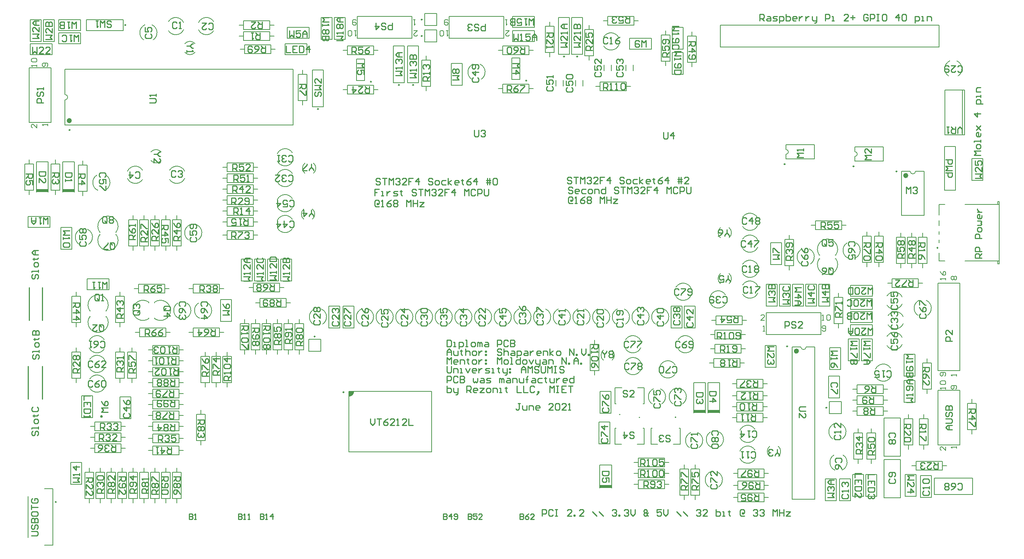
<source format=gto>
G04*
G04 #@! TF.GenerationSoftware,Altium Limited,Altium Designer,19.1.7 (138)*
G04*
G04 Layer_Color=65535*
%FSLAX24Y24*%
%MOIN*%
G70*
G01*
G75*
%ADD10C,0.0098*%
%ADD11C,0.0079*%
%ADD12C,0.0050*%
%ADD13C,0.0236*%
%ADD14C,0.0100*%
%ADD15C,0.0080*%
%ADD16R,0.1063X0.0315*%
%ADD17R,0.1102X0.0315*%
G36*
X71175Y74980D02*
X70742D01*
Y74546D01*
X70899D01*
X71175Y74822D01*
Y74980D01*
D02*
G37*
D10*
X124604Y88122D02*
G03*
X124604Y88122I-49J0D01*
G01*
X43973Y64878D02*
G03*
X43973Y64878I-49J0D01*
G01*
X70279Y74917D02*
G03*
X70279Y74917I-49J0D01*
G01*
X67950Y100826D02*
G03*
X67950Y100826I-49J0D01*
G01*
X50324Y108500D02*
G03*
X50324Y108500I-49J0D01*
G01*
X76650Y103026D02*
G03*
X76650Y103026I-49J0D01*
G01*
X75350D02*
G03*
X75350Y103026I-49J0D01*
G01*
X72794Y103315D02*
G03*
X72794Y103315I-49J0D01*
G01*
X90450Y105626D02*
G03*
X90450Y105626I-49J0D01*
G01*
X91650D02*
G03*
X91650Y105626I-49J0D01*
G01*
X86994Y103415D02*
G03*
X86994Y103415I-49J0D01*
G01*
X116922Y95578D02*
G03*
X116922Y95578I-49J0D01*
G01*
X110622Y95778D02*
G03*
X110622Y95778I-49J0D01*
G01*
X120849Y95112D02*
G03*
X120849Y95112I-49J0D01*
G01*
X110849Y79112D02*
G03*
X110849Y79112I-49J0D01*
G01*
X45237Y98900D02*
G03*
X45237Y98900I-49J0D01*
G01*
X67649Y80007D02*
G03*
X67649Y80007I-49J0D01*
G01*
X114442Y73500D02*
G03*
X114442Y73500I-49J0D01*
G01*
X77442Y107500D02*
G03*
X77442Y107500I-49J0D01*
G01*
Y109000D02*
G03*
X77442Y109000I-49J0D01*
G01*
D11*
X102016Y84427D02*
G03*
X100636Y84523I-716J-327D01*
G01*
Y83677D02*
G03*
X102016Y83773I664J423D01*
G01*
X104527Y69884D02*
G03*
X104623Y71264I-327J716D01*
G01*
X103777D02*
G03*
X103873Y69884I423J-664D01*
G01*
X97339Y72605D02*
G03*
X97339Y72605I-39J0D01*
G01*
X70742Y74546D02*
G03*
X71175Y74980I0J433D01*
G01*
X52969Y81644D02*
G03*
X52969Y83156I531J756D01*
G01*
X57727Y81684D02*
G03*
X57823Y83064I-327J716D01*
G01*
X56977D02*
G03*
X57073Y81684I423J-664D01*
G01*
X55827D02*
G03*
X55923Y83064I-327J716D01*
G01*
X55077D02*
G03*
X55173Y81684I423J-664D01*
G01*
X56173Y90216D02*
G03*
X56077Y88836I327J-716D01*
G01*
X56923D02*
G03*
X56827Y90216I-423J664D01*
G01*
X46173Y89816D02*
G03*
X46077Y88436I327J-716D01*
G01*
X46923D02*
G03*
X46827Y89816I-423J664D01*
G01*
X52432Y83156D02*
G03*
X52432Y81644I-531J-756D01*
G01*
X48427Y93384D02*
G03*
X48523Y94764I-327J716D01*
G01*
X47677D02*
G03*
X47773Y93384I423J-664D01*
G01*
X49456Y89569D02*
G03*
X47944Y89569I-756J531D01*
G01*
Y89332D02*
G03*
X49456Y89332I756J-531D01*
G01*
X122873Y83316D02*
G03*
X122777Y81936I327J-716D01*
G01*
X123623D02*
G03*
X123527Y83316I-423J664D01*
G01*
X113744Y87132D02*
G03*
X115256Y87132I756J-531D01*
G01*
X48416Y77827D02*
G03*
X47036Y77923I-716J-327D01*
G01*
Y77077D02*
G03*
X48416Y77173I664J423D01*
G01*
X46984Y78973D02*
G03*
X48364Y78877I716J327D01*
G01*
Y79723D02*
G03*
X46984Y79627I-664J-423D01*
G01*
X117027Y87184D02*
G03*
X117123Y88564I-327J716D01*
G01*
X116277D02*
G03*
X116373Y87184I423J-664D01*
G01*
X112173Y88016D02*
G03*
X112077Y86636I327J-716D01*
G01*
X112923D02*
G03*
X112827Y88016I-423J664D01*
G01*
X48416Y76027D02*
G03*
X47036Y76123I-716J-327D01*
G01*
Y75277D02*
G03*
X48416Y75373I664J423D01*
G01*
X47044Y81832D02*
G03*
X48556Y81832I756J-531D01*
G01*
X115256Y87469D02*
G03*
X113744Y87469I-756J531D01*
G01*
X48556Y82368D02*
G03*
X47044Y82368I-756J531D01*
G01*
X118884Y76373D02*
G03*
X120264Y76277I716J327D01*
G01*
Y77123D02*
G03*
X118884Y77027I-664J-423D01*
G01*
X52073Y108516D02*
G03*
X51977Y107136I327J-716D01*
G01*
X52823D02*
G03*
X52727Y108516I-423J664D01*
G01*
X115827Y67784D02*
G03*
X115923Y69164I-327J716D01*
G01*
X115077D02*
G03*
X115173Y67784I423J-664D01*
G01*
X106484Y68873D02*
G03*
X107864Y68777I716J327D01*
G01*
Y69623D02*
G03*
X106484Y69527I-664J-423D01*
G01*
X56655Y106802D02*
G03*
X55732Y106796I-459J-402D01*
G01*
X55736Y106004D02*
G03*
X56659Y105998I464J396D01*
G01*
X110002Y69045D02*
G03*
X109996Y69968I-402J459D01*
G01*
X109204Y69964D02*
G03*
X109198Y69041I396J-464D01*
G01*
X55716Y95127D02*
G03*
X54336Y95223I-716J-327D01*
G01*
Y94377D02*
G03*
X55716Y94473I664J423D01*
G01*
X56984Y108073D02*
G03*
X58364Y107977I716J327D01*
G01*
Y108823D02*
G03*
X56984Y108727I-664J-423D01*
G01*
X55616Y108727D02*
G03*
X54236Y108823I-716J-327D01*
G01*
Y107977D02*
G03*
X55616Y108073I664J423D01*
G01*
X115073Y72016D02*
G03*
X114977Y70636I327J-716D01*
G01*
X115823D02*
G03*
X115727Y72016I-423J664D01*
G01*
X106484Y70773D02*
G03*
X107864Y70677I716J327D01*
G01*
Y71523D02*
G03*
X106484Y71427I-664J-423D01*
G01*
X53555Y96902D02*
G03*
X52632Y96896I-459J-402D01*
G01*
X52636Y96104D02*
G03*
X53559Y96098I464J396D01*
G01*
X50484Y94473D02*
G03*
X51864Y94377I716J327D01*
G01*
Y95223D02*
G03*
X50484Y95127I-664J-423D01*
G01*
X67502Y94945D02*
G03*
X67496Y95868I-402J459D01*
G01*
X66704Y95864D02*
G03*
X66698Y94941I396J-464D01*
G01*
X64184Y94173D02*
G03*
X65564Y94077I716J327D01*
G01*
Y94923D02*
G03*
X64184Y94827I-664J-423D01*
G01*
X84473Y82516D02*
G03*
X84377Y81136I327J-716D01*
G01*
X85223D02*
G03*
X85127Y82516I-423J664D01*
G01*
X67573D02*
G03*
X67477Y81136I327J-716D01*
G01*
X68323D02*
G03*
X68227Y82516I-423J664D01*
G01*
X64184Y96073D02*
G03*
X65564Y95977I716J327D01*
G01*
Y96823D02*
G03*
X64184Y96727I-664J-423D01*
G01*
X82073Y104916D02*
G03*
X81977Y103536I327J-716D01*
G01*
X82823D02*
G03*
X82727Y104916I-423J664D01*
G01*
X64184Y89973D02*
G03*
X65564Y89877I716J327D01*
G01*
Y90723D02*
G03*
X64184Y90627I-664J-423D01*
G01*
X67402Y90745D02*
G03*
X67396Y91668I-402J459D01*
G01*
X66604Y91664D02*
G03*
X66598Y90741I396J-464D01*
G01*
X64184Y91873D02*
G03*
X65564Y91777I716J327D01*
G01*
Y92623D02*
G03*
X64184Y92527I-664J-423D01*
G01*
X82673Y82516D02*
G03*
X82577Y81136I327J-716D01*
G01*
X83423D02*
G03*
X83327Y82516I-423J664D01*
G01*
X80873D02*
G03*
X80777Y81136I327J-716D01*
G01*
X81623D02*
G03*
X81527Y82516I-423J664D01*
G01*
X79073D02*
G03*
X78977Y81136I327J-716D01*
G01*
X79823D02*
G03*
X79727Y82516I-423J664D01*
G01*
X77273D02*
G03*
X77177Y81136I327J-716D01*
G01*
X78023D02*
G03*
X77927Y82516I-423J664D01*
G01*
X75473D02*
G03*
X75377Y81136I327J-716D01*
G01*
X76223D02*
G03*
X76127Y82516I-423J664D01*
G01*
X73673D02*
G03*
X73577Y81136I327J-716D01*
G01*
X74423D02*
G03*
X74327Y82516I-423J664D01*
G01*
X71873D02*
G03*
X71777Y81136I327J-716D01*
G01*
X72623D02*
G03*
X72527Y82516I-423J664D01*
G01*
X108116Y90827D02*
G03*
X106736Y90923I-716J-327D01*
G01*
Y90077D02*
G03*
X108116Y90173I664J423D01*
G01*
X105502Y89045D02*
G03*
X105496Y89968I-402J459D01*
G01*
X104704Y89964D02*
G03*
X104698Y89041I396J-464D01*
G01*
X108116Y88827D02*
G03*
X106736Y88923I-716J-327D01*
G01*
Y88077D02*
G03*
X108116Y88173I664J423D01*
G01*
X95416Y107327D02*
G03*
X94036Y107423I-716J-327D01*
G01*
Y106577D02*
G03*
X95416Y106673I664J423D01*
G01*
X108116Y86527D02*
G03*
X106736Y86623I-716J-327D01*
G01*
Y85777D02*
G03*
X108116Y85873I664J423D01*
G01*
X105502Y84845D02*
G03*
X105496Y85768I-402J459D01*
G01*
X104704Y85764D02*
G03*
X104698Y84841I396J-464D01*
G01*
X108116Y84627D02*
G03*
X106736Y84723I-716J-327D01*
G01*
Y83877D02*
G03*
X108116Y83973I664J423D01*
G01*
X86273Y82516D02*
G03*
X86177Y81136I327J-716D01*
G01*
X87023D02*
G03*
X86927Y82516I-423J664D01*
G01*
X88073D02*
G03*
X87977Y81136I327J-716D01*
G01*
X88823D02*
G03*
X88727Y82516I-423J664D01*
G01*
X89873D02*
G03*
X89777Y81136I327J-716D01*
G01*
X90623D02*
G03*
X90527Y82516I-423J664D01*
G01*
X91673D02*
G03*
X91577Y81136I327J-716D01*
G01*
X92423D02*
G03*
X92327Y82516I-423J664D01*
G01*
X93473D02*
G03*
X93377Y81136I327J-716D01*
G01*
X94223D02*
G03*
X94127Y82516I-423J664D01*
G01*
X95273D02*
G03*
X95177Y81136I327J-716D01*
G01*
X96023D02*
G03*
X95927Y82516I-423J664D01*
G01*
X97073D02*
G03*
X96977Y81136I327J-716D01*
G01*
X97823D02*
G03*
X97727Y82516I-423J664D01*
G01*
X98873D02*
G03*
X98777Y81136I327J-716D01*
G01*
X99623D02*
G03*
X99527Y82516I-423J664D01*
G01*
X103784Y83073D02*
G03*
X105164Y82977I716J327D01*
G01*
Y83823D02*
G03*
X103784Y83727I-664J-423D01*
G01*
X121316Y79927D02*
G03*
X119936Y80023I-716J-327D01*
G01*
Y79177D02*
G03*
X121316Y79273I664J423D01*
G01*
Y83627D02*
G03*
X119936Y83723I-716J-327D01*
G01*
Y82877D02*
G03*
X121316Y82973I664J423D01*
G01*
X125673Y105216D02*
G03*
X125577Y103836I327J-716D01*
G01*
X126423D02*
G03*
X126327Y105216I-423J664D01*
G01*
X121416Y81827D02*
G03*
X120036Y81923I-716J-327D01*
G01*
Y81077D02*
G03*
X121416Y81173I664J423D01*
G01*
X117001Y96483D02*
G03*
X117001Y96917I0J217D01*
G01*
X110701Y96683D02*
G03*
X110701Y97117I0J217D01*
G01*
X122050Y95128D02*
G03*
X122550Y95128I250J0D01*
G01*
X112050Y79068D02*
G03*
X112550Y79068I250J0D01*
G01*
X44767Y101650D02*
G03*
X44767Y102150I0J250D01*
G01*
X95538Y72878D02*
G03*
X95538Y72878I-39J0D01*
G01*
X98573Y75216D02*
G03*
X98477Y73836I327J-716D01*
G01*
X99323D02*
G03*
X99227Y75216I-423J664D01*
G01*
X102216Y79627D02*
G03*
X100836Y79723I-716J-327D01*
G01*
Y78877D02*
G03*
X102216Y78973I664J423D01*
G01*
X100641Y72622D02*
G03*
X100641Y72622I-39J0D01*
G01*
X100473Y75216D02*
G03*
X100377Y73836I327J-716D01*
G01*
X101223D02*
G03*
X101127Y75216I-423J664D01*
G01*
X99184Y76673D02*
G03*
X100564Y76577I716J327D01*
G01*
Y77423D02*
G03*
X99184Y77327I-664J-423D01*
G01*
X97432Y77627D02*
G03*
X96052Y77723I-716J-327D01*
G01*
Y76877D02*
G03*
X97432Y76973I664J423D01*
G01*
X93998Y78755D02*
G03*
X94004Y77832I402J-459D01*
G01*
X94796Y77836D02*
G03*
X94802Y78759I-396J464D01*
G01*
X97416Y79627D02*
G03*
X96036Y79723I-716J-327D01*
G01*
Y78877D02*
G03*
X97416Y78973I664J423D01*
G01*
X103773Y67616D02*
G03*
X103677Y66236I327J-716D01*
G01*
X104523D02*
G03*
X104427Y67616I-423J664D01*
G01*
X101973Y71216D02*
G03*
X101877Y69836I327J-716D01*
G01*
X102723D02*
G03*
X102627Y71216I-423J664D01*
G01*
X93700Y73000D02*
Y75000D01*
Y73000D02*
X94700D01*
Y75000D01*
X93700D02*
X94700D01*
X93600Y70200D02*
Y72200D01*
Y70200D02*
X94600D01*
Y72200D01*
X93600D02*
X94600D01*
X130200Y92085D02*
Y92354D01*
X130074D02*
X130200D01*
X130074Y92085D02*
Y92354D01*
X130200Y86915D02*
Y92085D01*
X124688Y86915D02*
X125247D01*
X127058D02*
X130200D01*
X124688Y92085D02*
X125247D01*
X127058D02*
X130200D01*
X124688Y91138D02*
Y92085D01*
X124688Y90154D02*
Y90618D01*
X124688Y88594D02*
Y88846D01*
Y86915D02*
Y87650D01*
Y89366D02*
Y89634D01*
X130074Y86646D02*
Y86915D01*
Y86646D02*
X130200D01*
Y86915D01*
X104200Y79800D02*
Y80600D01*
X106600D01*
Y79800D02*
Y80600D01*
X104200Y79800D02*
X106600D01*
X103800Y80200D02*
X104200D01*
X106600D02*
X107000D01*
X93700Y102500D02*
Y103300D01*
X96100D01*
Y102500D02*
Y103300D01*
X93700Y102500D02*
X96100D01*
X93300Y102900D02*
X93700D01*
X96100D02*
X96500D01*
X123000Y65300D02*
Y67300D01*
Y65300D02*
X124000D01*
Y67300D01*
X123000D02*
X124000D01*
X119650Y69050D02*
X121150D01*
X119650D02*
Y72550D01*
X121150D01*
Y69050D02*
Y72550D01*
X115600Y74400D02*
Y76400D01*
X114600D02*
X115600D01*
X114600Y74400D02*
Y76400D01*
Y74400D02*
X115600D01*
X126600Y70100D02*
Y75100D01*
X124600Y70100D02*
Y75100D01*
Y70100D02*
X126600D01*
X124600Y75100D02*
X126600D01*
X104700Y108500D02*
X124700D01*
X104700Y106500D02*
X124700D01*
Y108500D01*
X104700Y106500D02*
Y108500D01*
X101400Y80800D02*
Y82800D01*
Y80800D02*
X102400D01*
Y82800D01*
X101400D02*
X102400D01*
X100200Y80800D02*
Y82800D01*
Y80800D02*
X101200D01*
Y82800D01*
X100200D02*
X101200D01*
X122600Y65400D02*
Y67400D01*
X121600D02*
X122600D01*
X121600Y65400D02*
Y67400D01*
Y65400D02*
X122600D01*
X43668Y60913D02*
Y66087D01*
X41400Y61606D02*
Y65394D01*
X42888Y60913D02*
X43668D01*
X42888Y66087D02*
X43668D01*
X125200Y97400D02*
X126200D01*
Y93400D02*
Y97400D01*
X125200Y93400D02*
Y97400D01*
Y93400D02*
X126200D01*
X127700Y94300D02*
Y96300D01*
Y94300D02*
X128700D01*
Y96300D01*
X127700D02*
X128700D01*
X115600Y65000D02*
Y67000D01*
Y65000D02*
X116600D01*
Y67000D01*
X115600D02*
X116600D01*
X70200Y80800D02*
Y82800D01*
Y80800D02*
X71200D01*
Y82800D01*
X70200D02*
X71200D01*
X68900Y80800D02*
Y82800D01*
Y80800D02*
X69900D01*
Y82800D01*
X68900D02*
X69900D01*
X49800Y72500D02*
Y74500D01*
Y72500D02*
X50800D01*
Y74500D01*
X49800D02*
X50800D01*
X70742Y69468D02*
X78301D01*
X70742Y74980D02*
X78301D01*
Y69468D02*
Y74980D01*
X70742Y69468D02*
Y74980D01*
X41500Y104600D02*
X43500D01*
X41500Y99600D02*
X43500D01*
X41500D02*
Y104600D01*
X43500Y99600D02*
Y104600D01*
X113900Y80200D02*
Y82200D01*
X108900Y80200D02*
Y82200D01*
X113900D01*
X108900Y80200D02*
X113900D01*
X124600Y76900D02*
X126600D01*
X124600Y84900D02*
X126600D01*
Y76900D02*
Y84900D01*
X124600Y76900D02*
Y84900D01*
X79900Y107300D02*
Y109300D01*
X84900Y107300D02*
Y109300D01*
X79900Y107300D02*
X84900D01*
X79900Y109300D02*
X84900D01*
X71500Y107300D02*
Y109300D01*
X76500Y107300D02*
Y109300D01*
X71500Y107300D02*
X76500D01*
X71500Y109300D02*
X76500D01*
X64900Y106800D02*
X66900D01*
X64900Y105800D02*
Y106800D01*
Y105800D02*
X66900D01*
Y106800D01*
X119000Y65400D02*
Y67400D01*
X118000D02*
X119000D01*
X118000Y65400D02*
Y67400D01*
Y65400D02*
X119000D01*
X117800D02*
Y67400D01*
X116800D02*
X117800D01*
X116800Y65400D02*
Y67400D01*
Y65400D02*
X117800D01*
X47300Y72600D02*
Y74600D01*
X46300D02*
X47300D01*
X46300Y72600D02*
Y74600D01*
Y72600D02*
X47300D01*
X45400Y88000D02*
Y90000D01*
X44400D02*
X45400D01*
X44400Y88000D02*
Y90000D01*
Y88000D02*
X45400D01*
X59000Y81400D02*
Y83400D01*
Y81400D02*
X60000D01*
Y83400D01*
X59000D02*
X60000D01*
X51600Y88300D02*
X52400D01*
X51600D02*
Y90700D01*
X52400D01*
Y88300D02*
Y90700D01*
X52000Y87900D02*
Y88300D01*
Y90700D02*
Y91100D01*
X51500Y84000D02*
Y84800D01*
X53900D01*
Y84000D02*
Y84800D01*
X51500Y84000D02*
X53900D01*
X51100Y84400D02*
X51500D01*
X53900D02*
X54300D01*
X52969Y81644D02*
Y81711D01*
Y83089D02*
Y83156D01*
X52600Y88300D02*
X53400D01*
X52600D02*
Y90700D01*
X53400D01*
Y88300D02*
Y90700D01*
X53000Y87900D02*
Y88300D01*
Y90700D02*
Y91100D01*
X108600Y75300D02*
Y76100D01*
X106200Y75300D02*
X108600D01*
X106200D02*
Y76100D01*
X108600D01*
Y75700D02*
X109000D01*
X105800D02*
X106200D01*
X50600Y88300D02*
X51400D01*
X50600D02*
Y90700D01*
X51400D01*
Y88300D02*
Y90700D01*
X51000Y87900D02*
Y88300D01*
Y90700D02*
Y91100D01*
X58900Y80000D02*
Y80800D01*
X56500Y80000D02*
X58900D01*
X56500D02*
Y80800D01*
X58900D01*
Y80400D02*
X59300D01*
X56100D02*
X56500D01*
X80100Y103000D02*
Y105000D01*
Y103000D02*
X81100D01*
Y105000D01*
X80100D02*
X81100D01*
X51600Y80000D02*
Y80800D01*
X54000D01*
Y80000D02*
Y80800D01*
X51600Y80000D02*
X54000D01*
X51200Y80400D02*
X51600D01*
X54000D02*
X54400D01*
X52432Y83089D02*
Y83156D01*
Y81644D02*
Y81711D01*
X54600Y88300D02*
X55400D01*
X54600D02*
Y90700D01*
X55400D01*
Y88300D02*
Y90700D01*
X55000Y87900D02*
Y88300D01*
Y90700D02*
Y91100D01*
X49389Y89569D02*
X49456D01*
X47944D02*
X48011D01*
X56500Y84000D02*
Y84800D01*
X58900D01*
Y84000D02*
Y84800D01*
X56500Y84000D02*
X58900D01*
X56100Y84400D02*
X56500D01*
X58900D02*
X59300D01*
X53600Y90700D02*
X54400D01*
Y88300D02*
Y90700D01*
X53600Y88300D02*
X54400D01*
X53600D02*
Y90700D01*
X54000D02*
Y91100D01*
Y87900D02*
Y88300D01*
X47944Y89332D02*
X48011D01*
X49389D02*
X49456D01*
X126845Y98453D02*
Y102547D01*
X125231D02*
X127042D01*
X125231Y98453D02*
Y102547D01*
Y98453D02*
X127042D01*
Y102547D01*
X124250Y65550D02*
Y67050D01*
X127750D01*
Y65550D02*
Y67050D01*
X124250Y65550D02*
X127750D01*
X50500Y76200D02*
X51300D01*
X50500D02*
Y78600D01*
X51300D01*
Y76200D02*
Y78600D01*
X50900Y75800D02*
Y76200D01*
Y78600D02*
Y79000D01*
X49400Y76200D02*
X50200D01*
X49400D02*
Y78600D01*
X50200D01*
Y76200D02*
Y78600D01*
X49800Y75800D02*
Y76200D01*
Y78600D02*
Y79000D01*
X118800Y89200D02*
X119600D01*
Y86800D02*
Y89200D01*
X118800Y86800D02*
X119600D01*
X118800D02*
Y89200D01*
X119200D02*
Y89600D01*
Y86400D02*
Y86800D01*
X127300Y73900D02*
X128100D01*
Y71500D02*
Y73900D01*
X127300Y71500D02*
X128100D01*
X127300D02*
Y73900D01*
X127700D02*
Y74300D01*
Y71100D02*
Y71500D01*
X113744Y87132D02*
X113811D01*
X115189D02*
X115256D01*
X110600Y86500D02*
X111400D01*
X110600D02*
Y88900D01*
X111400D01*
Y86500D02*
Y88900D01*
X111000Y86100D02*
Y86500D01*
Y88900D02*
Y89300D01*
X45400Y76200D02*
X46200D01*
X45400D02*
Y78600D01*
X46200D01*
Y76200D02*
Y78600D01*
X45800Y75800D02*
Y76200D01*
Y78600D02*
Y79000D01*
X45400Y83700D02*
X46200D01*
Y81300D02*
Y83700D01*
X45400Y81300D02*
X46200D01*
X45400D02*
Y83700D01*
X45800D02*
Y84100D01*
Y80900D02*
Y81300D01*
X113400Y89800D02*
Y90600D01*
X115800D01*
Y89800D02*
Y90600D01*
X113400Y89800D02*
X115800D01*
X113000Y90200D02*
X113400D01*
X115800D02*
X116200D01*
X47044Y81832D02*
X47111D01*
X48489D02*
X48556D01*
X117700Y89200D02*
X118500D01*
Y86800D02*
Y89200D01*
X117700Y86800D02*
X118500D01*
X117700D02*
Y89200D01*
X118100D02*
Y89600D01*
Y86400D02*
Y86800D01*
X115189Y87469D02*
X115256D01*
X113744D02*
X113811D01*
X49400Y81300D02*
X50200D01*
X49400D02*
Y83700D01*
X50200D01*
Y81300D02*
Y83700D01*
X49800Y80900D02*
Y81300D01*
Y83700D02*
Y84100D01*
X48489Y82368D02*
X48556D01*
X47044D02*
X47111D01*
X96400Y106300D02*
X98400D01*
Y107300D01*
X96400D02*
X98400D01*
X96400Y106300D02*
Y107300D01*
X46800Y84300D02*
X48800D01*
Y85300D01*
X46800D02*
X48800D01*
X46800Y84300D02*
Y85300D01*
X109300Y86600D02*
Y88600D01*
Y86600D02*
X110300D01*
Y88600D01*
X109300D02*
X110300D01*
X109800Y77200D02*
Y79200D01*
X108800D02*
X109800D01*
X108800Y77200D02*
Y79200D01*
Y77200D02*
X109800D01*
X114300Y65000D02*
Y67000D01*
Y65000D02*
X115300D01*
Y67000D01*
X114300D02*
X115300D01*
X112300Y82800D02*
Y84800D01*
X111300D02*
X112300D01*
X111300Y82800D02*
Y84800D01*
Y82800D02*
X112300D01*
X41600Y106800D02*
X43600D01*
X41600Y105800D02*
Y106800D01*
Y105800D02*
X43600D01*
Y106800D01*
X41400Y90000D02*
X43400D01*
Y91000D01*
X41400D02*
X43400D01*
X41400Y90000D02*
Y91000D01*
X113700Y82800D02*
Y84800D01*
Y82800D02*
X114700D01*
Y84800D01*
X113700D02*
X114700D01*
X112500Y82800D02*
Y84800D01*
Y82800D02*
X113500D01*
Y84800D01*
X112500D02*
X113500D01*
X108900Y82800D02*
Y84800D01*
Y82800D02*
X109900D01*
Y84800D01*
X108900D02*
X109900D01*
X110100Y82800D02*
Y84800D01*
Y82800D02*
X111100D01*
Y84800D01*
X110100D02*
X111100D01*
X44200Y108000D02*
X46200D01*
Y109000D01*
X44200D02*
X46200D01*
X44200Y108000D02*
Y109000D01*
X67400Y101015D02*
Y104385D01*
X68400D01*
Y101015D02*
Y104385D01*
X67400Y101015D02*
X68400D01*
X65100Y108300D02*
X67100D01*
X65100Y107300D02*
Y108300D01*
Y107300D02*
X67100D01*
Y108300D01*
X44200Y106800D02*
X46200D01*
Y107800D01*
X44200D02*
X46200D01*
X44200Y106800D02*
Y107800D01*
X66100Y104000D02*
X66900D01*
Y101600D02*
Y104000D01*
X66100Y101600D02*
X66900D01*
X66100D02*
Y104000D01*
X66500D02*
Y104400D01*
Y101200D02*
Y101600D01*
X119600Y73800D02*
Y74600D01*
X117200Y73800D02*
X119600D01*
X117200D02*
Y74600D01*
X119600D01*
Y74200D02*
X120000D01*
X116800D02*
X117200D01*
X119600Y72800D02*
Y73600D01*
X117200Y72800D02*
X119600D01*
X117200D02*
Y73600D01*
X119600D01*
Y73200D02*
X120000D01*
X116800D02*
X117200D01*
X63500Y108100D02*
Y108900D01*
X61100Y108100D02*
X63500D01*
X61100D02*
Y108900D01*
X63500D01*
Y108500D02*
X63900D01*
X60700D02*
X61100D01*
X43500Y95800D02*
X44300D01*
Y93400D02*
Y95800D01*
X43500Y93400D02*
X44300D01*
X43500D02*
Y95800D01*
X43900D02*
Y96200D01*
Y93000D02*
Y93400D01*
X63500Y107100D02*
Y107900D01*
X61100Y107100D02*
X63500D01*
X61100D02*
Y107900D01*
X63500D01*
Y107500D02*
X63900D01*
X60700D02*
X61100D01*
X46000Y95700D02*
X46800D01*
Y93300D02*
Y95700D01*
X46000Y93300D02*
X46800D01*
X46000D02*
Y95700D01*
X46400D02*
Y96100D01*
Y92900D02*
Y93300D01*
X41100Y95800D02*
X41900D01*
Y93400D02*
Y95800D01*
X41100Y93400D02*
X41900D01*
X41100D02*
Y95800D01*
X41500D02*
Y96200D01*
Y93000D02*
Y93400D01*
X42168Y93222D02*
Y95978D01*
X43232Y93222D02*
Y95978D01*
X42168D02*
X43232D01*
X44569Y93222D02*
Y95978D01*
X45631Y93222D02*
Y95978D01*
X44569D02*
X45631D01*
X41600Y107000D02*
Y109000D01*
Y107000D02*
X42600D01*
Y109000D01*
X41600D02*
X42600D01*
X46715Y108000D02*
X50085D01*
X46715D02*
Y109000D01*
X50085D01*
Y108000D02*
Y109000D01*
X42800Y107000D02*
Y109000D01*
Y107000D02*
X43800D01*
Y109000D01*
X42800D02*
X43800D01*
X119600Y74800D02*
Y75600D01*
X117200Y74800D02*
X119600D01*
X117200D02*
Y75600D01*
X119600D01*
Y75200D02*
X120000D01*
X116800D02*
X117200D01*
X108600Y73200D02*
Y74000D01*
X106200Y73200D02*
X108600D01*
X106200D02*
Y74000D01*
X108600D01*
Y73600D02*
X109000D01*
X105800D02*
X106200D01*
X117400Y77800D02*
Y79800D01*
X116400D02*
X117400D01*
X116400Y77800D02*
Y79800D01*
Y77800D02*
X117400D01*
X118600D02*
Y79800D01*
X117600D02*
X118600D01*
X117600Y77800D02*
Y79800D01*
Y77800D02*
X118600D01*
X108600Y72200D02*
Y73000D01*
X106200Y72200D02*
X108600D01*
X106200D02*
Y73000D01*
X108600D01*
Y72600D02*
X109000D01*
X105800D02*
X106200D01*
X63600Y105900D02*
Y106700D01*
X61200Y105900D02*
X63600D01*
X61200D02*
Y106700D01*
X63600D01*
Y106300D02*
X64000D01*
X60800D02*
X61200D01*
X108600Y74200D02*
Y75000D01*
X106200Y74200D02*
X108600D01*
X106200D02*
Y75000D01*
X108600D01*
Y74600D02*
X109000D01*
X105800D02*
X106200D01*
X103568Y73022D02*
Y75778D01*
X104632Y73022D02*
Y75778D01*
X103568D02*
X104632D01*
X102268Y73022D02*
Y75778D01*
X103331Y73022D02*
Y75778D01*
X102268D02*
X103331D01*
X119650Y68750D02*
X121150D01*
Y65250D02*
Y68750D01*
X119650Y65250D02*
X121150D01*
X119650D02*
Y68750D01*
X116600Y80100D02*
X118600D01*
Y81100D01*
X116600D02*
X118600D01*
X116600Y80100D02*
Y81100D01*
Y81300D02*
X118600D01*
Y82300D01*
X116600D02*
X118600D01*
X116600Y81300D02*
Y82300D01*
Y82500D02*
X118600D01*
Y83500D01*
X116600D02*
X118600D01*
X116600Y82500D02*
Y83500D01*
Y83700D02*
X118600D01*
Y84700D01*
X116600D02*
X118600D01*
X116600Y83700D02*
Y84700D01*
X55200Y69200D02*
Y70000D01*
X52800Y69200D02*
X55200D01*
X52800D02*
Y70000D01*
X55200D01*
Y69600D02*
X55600D01*
X52400D02*
X52800D01*
Y70300D02*
Y71100D01*
X55200D01*
Y70300D02*
Y71100D01*
X52800Y70300D02*
X55200D01*
X52400Y70700D02*
X52800D01*
X55200D02*
X55600D01*
X49900Y69400D02*
Y70200D01*
X47500Y69400D02*
X49900D01*
X47500D02*
Y70200D01*
X49900D01*
Y69800D02*
X50300D01*
X47100D02*
X47500D01*
X116900Y68800D02*
X117700D01*
X116900D02*
Y71200D01*
X117700D01*
Y68800D02*
Y71200D01*
X117300Y68400D02*
Y68800D01*
Y71200D02*
Y71600D01*
X59600Y91100D02*
Y91900D01*
X62000D01*
Y91100D02*
Y91900D01*
X59600Y91100D02*
X62000D01*
X59200Y91500D02*
X59600D01*
X62000D02*
X62400D01*
X47500Y70400D02*
Y71200D01*
X49900D01*
Y70400D02*
Y71200D01*
X47500Y70400D02*
X49900D01*
X47100Y70800D02*
X47500D01*
X49900D02*
X50300D01*
X47500Y71400D02*
Y72200D01*
X49900D01*
Y71400D02*
Y72200D01*
X47500Y71400D02*
X49900D01*
X47100Y71800D02*
X47500D01*
X49900D02*
X50300D01*
X59600Y92100D02*
Y92900D01*
X62000D01*
Y92100D02*
Y92900D01*
X59600Y92100D02*
X62000D01*
X59200Y92500D02*
X59600D01*
X62000D02*
X62400D01*
X118100Y68800D02*
X118900D01*
X118100D02*
Y71200D01*
X118900D01*
Y68800D02*
Y71200D01*
X118500Y68400D02*
Y68800D01*
Y71200D02*
Y71600D01*
X59600Y95100D02*
Y95900D01*
X62000D01*
Y95100D02*
Y95900D01*
X59600Y95100D02*
X62000D01*
X59200Y95500D02*
X59600D01*
X62000D02*
X62400D01*
X62000Y90100D02*
Y90900D01*
X59600Y90100D02*
X62000D01*
X59600D02*
Y90900D01*
X62000D01*
Y90500D02*
X62400D01*
X59200D02*
X59600D01*
Y94100D02*
Y94900D01*
X62000D01*
Y94100D02*
Y94900D01*
X59600Y94100D02*
X62000D01*
X59200Y94500D02*
X59600D01*
X62000D02*
X62400D01*
X59600Y93100D02*
Y93900D01*
X62000D01*
Y93100D02*
Y93900D01*
X59600Y93100D02*
X62000D01*
X59200Y93500D02*
X59600D01*
X62000D02*
X62400D01*
X76100Y103215D02*
Y106585D01*
X77100D01*
Y103215D02*
Y106585D01*
X76100Y103215D02*
X77100D01*
X74800D02*
Y106585D01*
X75800D01*
Y103215D02*
Y106585D01*
X74800Y103215D02*
X75800D01*
X77400Y102900D02*
X78200D01*
X77400D02*
Y105300D01*
X78200D01*
Y102900D02*
Y105300D01*
X77800Y102500D02*
Y102900D01*
Y105300D02*
Y105700D01*
X59600Y88900D02*
Y89700D01*
X62000D01*
Y88900D02*
Y89700D01*
X59600Y88900D02*
X62000D01*
X59200Y89300D02*
X59600D01*
X62000D02*
X62400D01*
X63300Y85100D02*
Y87100D01*
Y85100D02*
X64300D01*
Y87100D01*
X63300D02*
X64300D01*
X85700Y108300D02*
X87700D01*
Y109300D01*
X85700D02*
X87700D01*
X85700Y108300D02*
Y109300D01*
Y108000D02*
X87700D01*
X85700Y107000D02*
Y108000D01*
Y107000D02*
X87700D01*
Y108000D01*
X62100Y85100D02*
Y87100D01*
Y85100D02*
X63100D01*
Y87100D01*
X62100D02*
X63100D01*
X64500Y85100D02*
Y87100D01*
Y85100D02*
X65500D01*
Y87100D01*
X64500D02*
X65500D01*
X47600Y65200D02*
X48400D01*
X47600D02*
Y67600D01*
X48400D01*
Y65200D02*
Y67600D01*
X48000Y64800D02*
Y65200D01*
Y67600D02*
Y68000D01*
X45300Y66500D02*
Y68500D01*
Y66500D02*
X46300D01*
Y68500D01*
X45300D02*
X46300D01*
X60900Y85100D02*
Y87100D01*
Y85100D02*
X61900D01*
Y87100D01*
X60900D02*
X61900D01*
X64400Y84100D02*
Y84900D01*
X62000Y84100D02*
X64400D01*
X62000D02*
Y84900D01*
X64400D01*
Y84500D02*
X64800D01*
X61600D02*
X62000D01*
X46600Y67600D02*
X47400D01*
Y65200D02*
Y67600D01*
X46600Y65200D02*
X47400D01*
X46600D02*
Y67600D01*
X47000D02*
Y68000D01*
Y64800D02*
Y65200D01*
X88700Y108400D02*
X89500D01*
Y106000D02*
Y108400D01*
X88700Y106000D02*
X89500D01*
X88700D02*
Y108400D01*
X89100D02*
Y108800D01*
Y105600D02*
Y106000D01*
X71446Y105384D02*
X72154D01*
X71446Y103416D02*
X72154D01*
X71446D02*
Y105384D01*
X72154Y103416D02*
Y105384D01*
X70600Y105800D02*
Y106600D01*
X73000D01*
Y105800D02*
Y106600D01*
X70600Y105800D02*
X73000D01*
X70200Y106200D02*
X70600D01*
X73000D02*
X73400D01*
X73000Y102200D02*
Y103000D01*
X70600Y102200D02*
X73000D01*
X70600D02*
Y103000D01*
X73000D01*
Y102600D02*
X73400D01*
X70200D02*
X70600D01*
X122900Y70100D02*
X123700D01*
X122900D02*
Y72500D01*
X123700D01*
Y70100D02*
Y72500D01*
X123300Y69700D02*
Y70100D01*
Y72500D02*
Y72900D01*
X122800Y86700D02*
X123600D01*
X122800D02*
Y89100D01*
X123600D01*
Y86700D02*
Y89100D01*
X123200Y86300D02*
Y86700D01*
Y89100D02*
Y89500D01*
X54600Y67600D02*
X55400D01*
Y65200D02*
Y67600D01*
X54600Y65200D02*
X55400D01*
X54600D02*
Y67600D01*
X55000D02*
Y68000D01*
Y64800D02*
Y65200D01*
X53600Y67600D02*
X54400D01*
Y65200D02*
Y67600D01*
X53600Y65200D02*
X54400D01*
X53600D02*
Y67600D01*
X54000D02*
Y68000D01*
Y64800D02*
Y65200D01*
X52600D02*
X53400D01*
X52600D02*
Y67600D01*
X53400D01*
Y65200D02*
Y67600D01*
X53000Y64800D02*
Y65200D01*
Y67600D02*
Y68000D01*
X51600Y65200D02*
X52400D01*
X51600D02*
Y67600D01*
X52400D01*
Y65200D02*
Y67600D01*
X52000Y64800D02*
Y65200D01*
Y67600D02*
Y68000D01*
X50600Y65200D02*
X51400D01*
X50600D02*
Y67600D01*
X51400D01*
Y65200D02*
Y67600D01*
X51000Y64800D02*
Y65200D01*
Y67600D02*
Y68000D01*
X49600Y67600D02*
X50400D01*
Y65200D02*
Y67600D01*
X49600Y65200D02*
X50400D01*
X49600D02*
Y67600D01*
X50000D02*
Y68000D01*
Y64800D02*
Y65200D01*
X48600D02*
X49400D01*
X48600D02*
Y67600D01*
X49400D01*
Y65200D02*
Y67600D01*
X49000Y64800D02*
Y65200D01*
Y67600D02*
Y68000D01*
X96800Y108500D02*
Y109300D01*
X94400Y108500D02*
X96800D01*
X94400D02*
Y109300D01*
X96800D01*
Y108900D02*
X97200D01*
X94000D02*
X94400D01*
X122600Y67800D02*
Y68600D01*
X125000D01*
Y67800D02*
Y68600D01*
X122600Y67800D02*
X125000D01*
X122200Y68200D02*
X122600D01*
X125000D02*
X125400D01*
X115700Y77000D02*
Y79000D01*
X114700D02*
X115700D01*
X114700Y77000D02*
Y79000D01*
Y77000D02*
X115700D01*
X123200Y77600D02*
X124000D01*
Y75200D02*
Y77600D01*
X123200Y75200D02*
X124000D01*
X123200D02*
Y77600D01*
X123600D02*
Y78000D01*
Y74800D02*
Y75200D01*
X121500Y72500D02*
X122300D01*
Y70100D02*
Y72500D01*
X121500Y70100D02*
X122300D01*
X121500D02*
Y72500D01*
X121900D02*
Y72900D01*
Y69700D02*
Y70100D01*
X121500Y74000D02*
Y76000D01*
Y74000D02*
X122500D01*
Y76000D01*
X121500D02*
X122500D01*
Y76400D02*
Y78400D01*
X121500D02*
X122500D01*
X121500Y76400D02*
Y78400D01*
Y76400D02*
X122500D01*
X101300Y106300D02*
Y108300D01*
X100300D02*
X101300D01*
X100300Y106300D02*
Y108300D01*
Y106300D02*
X101300D01*
X69200Y107200D02*
Y109200D01*
X68200D02*
X69200D01*
X68200Y107200D02*
Y109200D01*
Y107200D02*
X69200D01*
X69400D02*
Y109200D01*
Y107200D02*
X70400D01*
Y109200D01*
X69400D02*
X70400D01*
X101300Y104000D02*
Y106000D01*
X100300D02*
X101300D01*
X100300Y104000D02*
Y106000D01*
Y104000D02*
X101300D01*
X99300Y105200D02*
X100100D01*
X99300D02*
Y107600D01*
X100100D01*
Y105200D02*
Y107600D01*
X99700Y104800D02*
Y105200D01*
Y107600D02*
Y108000D01*
X92300Y105700D02*
X93100D01*
X92300D02*
Y108100D01*
X93100D01*
Y105700D02*
Y108100D01*
X92700Y105300D02*
Y105700D01*
Y108100D02*
Y108500D01*
X89900Y105815D02*
Y109185D01*
X90900D01*
Y105815D02*
Y109185D01*
X89900Y105815D02*
X90900D01*
X91100D02*
Y109185D01*
X92100D01*
Y105815D02*
Y109185D01*
X91100Y105815D02*
X92100D01*
X106700Y81100D02*
Y81900D01*
X104300Y81100D02*
X106700D01*
X104300D02*
Y81900D01*
X106700D01*
Y81500D02*
X107100D01*
X103900D02*
X104300D01*
X122800Y84500D02*
Y85300D01*
X120400Y84500D02*
X122800D01*
X120400D02*
Y85300D01*
X122800D01*
Y84900D02*
X123200D01*
X120000D02*
X120400D01*
X87200Y105800D02*
Y106600D01*
X84800Y105800D02*
X87200D01*
X84800D02*
Y106600D01*
X87200D01*
Y106200D02*
X87600D01*
X84400D02*
X84800D01*
X115100Y81200D02*
X115900D01*
X115100D02*
Y83600D01*
X115900D01*
Y81200D02*
Y83600D01*
X115500Y80800D02*
Y81200D01*
Y83600D02*
Y84000D01*
X84800Y102300D02*
Y103100D01*
X87200D01*
Y102300D02*
Y103100D01*
X84800Y102300D02*
X87200D01*
X84400Y102700D02*
X84800D01*
X87200D02*
X87600D01*
X101700Y107500D02*
X102500D01*
Y105100D02*
Y107500D01*
X101700Y105100D02*
X102500D01*
X101700D02*
Y107500D01*
X102100D02*
Y107900D01*
Y104700D02*
Y105100D01*
X85646Y105484D02*
X86354D01*
X85646Y103516D02*
X86354D01*
X85646D02*
Y105484D01*
X86354Y103516D02*
Y105484D01*
X121800Y86700D02*
X122600D01*
X121800D02*
Y89100D01*
X122600D01*
Y86700D02*
Y89100D01*
X122200Y86300D02*
Y86700D01*
Y89100D02*
Y89500D01*
X120800Y86700D02*
X121600D01*
X120800D02*
Y89100D01*
X121600D01*
Y86700D02*
Y89100D01*
X121200Y86300D02*
Y86700D01*
Y89100D02*
Y89500D01*
X55200Y71400D02*
Y72200D01*
X52800Y71400D02*
X55200D01*
X52800D02*
Y72200D01*
X55200D01*
Y71800D02*
X55600D01*
X52400D02*
X52800D01*
X55200Y72400D02*
Y73200D01*
X52800Y72400D02*
X55200D01*
X52800D02*
Y73200D01*
X55200D01*
Y72800D02*
X55600D01*
X52400D02*
X52800D01*
X55200Y73400D02*
Y74200D01*
X52800Y73400D02*
X55200D01*
X52800D02*
Y74200D01*
X55200D01*
Y73800D02*
X55600D01*
X52400D02*
X52800D01*
X55200Y74400D02*
Y75200D01*
X52800Y74400D02*
X55200D01*
X52800D02*
Y75200D01*
X55200D01*
Y74800D02*
X55600D01*
X52400D02*
X52800D01*
X55200Y75400D02*
Y76200D01*
X52800Y75400D02*
X55200D01*
X52800D02*
Y76200D01*
X55200D01*
Y75800D02*
X55600D01*
X52400D02*
X52800D01*
X55200Y76400D02*
Y77200D01*
X52800Y76400D02*
X55200D01*
X52800D02*
Y77200D01*
X55200D01*
Y76800D02*
X55600D01*
X52400D02*
X52800D01*
X62800Y81200D02*
X63600D01*
Y78800D02*
Y81200D01*
X62800Y78800D02*
X63600D01*
X62800D02*
Y81200D01*
X63200D02*
Y81600D01*
Y78400D02*
Y78800D01*
X55200Y77400D02*
Y78200D01*
X52800Y77400D02*
X55200D01*
X52800D02*
Y78200D01*
X55200D01*
Y77800D02*
X55600D01*
X52400D02*
X52800D01*
X55200Y78400D02*
Y79200D01*
X52800Y78400D02*
X55200D01*
X52800D02*
Y79200D01*
X55200D01*
Y78800D02*
X55600D01*
X52400D02*
X52800D01*
X61800Y81200D02*
X62600D01*
Y78800D02*
Y81200D01*
X61800Y78800D02*
X62600D01*
X61800D02*
Y81200D01*
X62200D02*
Y81600D01*
Y78400D02*
Y78800D01*
X60800Y81200D02*
X61600D01*
Y78800D02*
Y81200D01*
X60800Y78800D02*
X61600D01*
X60800D02*
Y81200D01*
X61200D02*
Y81600D01*
Y78400D02*
Y78800D01*
X117001Y97350D02*
X119599D01*
X117001Y96050D02*
X119599D01*
Y97350D01*
X117001Y96917D02*
Y97350D01*
Y96050D02*
Y96483D01*
X110701Y97550D02*
X113299D01*
X110701Y96250D02*
X113299D01*
Y97550D01*
X110701Y97117D02*
Y97550D01*
Y96250D02*
Y96683D01*
X106500Y77200D02*
Y78000D01*
X104100Y77200D02*
X106500D01*
X104100D02*
Y78000D01*
X106500D01*
Y77600D02*
X106900D01*
X103700D02*
X104100D01*
X104200Y78500D02*
Y79300D01*
X106600D01*
Y78500D02*
Y79300D01*
X104200Y78500D02*
X106600D01*
X103800Y78900D02*
X104200D01*
X106600D02*
X107000D01*
X121257Y91072D02*
Y95128D01*
X123343Y91072D02*
Y95128D01*
X121257D02*
X122050D01*
X122550D02*
X123343D01*
X121257Y91072D02*
X123343D01*
X111257Y65132D02*
X113343D01*
X112550Y79068D02*
X113343D01*
X111257D02*
X112050D01*
X113343Y65132D02*
Y79068D01*
X111257Y65132D02*
Y79068D01*
X44767Y99361D02*
X65633D01*
X44767Y104439D02*
X65633D01*
X44767Y99361D02*
Y101650D01*
Y102150D02*
Y104439D01*
X65633Y99361D02*
Y104439D01*
X65800Y78800D02*
X66600D01*
X65800D02*
Y81200D01*
X66600D01*
Y78800D02*
Y81200D01*
X66200Y78400D02*
Y78800D01*
Y81200D02*
Y81600D01*
X102000Y65500D02*
X102800D01*
X102000D02*
Y67900D01*
X102800D01*
Y65500D02*
Y67900D01*
X102400Y65100D02*
Y65500D01*
Y67900D02*
Y68300D01*
X64800Y78800D02*
X65600D01*
X64800D02*
Y81200D01*
X65600D01*
Y78800D02*
Y81200D01*
X65200Y78400D02*
Y78800D01*
Y81200D02*
Y81600D01*
X101000Y65500D02*
X101800D01*
X101000D02*
Y67900D01*
X101800D01*
Y65500D02*
Y67900D01*
X101400Y65100D02*
Y65500D01*
Y67900D02*
Y68300D01*
X97200Y66100D02*
Y66900D01*
X99600D01*
Y66100D02*
Y66900D01*
X97200Y66100D02*
X99600D01*
X96800Y66500D02*
X97200D01*
X99600D02*
X100000D01*
X97200Y67100D02*
Y67900D01*
X99600D01*
Y67100D02*
Y67900D01*
X97200Y67100D02*
X99600D01*
X96800Y67500D02*
X97200D01*
X99600D02*
X100000D01*
X63800Y78800D02*
X64600D01*
X63800D02*
Y81200D01*
X64600D01*
Y78800D02*
Y81200D01*
X64200Y78400D02*
Y78800D01*
Y81200D02*
Y81600D01*
X97200Y68100D02*
Y68900D01*
X99600D01*
Y68100D02*
Y68900D01*
X97200Y68100D02*
X99600D01*
X96800Y68500D02*
X97200D01*
X99600D02*
X100000D01*
X65000Y82700D02*
Y83500D01*
X62600Y82700D02*
X65000D01*
X62600D02*
Y83500D01*
X65000D01*
Y83100D02*
X65400D01*
X62200D02*
X62600D01*
X59200Y75800D02*
X60000D01*
X59200D02*
Y78200D01*
X60000D01*
Y75800D02*
Y78200D01*
X59600Y75400D02*
Y75800D01*
Y78200D02*
Y78600D01*
X58200Y75800D02*
X59000D01*
X58200D02*
Y78200D01*
X59000D01*
Y75800D02*
Y78200D01*
X58600Y75400D02*
Y75800D01*
Y78200D02*
Y78600D01*
X57200Y75800D02*
X58000D01*
X57200D02*
Y78200D01*
X58000D01*
Y75800D02*
Y78200D01*
X57600Y75400D02*
Y75800D01*
Y78200D02*
Y78600D01*
X92800Y79300D02*
X93600D01*
Y76900D02*
Y79300D01*
X92800Y76900D02*
X93600D01*
X92800D02*
Y79300D01*
X93200D02*
Y79700D01*
Y76500D02*
Y76900D01*
X93649Y68243D02*
X94751D01*
Y66157D02*
Y68243D01*
X93649Y66157D02*
Y68243D01*
X108700Y67100D02*
Y67900D01*
X106300Y67100D02*
X108700D01*
X106300D02*
Y67900D01*
X108700D01*
Y67500D02*
X109100D01*
X105900D02*
X106300D01*
X108700Y66000D02*
Y66800D01*
X106300Y66000D02*
X108700D01*
X106300D02*
Y66800D01*
X108700D01*
Y66400D02*
X109100D01*
X105900D02*
X106300D01*
X108700Y64900D02*
Y65700D01*
X106300Y64900D02*
X108700D01*
X106300D02*
Y65700D01*
X108700D01*
Y65300D02*
X109100D01*
X105900D02*
X106300D01*
X56800Y72900D02*
X57600D01*
Y70500D02*
Y72900D01*
X56800Y70500D02*
X57600D01*
X56800D02*
Y72900D01*
X57200D02*
Y73300D01*
Y70100D02*
Y70500D01*
X67049Y78649D02*
Y79751D01*
Y78649D02*
X68151D01*
Y79751D01*
X67049D02*
X68151D01*
X114649Y72949D02*
X115751D01*
Y74051D01*
X114649D02*
X115751D01*
X114649Y72949D02*
Y74051D01*
X77649Y106949D02*
X78751D01*
Y108051D01*
X77649D02*
X78751D01*
X77649Y106949D02*
Y108051D01*
Y108449D02*
X78751D01*
Y109551D01*
X77649D02*
X78751D01*
X77649Y108449D02*
Y109551D01*
D12*
X48146Y72655D02*
G03*
X48146Y72655I-39J0D01*
G01*
Y72694D02*
G03*
X48146Y72694I-39J0D01*
G01*
X48162D02*
G03*
X48162Y72694I-56J0D01*
G01*
X48194D02*
G03*
X48194Y72694I-88J0D01*
G01*
X96065Y104336D02*
Y104864D01*
X96735Y104336D02*
Y104864D01*
X94065Y104336D02*
Y104864D01*
X94735Y104336D02*
Y104864D01*
X91465Y102936D02*
Y103464D01*
X92135Y102936D02*
Y103464D01*
X89665Y102936D02*
Y103464D01*
X90335Y102936D02*
Y103464D01*
X97091Y70151D02*
X97721D01*
X95076D02*
X95662D01*
X95076Y71615D02*
X95174D01*
X97619D02*
X97721D01*
X95076Y70151D02*
Y71615D01*
X97721Y70151D02*
Y71615D01*
X95077Y75332D02*
X95707D01*
X97136D02*
X97723D01*
X97624Y73868D02*
X97723D01*
X95077D02*
X95180D01*
X97723D02*
Y75332D01*
X95077Y73868D02*
Y75332D01*
X100393Y70168D02*
X101023D01*
X98377D02*
X98964D01*
X98377Y71632D02*
X98476D01*
X100920D02*
X101023D01*
X98377Y70168D02*
Y71632D01*
X101023Y70168D02*
Y71632D01*
D13*
X121769Y94734D02*
G03*
X121769Y94734I-118J0D01*
G01*
X111769Y78675D02*
G03*
X111769Y78675I-118J0D01*
G01*
X45279Y99754D02*
G03*
X45279Y99754I-118J0D01*
G01*
D14*
X41500Y81500D02*
Y84500D01*
X42700Y81500D02*
Y84500D01*
Y74300D02*
Y77300D01*
X41400Y74300D02*
Y77300D01*
X86400Y73900D02*
X86200D01*
X86300D01*
Y73400D01*
X86200Y73300D01*
X86100D01*
X86000Y73400D01*
X86600Y73700D02*
Y73400D01*
X86700Y73300D01*
X87000D01*
Y73700D01*
X87200Y73300D02*
Y73700D01*
X87500D01*
X87599Y73600D01*
Y73300D01*
X88099D02*
X87899D01*
X87799Y73400D01*
Y73600D01*
X87899Y73700D01*
X88099D01*
X88199Y73600D01*
Y73500D01*
X87799D01*
X89399Y73300D02*
X88999D01*
X89399Y73700D01*
Y73800D01*
X89299Y73900D01*
X89099D01*
X88999Y73800D01*
X89599D02*
X89699Y73900D01*
X89899D01*
X89999Y73800D01*
Y73400D01*
X89899Y73300D01*
X89699D01*
X89599Y73400D01*
Y73800D01*
X90599Y73300D02*
X90199D01*
X90599Y73700D01*
Y73800D01*
X90499Y73900D01*
X90299D01*
X90199Y73800D01*
X90798Y73300D02*
X90998D01*
X90898D01*
Y73900D01*
X90798Y73800D01*
X79700Y75500D02*
Y74900D01*
X80000D01*
X80100Y75000D01*
Y75100D01*
Y75200D01*
X80000Y75300D01*
X79700D01*
X80300D02*
Y75000D01*
X80400Y74900D01*
X80700D01*
Y74800D01*
X80600Y74700D01*
X80500D01*
X80700Y74900D02*
Y75300D01*
X81499Y74900D02*
Y75500D01*
X81799D01*
X81899Y75400D01*
Y75200D01*
X81799Y75100D01*
X81499D01*
X81699D02*
X81899Y74900D01*
X82399D02*
X82199D01*
X82099Y75000D01*
Y75200D01*
X82199Y75300D01*
X82399D01*
X82499Y75200D01*
Y75100D01*
X82099D01*
X82699Y75300D02*
X83099D01*
X82699Y74900D01*
X83099D01*
X83399D02*
X83599D01*
X83699Y75000D01*
Y75200D01*
X83599Y75300D01*
X83399D01*
X83299Y75200D01*
Y75000D01*
X83399Y74900D01*
X83899D02*
Y75300D01*
X84199D01*
X84299Y75200D01*
Y74900D01*
X84498D02*
X84698D01*
X84598D01*
Y75300D01*
X84498D01*
X85098Y75400D02*
Y75300D01*
X84998D01*
X85198D01*
X85098D01*
Y75000D01*
X85198Y74900D01*
X86098Y75500D02*
Y74900D01*
X86498D01*
X86698Y75500D02*
Y74900D01*
X87098D01*
X87697Y75400D02*
X87597Y75500D01*
X87398D01*
X87298Y75400D01*
Y75000D01*
X87398Y74900D01*
X87597D01*
X87697Y75000D01*
X87997Y74800D02*
X88097Y74900D01*
Y75000D01*
X87997D01*
Y74900D01*
X88097D01*
X87997Y74800D01*
X87897Y74700D01*
X89097Y74900D02*
Y75500D01*
X89297Y75300D01*
X89497Y75500D01*
Y74900D01*
X89697Y75500D02*
X89897D01*
X89797D01*
Y74900D01*
X89697D01*
X89897D01*
X90596Y75500D02*
X90197D01*
Y74900D01*
X90596D01*
X90197Y75200D02*
X90397D01*
X90796Y75500D02*
X91196D01*
X90996D01*
Y74900D01*
X79700Y75800D02*
Y76400D01*
X80000D01*
X80100Y76300D01*
Y76100D01*
X80000Y76000D01*
X79700D01*
X80700Y76300D02*
X80600Y76400D01*
X80400D01*
X80300Y76300D01*
Y75900D01*
X80400Y75800D01*
X80600D01*
X80700Y75900D01*
X80900Y76400D02*
Y75800D01*
X81200D01*
X81299Y75900D01*
Y76000D01*
X81200Y76100D01*
X80900D01*
X81200D01*
X81299Y76200D01*
Y76300D01*
X81200Y76400D01*
X80900D01*
X82099Y76200D02*
Y75900D01*
X82199Y75800D01*
X82299Y75900D01*
X82399Y75800D01*
X82499Y75900D01*
Y76200D01*
X82799D02*
X82999D01*
X83099Y76100D01*
Y75800D01*
X82799D01*
X82699Y75900D01*
X82799Y76000D01*
X83099D01*
X83299Y75800D02*
X83599D01*
X83699Y75900D01*
X83599Y76000D01*
X83399D01*
X83299Y76100D01*
X83399Y76200D01*
X83699D01*
X84498Y75800D02*
Y76200D01*
X84598D01*
X84698Y76100D01*
Y75800D01*
Y76100D01*
X84798Y76200D01*
X84898Y76100D01*
Y75800D01*
X85198Y76200D02*
X85398D01*
X85498Y76100D01*
Y75800D01*
X85198D01*
X85098Y75900D01*
X85198Y76000D01*
X85498D01*
X85698Y75800D02*
Y76200D01*
X85998D01*
X86098Y76100D01*
Y75800D01*
X86298Y76200D02*
Y75900D01*
X86398Y75800D01*
X86698D01*
Y76200D01*
X86998Y75800D02*
Y76300D01*
Y76100D01*
X86898D01*
X87098D01*
X86998D01*
Y76300D01*
X87098Y76400D01*
X87497Y76200D02*
X87697D01*
X87797Y76100D01*
Y75800D01*
X87497D01*
X87398Y75900D01*
X87497Y76000D01*
X87797D01*
X88397Y76200D02*
X88097D01*
X87997Y76100D01*
Y75900D01*
X88097Y75800D01*
X88397D01*
X88697Y76300D02*
Y76200D01*
X88597D01*
X88797D01*
X88697D01*
Y75900D01*
X88797Y75800D01*
X89097Y76200D02*
Y75900D01*
X89197Y75800D01*
X89497D01*
Y76200D01*
X89697D02*
Y75800D01*
Y76000D01*
X89797Y76100D01*
X89897Y76200D01*
X89997D01*
X90596Y75800D02*
X90397D01*
X90297Y75900D01*
Y76100D01*
X90397Y76200D01*
X90596D01*
X90696Y76100D01*
Y76000D01*
X90297D01*
X91296Y76400D02*
Y75800D01*
X90996D01*
X90896Y75900D01*
Y76100D01*
X90996Y76200D01*
X91296D01*
X79700Y77300D02*
Y76800D01*
X79800Y76700D01*
X80000D01*
X80100Y76800D01*
Y77300D01*
X80300Y76700D02*
Y77100D01*
X80600D01*
X80700Y77000D01*
Y76700D01*
X80900D02*
X81100D01*
X81000D01*
Y77100D01*
X80900D01*
X81399D02*
X81599Y76700D01*
X81799Y77100D01*
X82299Y76700D02*
X82099D01*
X81999Y76800D01*
Y77000D01*
X82099Y77100D01*
X82299D01*
X82399Y77000D01*
Y76900D01*
X81999D01*
X82599Y77100D02*
Y76700D01*
Y76900D01*
X82699Y77000D01*
X82799Y77100D01*
X82899D01*
X83199Y76700D02*
X83499D01*
X83599Y76800D01*
X83499Y76900D01*
X83299D01*
X83199Y77000D01*
X83299Y77100D01*
X83599D01*
X83799Y76700D02*
X83999D01*
X83899D01*
Y77100D01*
X83799D01*
X84398Y77200D02*
Y77100D01*
X84299D01*
X84498D01*
X84398D01*
Y76800D01*
X84498Y76700D01*
X84798Y77100D02*
Y76800D01*
X84898Y76700D01*
X85198D01*
Y76600D01*
X85098Y76500D01*
X84998D01*
X85198Y76700D02*
Y77100D01*
X85398D02*
X85498D01*
Y77000D01*
X85398D01*
Y77100D01*
Y76800D02*
X85498D01*
Y76700D01*
X85398D01*
Y76800D01*
X86498Y76700D02*
Y77100D01*
X86698Y77300D01*
X86898Y77100D01*
Y76700D01*
Y77000D01*
X86498D01*
X87098Y76700D02*
Y77300D01*
X87298Y77100D01*
X87497Y77300D01*
Y76700D01*
X88097Y77200D02*
X87997Y77300D01*
X87797D01*
X87697Y77200D01*
Y77100D01*
X87797Y77000D01*
X87997D01*
X88097Y76900D01*
Y76800D01*
X87997Y76700D01*
X87797D01*
X87697Y76800D01*
X88297Y77300D02*
Y76800D01*
X88397Y76700D01*
X88597D01*
X88697Y76800D01*
Y77300D01*
X88897Y76700D02*
Y77300D01*
X89097Y77100D01*
X89297Y77300D01*
Y76700D01*
X89497Y77300D02*
X89697D01*
X89597D01*
Y76700D01*
X89497D01*
X89697D01*
X90397Y77200D02*
X90297Y77300D01*
X90097D01*
X89997Y77200D01*
Y77100D01*
X90097Y77000D01*
X90297D01*
X90397Y76900D01*
Y76800D01*
X90297Y76700D01*
X90097D01*
X89997Y76800D01*
X79700Y77500D02*
Y78100D01*
X79900Y77900D01*
X80100Y78100D01*
Y77500D01*
X80600D02*
X80400D01*
X80300Y77600D01*
Y77800D01*
X80400Y77900D01*
X80600D01*
X80700Y77800D01*
Y77700D01*
X80300D01*
X80900Y77500D02*
Y77900D01*
X81200D01*
X81299Y77800D01*
Y77500D01*
X81599Y78000D02*
Y77900D01*
X81499D01*
X81699D01*
X81599D01*
Y77600D01*
X81699Y77500D01*
X82099D02*
X82299D01*
X82399Y77600D01*
Y77800D01*
X82299Y77900D01*
X82099D01*
X81999Y77800D01*
Y77600D01*
X82099Y77500D01*
X82599Y77900D02*
Y77500D01*
Y77700D01*
X82699Y77800D01*
X82799Y77900D01*
X82899D01*
X83199D02*
X83299D01*
Y77800D01*
X83199D01*
Y77900D01*
Y77600D02*
X83299D01*
Y77500D01*
X83199D01*
Y77600D01*
X84299Y77500D02*
Y78100D01*
X84498Y77900D01*
X84698Y78100D01*
Y77500D01*
X84998D02*
X85198D01*
X85298Y77600D01*
Y77800D01*
X85198Y77900D01*
X84998D01*
X84898Y77800D01*
Y77600D01*
X84998Y77500D01*
X85498D02*
X85698D01*
X85598D01*
Y78100D01*
X85498D01*
X86398D02*
Y77500D01*
X86098D01*
X85998Y77600D01*
Y77800D01*
X86098Y77900D01*
X86398D01*
X86698Y77500D02*
X86898D01*
X86998Y77600D01*
Y77800D01*
X86898Y77900D01*
X86698D01*
X86598Y77800D01*
Y77600D01*
X86698Y77500D01*
X87198Y77900D02*
X87398Y77500D01*
X87597Y77900D01*
X87797D02*
Y77600D01*
X87897Y77500D01*
X88197D01*
Y77400D01*
X88097Y77300D01*
X87997D01*
X88197Y77500D02*
Y77900D01*
X88497D02*
X88697D01*
X88797Y77800D01*
Y77500D01*
X88497D01*
X88397Y77600D01*
X88497Y77700D01*
X88797D01*
X88997Y77500D02*
Y77900D01*
X89297D01*
X89397Y77800D01*
Y77500D01*
X90197D02*
Y78100D01*
X90596Y77500D01*
Y78100D01*
X90796Y77500D02*
Y77600D01*
X90896D01*
Y77500D01*
X90796D01*
X91296D02*
Y77900D01*
X91496Y78100D01*
X91696Y77900D01*
Y77500D01*
Y77800D01*
X91296D01*
X91896Y77500D02*
Y77600D01*
X91996D01*
Y77500D01*
X91896D01*
X79700Y78300D02*
Y78700D01*
X79900Y78900D01*
X80100Y78700D01*
Y78300D01*
Y78600D01*
X79700D01*
X80300Y78700D02*
Y78400D01*
X80400Y78300D01*
X80700D01*
Y78700D01*
X81000Y78800D02*
Y78700D01*
X80900D01*
X81100D01*
X81000D01*
Y78400D01*
X81100Y78300D01*
X81399Y78900D02*
Y78300D01*
Y78600D01*
X81499Y78700D01*
X81699D01*
X81799Y78600D01*
Y78300D01*
X82099D02*
X82299D01*
X82399Y78400D01*
Y78600D01*
X82299Y78700D01*
X82099D01*
X81999Y78600D01*
Y78400D01*
X82099Y78300D01*
X82599Y78700D02*
Y78300D01*
Y78500D01*
X82699Y78600D01*
X82799Y78700D01*
X82899D01*
X83199D02*
X83299D01*
Y78600D01*
X83199D01*
Y78700D01*
Y78400D02*
X83299D01*
Y78300D01*
X83199D01*
Y78400D01*
X84698Y78800D02*
X84598Y78900D01*
X84398D01*
X84299Y78800D01*
Y78700D01*
X84398Y78600D01*
X84598D01*
X84698Y78500D01*
Y78400D01*
X84598Y78300D01*
X84398D01*
X84299Y78400D01*
X84898Y78900D02*
Y78300D01*
Y78600D01*
X84998Y78700D01*
X85198D01*
X85298Y78600D01*
Y78300D01*
X85598Y78700D02*
X85798D01*
X85898Y78600D01*
Y78300D01*
X85598D01*
X85498Y78400D01*
X85598Y78500D01*
X85898D01*
X86098Y78100D02*
Y78700D01*
X86398D01*
X86498Y78600D01*
Y78400D01*
X86398Y78300D01*
X86098D01*
X86798Y78700D02*
X86998D01*
X87098Y78600D01*
Y78300D01*
X86798D01*
X86698Y78400D01*
X86798Y78500D01*
X87098D01*
X87298Y78700D02*
Y78300D01*
Y78500D01*
X87398Y78600D01*
X87497Y78700D01*
X87597D01*
X88197Y78300D02*
X87997D01*
X87897Y78400D01*
Y78600D01*
X87997Y78700D01*
X88197D01*
X88297Y78600D01*
Y78500D01*
X87897D01*
X88497Y78300D02*
Y78700D01*
X88797D01*
X88897Y78600D01*
Y78300D01*
X89097D02*
Y78900D01*
Y78500D02*
X89397Y78700D01*
X89097Y78500D02*
X89397Y78300D01*
X89797D02*
X89997D01*
X90097Y78400D01*
Y78600D01*
X89997Y78700D01*
X89797D01*
X89697Y78600D01*
Y78400D01*
X89797Y78300D01*
X90896D02*
Y78900D01*
X91296Y78300D01*
Y78900D01*
X91496Y78300D02*
Y78400D01*
X91596D01*
Y78300D01*
X91496D01*
X91996Y78900D02*
Y78500D01*
X92196Y78300D01*
X92396Y78500D01*
Y78900D01*
X92596Y78300D02*
Y78400D01*
X92696D01*
Y78300D01*
X92596D01*
X79700Y79700D02*
Y79100D01*
X80000D01*
X80100Y79200D01*
Y79600D01*
X80000Y79700D01*
X79700D01*
X80300Y79100D02*
X80500D01*
X80400D01*
Y79500D01*
X80300D01*
X80800Y78900D02*
Y79500D01*
X81100D01*
X81200Y79400D01*
Y79200D01*
X81100Y79100D01*
X80800D01*
X81399D02*
X81599D01*
X81499D01*
Y79700D01*
X81399D01*
X81999Y79100D02*
X82199D01*
X82299Y79200D01*
Y79400D01*
X82199Y79500D01*
X81999D01*
X81899Y79400D01*
Y79200D01*
X81999Y79100D01*
X82499D02*
Y79500D01*
X82599D01*
X82699Y79400D01*
Y79100D01*
Y79400D01*
X82799Y79500D01*
X82899Y79400D01*
Y79100D01*
X83199Y79500D02*
X83399D01*
X83499Y79400D01*
Y79100D01*
X83199D01*
X83099Y79200D01*
X83199Y79300D01*
X83499D01*
X84299Y79100D02*
Y79700D01*
X84598D01*
X84698Y79600D01*
Y79400D01*
X84598Y79300D01*
X84299D01*
X85298Y79600D02*
X85198Y79700D01*
X84998D01*
X84898Y79600D01*
Y79200D01*
X84998Y79100D01*
X85198D01*
X85298Y79200D01*
X85498Y79700D02*
Y79100D01*
X85798D01*
X85898Y79200D01*
Y79300D01*
X85798Y79400D01*
X85498D01*
X85798D01*
X85898Y79500D01*
Y79600D01*
X85798Y79700D01*
X85498D01*
X91100Y92400D02*
Y92500D01*
X91000D01*
Y92400D01*
X91100D01*
X91200Y92500D01*
Y92700D01*
X91100Y92800D01*
X90900D01*
X90800Y92700D01*
Y92300D01*
X90900Y92200D01*
X91200D01*
X91400D02*
X91600D01*
X91500D01*
Y92800D01*
X91400Y92700D01*
X92300Y92800D02*
X92100Y92700D01*
X91900Y92500D01*
Y92300D01*
X92000Y92200D01*
X92200D01*
X92300Y92300D01*
Y92400D01*
X92200Y92500D01*
X91900D01*
X92499Y92700D02*
X92599Y92800D01*
X92799D01*
X92899Y92700D01*
Y92600D01*
X92799Y92500D01*
X92899Y92400D01*
Y92300D01*
X92799Y92200D01*
X92599D01*
X92499Y92300D01*
Y92400D01*
X92599Y92500D01*
X92499Y92600D01*
Y92700D01*
X92599Y92500D02*
X92799D01*
X93699Y92200D02*
Y92800D01*
X93899Y92600D01*
X94099Y92800D01*
Y92200D01*
X94299Y92800D02*
Y92200D01*
Y92500D01*
X94699D01*
Y92800D01*
Y92200D01*
X94899Y92600D02*
X95299D01*
X94899Y92200D01*
X95299D01*
X73400Y92100D02*
Y92200D01*
X73300D01*
Y92100D01*
X73400D01*
X73500Y92200D01*
Y92400D01*
X73400Y92500D01*
X73200D01*
X73100Y92400D01*
Y92000D01*
X73200Y91900D01*
X73500D01*
X73700D02*
X73900D01*
X73800D01*
Y92500D01*
X73700Y92400D01*
X74600Y92500D02*
X74400Y92400D01*
X74200Y92200D01*
Y92000D01*
X74300Y91900D01*
X74500D01*
X74600Y92000D01*
Y92100D01*
X74500Y92200D01*
X74200D01*
X74799Y92400D02*
X74899Y92500D01*
X75099D01*
X75199Y92400D01*
Y92300D01*
X75099Y92200D01*
X75199Y92100D01*
Y92000D01*
X75099Y91900D01*
X74899D01*
X74799Y92000D01*
Y92100D01*
X74899Y92200D01*
X74799Y92300D01*
Y92400D01*
X74899Y92200D02*
X75099D01*
X75999Y91900D02*
Y92500D01*
X76199Y92300D01*
X76399Y92500D01*
Y91900D01*
X76599Y92500D02*
Y91900D01*
Y92200D01*
X76999D01*
Y92500D01*
Y91900D01*
X77199Y92300D02*
X77599D01*
X77199Y91900D01*
X77599D01*
X91200Y93600D02*
X91100Y93700D01*
X90900D01*
X90800Y93600D01*
Y93500D01*
X90900Y93400D01*
X91100D01*
X91200Y93300D01*
Y93200D01*
X91100Y93100D01*
X90900D01*
X90800Y93200D01*
X91700Y93100D02*
X91500D01*
X91400Y93200D01*
Y93400D01*
X91500Y93500D01*
X91700D01*
X91800Y93400D01*
Y93300D01*
X91400D01*
X92399Y93500D02*
X92100D01*
X92000Y93400D01*
Y93200D01*
X92100Y93100D01*
X92399D01*
X92699D02*
X92899D01*
X92999Y93200D01*
Y93400D01*
X92899Y93500D01*
X92699D01*
X92599Y93400D01*
Y93200D01*
X92699Y93100D01*
X93199D02*
Y93500D01*
X93499D01*
X93599Y93400D01*
Y93100D01*
X94199Y93700D02*
Y93100D01*
X93899D01*
X93799Y93200D01*
Y93400D01*
X93899Y93500D01*
X94199D01*
X95399Y93600D02*
X95299Y93700D01*
X95099D01*
X94999Y93600D01*
Y93500D01*
X95099Y93400D01*
X95299D01*
X95399Y93300D01*
Y93200D01*
X95299Y93100D01*
X95099D01*
X94999Y93200D01*
X95598Y93700D02*
X95998D01*
X95798D01*
Y93100D01*
X96198D02*
Y93700D01*
X96398Y93500D01*
X96598Y93700D01*
Y93100D01*
X96798Y93600D02*
X96898Y93700D01*
X97098D01*
X97198Y93600D01*
Y93500D01*
X97098Y93400D01*
X96998D01*
X97098D01*
X97198Y93300D01*
Y93200D01*
X97098Y93100D01*
X96898D01*
X96798Y93200D01*
X97798Y93100D02*
X97398D01*
X97798Y93500D01*
Y93600D01*
X97698Y93700D01*
X97498D01*
X97398Y93600D01*
X98398Y93700D02*
X97998D01*
Y93400D01*
X98198D01*
X97998D01*
Y93100D01*
X98897D02*
Y93700D01*
X98597Y93400D01*
X98997D01*
X99797Y93100D02*
Y93700D01*
X99997Y93500D01*
X100197Y93700D01*
Y93100D01*
X100797Y93600D02*
X100697Y93700D01*
X100497D01*
X100397Y93600D01*
Y93200D01*
X100497Y93100D01*
X100697D01*
X100797Y93200D01*
X100997Y93100D02*
Y93700D01*
X101297D01*
X101397Y93600D01*
Y93400D01*
X101297Y93300D01*
X100997D01*
X101597Y93700D02*
Y93200D01*
X101696Y93100D01*
X101896D01*
X101996Y93200D01*
Y93700D01*
X73500Y93500D02*
X73100D01*
Y93200D01*
X73300D01*
X73100D01*
Y92900D01*
X73700D02*
X73900D01*
X73800D01*
Y93300D01*
X73700D01*
X74200D02*
Y92900D01*
Y93100D01*
X74300Y93200D01*
X74400Y93300D01*
X74500D01*
X74799Y92900D02*
X75099D01*
X75199Y93000D01*
X75099Y93100D01*
X74899D01*
X74799Y93200D01*
X74899Y93300D01*
X75199D01*
X75499Y93400D02*
Y93300D01*
X75399D01*
X75599D01*
X75499D01*
Y93000D01*
X75599Y92900D01*
X76899Y93400D02*
X76799Y93500D01*
X76599D01*
X76499Y93400D01*
Y93300D01*
X76599Y93200D01*
X76799D01*
X76899Y93100D01*
Y93000D01*
X76799Y92900D01*
X76599D01*
X76499Y93000D01*
X77099Y93500D02*
X77499D01*
X77299D01*
Y92900D01*
X77699D02*
Y93500D01*
X77898Y93300D01*
X78098Y93500D01*
Y92900D01*
X78298Y93400D02*
X78398Y93500D01*
X78598D01*
X78698Y93400D01*
Y93300D01*
X78598Y93200D01*
X78498D01*
X78598D01*
X78698Y93100D01*
Y93000D01*
X78598Y92900D01*
X78398D01*
X78298Y93000D01*
X79298Y92900D02*
X78898D01*
X79298Y93300D01*
Y93400D01*
X79198Y93500D01*
X78998D01*
X78898Y93400D01*
X79898Y93500D02*
X79498D01*
Y93200D01*
X79698D01*
X79498D01*
Y92900D01*
X80398D02*
Y93500D01*
X80098Y93200D01*
X80498D01*
X81297Y92900D02*
Y93500D01*
X81497Y93300D01*
X81697Y93500D01*
Y92900D01*
X82297Y93400D02*
X82197Y93500D01*
X81997D01*
X81897Y93400D01*
Y93000D01*
X81997Y92900D01*
X82197D01*
X82297Y93000D01*
X82497Y92900D02*
Y93500D01*
X82797D01*
X82897Y93400D01*
Y93200D01*
X82797Y93100D01*
X82497D01*
X83097Y93500D02*
Y93000D01*
X83197Y92900D01*
X83397D01*
X83497Y93000D01*
Y93500D01*
X82200Y98900D02*
Y98400D01*
X82300Y98300D01*
X82500D01*
X82600Y98400D01*
Y98900D01*
X82800Y98800D02*
X82900Y98900D01*
X83100D01*
X83200Y98800D01*
Y98700D01*
X83100Y98600D01*
X83000D01*
X83100D01*
X83200Y98500D01*
Y98400D01*
X83100Y98300D01*
X82900D01*
X82800Y98400D01*
X91100Y94500D02*
X91000Y94600D01*
X90800D01*
X90700Y94500D01*
Y94400D01*
X90800Y94300D01*
X91000D01*
X91100Y94200D01*
Y94100D01*
X91000Y94000D01*
X90800D01*
X90700Y94100D01*
X91300Y94600D02*
X91700D01*
X91500D01*
Y94000D01*
X91900D02*
Y94600D01*
X92100Y94400D01*
X92299Y94600D01*
Y94000D01*
X92499Y94500D02*
X92599Y94600D01*
X92799D01*
X92899Y94500D01*
Y94400D01*
X92799Y94300D01*
X92699D01*
X92799D01*
X92899Y94200D01*
Y94100D01*
X92799Y94000D01*
X92599D01*
X92499Y94100D01*
X93499Y94000D02*
X93099D01*
X93499Y94400D01*
Y94500D01*
X93399Y94600D01*
X93199D01*
X93099Y94500D01*
X94099Y94600D02*
X93699D01*
Y94300D01*
X93899D01*
X93699D01*
Y94000D01*
X94599D02*
Y94600D01*
X94299Y94300D01*
X94699D01*
X95898Y94500D02*
X95798Y94600D01*
X95598D01*
X95498Y94500D01*
Y94400D01*
X95598Y94300D01*
X95798D01*
X95898Y94200D01*
Y94100D01*
X95798Y94000D01*
X95598D01*
X95498Y94100D01*
X96198Y94000D02*
X96398D01*
X96498Y94100D01*
Y94300D01*
X96398Y94400D01*
X96198D01*
X96098Y94300D01*
Y94100D01*
X96198Y94000D01*
X97098Y94400D02*
X96798D01*
X96698Y94300D01*
Y94100D01*
X96798Y94000D01*
X97098D01*
X97298D02*
Y94600D01*
Y94200D02*
X97598Y94400D01*
X97298Y94200D02*
X97598Y94000D01*
X98198D02*
X97998D01*
X97898Y94100D01*
Y94300D01*
X97998Y94400D01*
X98198D01*
X98298Y94300D01*
Y94200D01*
X97898D01*
X98597Y94500D02*
Y94400D01*
X98497D01*
X98697D01*
X98597D01*
Y94100D01*
X98697Y94000D01*
X99397Y94600D02*
X99197Y94500D01*
X98997Y94300D01*
Y94100D01*
X99097Y94000D01*
X99297D01*
X99397Y94100D01*
Y94200D01*
X99297Y94300D01*
X98997D01*
X99897Y94000D02*
Y94600D01*
X99597Y94300D01*
X99997D01*
X100897Y94000D02*
Y94600D01*
X101097D02*
Y94000D01*
X100797Y94400D02*
X101097D01*
X101197D01*
X100797Y94200D02*
X101197D01*
X101796Y94000D02*
X101397D01*
X101796Y94400D01*
Y94500D01*
X101696Y94600D01*
X101497D01*
X101397Y94500D01*
X56130Y63780D02*
Y63300D01*
X56370D01*
X56450Y63380D01*
Y63460D01*
X56370Y63540D01*
X56130D01*
X56370D01*
X56450Y63620D01*
Y63700D01*
X56370Y63780D01*
X56130D01*
X56610Y63300D02*
X56770D01*
X56690D01*
Y63780D01*
X56610Y63700D01*
X60630Y63780D02*
Y63300D01*
X60870D01*
X60950Y63380D01*
Y63460D01*
X60870Y63540D01*
X60630D01*
X60870D01*
X60950Y63620D01*
Y63700D01*
X60870Y63780D01*
X60630D01*
X61110Y63300D02*
X61270D01*
X61190D01*
Y63780D01*
X61110Y63700D01*
X61510Y63300D02*
X61670D01*
X61590D01*
Y63780D01*
X61510Y63700D01*
X79380Y63780D02*
Y63300D01*
X79620D01*
X79700Y63380D01*
Y63460D01*
X79620Y63540D01*
X79380D01*
X79620D01*
X79700Y63620D01*
Y63700D01*
X79620Y63780D01*
X79380D01*
X80100Y63300D02*
Y63780D01*
X79860Y63540D01*
X80180D01*
X80340Y63380D02*
X80420Y63300D01*
X80580D01*
X80660Y63380D01*
Y63700D01*
X80580Y63780D01*
X80420D01*
X80340Y63700D01*
Y63620D01*
X80420Y63540D01*
X80660D01*
X86380Y63780D02*
Y63300D01*
X86620D01*
X86700Y63380D01*
Y63460D01*
X86620Y63540D01*
X86380D01*
X86620D01*
X86700Y63620D01*
Y63700D01*
X86620Y63780D01*
X86380D01*
X87180D02*
X87020Y63700D01*
X86860Y63540D01*
Y63380D01*
X86940Y63300D01*
X87100D01*
X87180Y63380D01*
Y63460D01*
X87100Y63540D01*
X86860D01*
X87660Y63300D02*
X87340D01*
X87660Y63620D01*
Y63700D01*
X87580Y63780D01*
X87420D01*
X87340Y63700D01*
X81630Y63780D02*
Y63300D01*
X81870D01*
X81950Y63380D01*
Y63460D01*
X81870Y63540D01*
X81630D01*
X81870D01*
X81950Y63620D01*
Y63700D01*
X81870Y63780D01*
X81630D01*
X82430D02*
X82110D01*
Y63540D01*
X82270Y63620D01*
X82350D01*
X82430Y63540D01*
Y63380D01*
X82350Y63300D01*
X82190D01*
X82110Y63380D01*
X82910Y63300D02*
X82590D01*
X82910Y63620D01*
Y63700D01*
X82830Y63780D01*
X82670D01*
X82590Y63700D01*
X62630Y63780D02*
Y63300D01*
X62870D01*
X62950Y63380D01*
Y63460D01*
X62870Y63540D01*
X62630D01*
X62870D01*
X62950Y63620D01*
Y63700D01*
X62870Y63780D01*
X62630D01*
X63110Y63300D02*
X63270D01*
X63190D01*
Y63780D01*
X63110Y63700D01*
X63750Y63300D02*
Y63780D01*
X63510Y63540D01*
X63830D01*
X128500Y96600D02*
X127900D01*
X128100Y96800D01*
X127900Y97000D01*
X128500D01*
Y97300D02*
Y97500D01*
X128400Y97600D01*
X128200D01*
X128100Y97500D01*
Y97300D01*
X128200Y97200D01*
X128400D01*
X128500Y97300D01*
Y97800D02*
Y98000D01*
Y97900D01*
X127900D01*
Y97800D01*
X128500Y98599D02*
Y98399D01*
X128400Y98299D01*
X128200D01*
X128100Y98399D01*
Y98599D01*
X128200Y98699D01*
X128300D01*
Y98299D01*
X128100Y98899D02*
X128500Y99299D01*
X128300Y99099D01*
X128100Y99299D01*
X128500Y98899D01*
Y100399D02*
X127900D01*
X128200Y100099D01*
Y100499D01*
X128700Y101298D02*
X128100D01*
Y101598D01*
X128200Y101698D01*
X128400D01*
X128500Y101598D01*
Y101298D01*
Y101898D02*
Y102098D01*
Y101998D01*
X128100D01*
Y101898D01*
X128500Y102398D02*
X128100D01*
Y102698D01*
X128200Y102798D01*
X128500D01*
X128600Y87200D02*
X128000D01*
Y87500D01*
X128100Y87600D01*
X128300D01*
X128400Y87500D01*
Y87200D01*
Y87400D02*
X128600Y87600D01*
Y87800D02*
X128000D01*
Y88100D01*
X128100Y88200D01*
X128300D01*
X128400Y88100D01*
Y87800D01*
X128600Y88999D02*
X128000D01*
Y89299D01*
X128100Y89399D01*
X128300D01*
X128400Y89299D01*
Y88999D01*
X128600Y89699D02*
Y89899D01*
X128500Y89999D01*
X128300D01*
X128200Y89899D01*
Y89699D01*
X128300Y89599D01*
X128500D01*
X128600Y89699D01*
X128200Y90199D02*
X128500D01*
X128600Y90299D01*
X128500Y90399D01*
X128600Y90499D01*
X128500Y90599D01*
X128200D01*
X128600Y91099D02*
Y90899D01*
X128500Y90799D01*
X128300D01*
X128200Y90899D01*
Y91099D01*
X128300Y91199D01*
X128400D01*
Y90799D01*
X128200Y91399D02*
X128600D01*
X128400D01*
X128300Y91499D01*
X128200Y91599D01*
Y91699D01*
X96399Y70783D02*
X96499Y70683D01*
X96698D01*
X96798Y70783D01*
Y70883D01*
X96698Y70983D01*
X96499D01*
X96399Y71083D01*
Y71183D01*
X96499Y71283D01*
X96698D01*
X96798Y71183D01*
X95899Y71283D02*
Y70683D01*
X96199Y70983D01*
X95799D01*
X94000Y102600D02*
Y103200D01*
X94300D01*
X94400Y103100D01*
Y102900D01*
X94300Y102800D01*
X94000D01*
X94200D02*
X94400Y102600D01*
X94600D02*
X94800D01*
X94700D01*
Y103200D01*
X94600Y103100D01*
X95100Y102600D02*
X95300D01*
X95200D01*
Y103200D01*
X95100Y103100D01*
X95599D02*
X95699Y103200D01*
X95899D01*
X95999Y103100D01*
Y102700D01*
X95899Y102600D01*
X95699D01*
X95599Y102700D01*
Y103100D01*
X104400Y79800D02*
Y80400D01*
X104700D01*
X104800Y80300D01*
Y80100D01*
X104700Y80000D01*
X104400D01*
X104600D02*
X104800Y79800D01*
X105000D02*
X105200D01*
X105100D01*
Y80400D01*
X105000Y80300D01*
X105500D02*
X105600Y80400D01*
X105800D01*
X105900Y80300D01*
Y79900D01*
X105800Y79800D01*
X105600D01*
X105500Y79900D01*
Y80300D01*
X106099Y79900D02*
X106199Y79800D01*
X106399D01*
X106499Y79900D01*
Y80300D01*
X106399Y80400D01*
X106199D01*
X106099Y80300D01*
Y80200D01*
X106199Y80100D01*
X106499D01*
X104400Y71000D02*
X104500Y71100D01*
Y71300D01*
X104400Y71400D01*
X104000D01*
X103900Y71300D01*
Y71100D01*
X104000Y71000D01*
X104400Y70800D02*
X104500Y70700D01*
Y70500D01*
X104400Y70400D01*
X104300D01*
X104200Y70500D01*
X104100Y70400D01*
X104000D01*
X103900Y70500D01*
Y70700D01*
X104000Y70800D01*
X104100D01*
X104200Y70700D01*
X104300Y70800D01*
X104400D01*
X104200Y70700D02*
Y70500D01*
X104400Y70200D02*
X104500Y70100D01*
Y69900D01*
X104400Y69801D01*
X104000D01*
X103900Y69900D01*
Y70100D01*
X104000Y70200D01*
X104400D01*
X100900Y84300D02*
X100800Y84400D01*
X100600D01*
X100500Y84300D01*
Y83900D01*
X100600Y83800D01*
X100800D01*
X100900Y83900D01*
X101100Y84400D02*
X101500D01*
Y84300D01*
X101100Y83900D01*
Y83800D01*
X101700Y83900D02*
X101800Y83800D01*
X102000D01*
X102099Y83900D01*
Y84300D01*
X102000Y84400D01*
X101800D01*
X101700Y84300D01*
Y84200D01*
X101800Y84100D01*
X102099D01*
X108300Y108900D02*
Y109500D01*
X108600D01*
X108700Y109400D01*
Y109200D01*
X108600Y109100D01*
X108300D01*
X108500D02*
X108700Y108900D01*
X109000Y109300D02*
X109200D01*
X109300Y109200D01*
Y108900D01*
X109000D01*
X108900Y109000D01*
X109000Y109100D01*
X109300D01*
X109500Y108900D02*
X109800D01*
X109899Y109000D01*
X109800Y109100D01*
X109600D01*
X109500Y109200D01*
X109600Y109300D01*
X109899D01*
X110099Y108700D02*
Y109300D01*
X110399D01*
X110499Y109200D01*
Y109000D01*
X110399Y108900D01*
X110099D01*
X110699Y109500D02*
Y108900D01*
X110999D01*
X111099Y109000D01*
Y109100D01*
Y109200D01*
X110999Y109300D01*
X110699D01*
X111599Y108900D02*
X111399D01*
X111299Y109000D01*
Y109200D01*
X111399Y109300D01*
X111599D01*
X111699Y109200D01*
Y109100D01*
X111299D01*
X111899Y109300D02*
Y108900D01*
Y109100D01*
X111999Y109200D01*
X112099Y109300D01*
X112199D01*
X112499D02*
Y108900D01*
Y109100D01*
X112599Y109200D01*
X112699Y109300D01*
X112799D01*
X113098D02*
Y109000D01*
X113198Y108900D01*
X113498D01*
Y108800D01*
X113398Y108700D01*
X113298D01*
X113498Y108900D02*
Y109300D01*
X114298Y108900D02*
Y109500D01*
X114598D01*
X114698Y109400D01*
Y109200D01*
X114598Y109100D01*
X114298D01*
X114898Y108900D02*
X115098D01*
X114998D01*
Y109300D01*
X114898D01*
X116397Y108900D02*
X115998D01*
X116397Y109300D01*
Y109400D01*
X116297Y109500D01*
X116097D01*
X115998Y109400D01*
X116597Y109200D02*
X116997D01*
X116797Y109400D02*
Y109000D01*
X118197Y109400D02*
X118097Y109500D01*
X117897D01*
X117797Y109400D01*
Y109000D01*
X117897Y108900D01*
X118097D01*
X118197Y109000D01*
Y109200D01*
X117997D01*
X118397Y108900D02*
Y109500D01*
X118697D01*
X118797Y109400D01*
Y109200D01*
X118697Y109100D01*
X118397D01*
X118997Y109500D02*
X119196D01*
X119097D01*
Y108900D01*
X118997D01*
X119196D01*
X119796Y109500D02*
X119596D01*
X119496Y109400D01*
Y109000D01*
X119596Y108900D01*
X119796D01*
X119896Y109000D01*
Y109400D01*
X119796Y109500D01*
X120996Y108900D02*
Y109500D01*
X120696Y109200D01*
X121096D01*
X121296Y109400D02*
X121396Y109500D01*
X121596D01*
X121696Y109400D01*
Y109000D01*
X121596Y108900D01*
X121396D01*
X121296Y109000D01*
Y109400D01*
X122495Y108700D02*
Y109300D01*
X122795D01*
X122895Y109200D01*
Y109000D01*
X122795Y108900D01*
X122495D01*
X123095D02*
X123295D01*
X123195D01*
Y109300D01*
X123095D01*
X123595Y108900D02*
Y109300D01*
X123895D01*
X123995Y109200D01*
Y108900D01*
X41845Y71350D02*
X41745Y71250D01*
Y71050D01*
X41845Y70950D01*
X41945D01*
X42045Y71050D01*
Y71250D01*
X42145Y71350D01*
X42245D01*
X42345Y71250D01*
Y71050D01*
X42245Y70950D01*
X42345Y71550D02*
Y71750D01*
Y71650D01*
X41745D01*
Y71550D01*
X42345Y72150D02*
Y72350D01*
X42245Y72450D01*
X42045D01*
X41945Y72350D01*
Y72150D01*
X42045Y72050D01*
X42245D01*
X42345Y72150D01*
X41845Y72749D02*
X41945D01*
Y72649D01*
Y72849D01*
Y72749D01*
X42245D01*
X42345Y72849D01*
X41845Y73549D02*
X41745Y73449D01*
Y73249D01*
X41845Y73149D01*
X42245D01*
X42345Y73249D01*
Y73449D01*
X42245Y73549D01*
X41905Y78350D02*
X41805Y78250D01*
Y78050D01*
X41905Y77950D01*
X42005D01*
X42105Y78050D01*
Y78250D01*
X42205Y78350D01*
X42305D01*
X42405Y78250D01*
Y78050D01*
X42305Y77950D01*
X42405Y78550D02*
Y78750D01*
Y78650D01*
X41805D01*
Y78550D01*
X42405Y79150D02*
Y79350D01*
X42305Y79450D01*
X42105D01*
X42005Y79350D01*
Y79150D01*
X42105Y79050D01*
X42305D01*
X42405Y79150D01*
X41905Y79749D02*
X42005D01*
Y79649D01*
Y79849D01*
Y79749D01*
X42305D01*
X42405Y79849D01*
X41805Y80149D02*
X42405D01*
Y80449D01*
X42305Y80549D01*
X42205D01*
X42105Y80449D01*
Y80149D01*
Y80449D01*
X42005Y80549D01*
X41905D01*
X41805Y80449D01*
Y80149D01*
X41845Y85700D02*
X41745Y85600D01*
Y85400D01*
X41845Y85300D01*
X41945D01*
X42045Y85400D01*
Y85600D01*
X42145Y85700D01*
X42245D01*
X42345Y85600D01*
Y85400D01*
X42245Y85300D01*
X42345Y85900D02*
Y86100D01*
Y86000D01*
X41745D01*
Y85900D01*
X42345Y86500D02*
Y86700D01*
X42245Y86800D01*
X42045D01*
X41945Y86700D01*
Y86500D01*
X42045Y86400D01*
X42245D01*
X42345Y86500D01*
X41845Y87099D02*
X41945D01*
Y86999D01*
Y87199D01*
Y87099D01*
X42245D01*
X42345Y87199D01*
Y87499D02*
X41945D01*
X41745Y87699D01*
X41945Y87899D01*
X42345D01*
X42045D01*
Y87499D01*
X41700Y61800D02*
X42200D01*
X42300Y61900D01*
Y62100D01*
X42200Y62200D01*
X41700D01*
X41800Y62800D02*
X41700Y62700D01*
Y62500D01*
X41800Y62400D01*
X41900D01*
X42000Y62500D01*
Y62700D01*
X42100Y62800D01*
X42200D01*
X42300Y62700D01*
Y62500D01*
X42200Y62400D01*
X41700Y63000D02*
X42300D01*
Y63300D01*
X42200Y63399D01*
X42100D01*
X42000Y63300D01*
Y63000D01*
Y63300D01*
X41900Y63399D01*
X41800D01*
X41700Y63300D01*
Y63000D01*
Y63899D02*
Y63699D01*
X41800Y63599D01*
X42200D01*
X42300Y63699D01*
Y63899D01*
X42200Y63999D01*
X41800D01*
X41700Y63899D01*
Y64199D02*
Y64599D01*
Y64399D01*
X42300D01*
X41800Y65199D02*
X41700Y65099D01*
Y64899D01*
X41800Y64799D01*
X42200D01*
X42300Y64899D01*
Y65099D01*
X42200Y65199D01*
X42000D01*
Y64999D01*
X128000Y94500D02*
X128600D01*
X128400Y94700D01*
X128600Y94900D01*
X128000D01*
X128600Y95500D02*
Y95100D01*
X128200Y95500D01*
X128100D01*
X128000Y95400D01*
Y95200D01*
X128100Y95100D01*
X128000Y96099D02*
Y95700D01*
X128300D01*
X128200Y95900D01*
Y96000D01*
X128300Y96099D01*
X128500D01*
X128600Y96000D01*
Y95800D01*
X128500Y95700D01*
X122400Y67300D02*
X121800D01*
X122000Y67100D01*
X121800Y66900D01*
X122400D01*
X121800Y66300D02*
Y66700D01*
X122200Y66300D01*
X122300D01*
X122400Y66400D01*
Y66600D01*
X122300Y66700D01*
X121800Y65800D02*
X122400D01*
X122100Y66100D01*
Y65701D01*
X125300Y96200D02*
X125900D01*
Y95900D01*
X125800Y95800D01*
X125600D01*
X125500Y95900D01*
Y96200D01*
X125900Y95600D02*
X125300D01*
X125500Y95400D01*
X125300Y95200D01*
X125900D01*
X125300Y95000D02*
X125900D01*
Y94700D01*
X125800Y94601D01*
X125600D01*
X125500Y94700D01*
Y95000D01*
X125900Y71500D02*
X125500D01*
X125300Y71700D01*
X125500Y71900D01*
X125900D01*
X125600D01*
Y71500D01*
X125300Y72100D02*
X125800D01*
X125900Y72200D01*
Y72400D01*
X125800Y72500D01*
X125300D01*
X125400Y73099D02*
X125300Y73000D01*
Y72800D01*
X125400Y72700D01*
X125500D01*
X125600Y72800D01*
Y73000D01*
X125700Y73099D01*
X125800D01*
X125900Y73000D01*
Y72800D01*
X125800Y72700D01*
X125300Y73299D02*
X125900D01*
Y73599D01*
X125800Y73699D01*
X125700D01*
X125600Y73599D01*
Y73299D01*
Y73599D01*
X125500Y73699D01*
X125400D01*
X125300Y73599D01*
Y73299D01*
X72700Y72500D02*
Y72100D01*
X72900Y71900D01*
X73100Y72100D01*
Y72500D01*
X73300D02*
X73700D01*
X73500D01*
Y71900D01*
X74299Y72500D02*
X74100Y72400D01*
X73900Y72200D01*
Y72000D01*
X74000Y71900D01*
X74200D01*
X74299Y72000D01*
Y72100D01*
X74200Y72200D01*
X73900D01*
X74899Y71900D02*
X74499D01*
X74899Y72300D01*
Y72400D01*
X74799Y72500D01*
X74599D01*
X74499Y72400D01*
X75099Y71900D02*
X75299D01*
X75199D01*
Y72500D01*
X75099Y72400D01*
X75999Y71900D02*
X75599D01*
X75999Y72300D01*
Y72400D01*
X75899Y72500D01*
X75699D01*
X75599Y72400D01*
X76199Y72500D02*
Y71900D01*
X76599D01*
X93900Y78700D02*
Y78600D01*
X94100Y78400D01*
X94300Y78600D01*
Y78700D01*
X94100Y78400D02*
Y78100D01*
X94500Y78600D02*
X94600Y78700D01*
X94800D01*
X94900Y78600D01*
Y78500D01*
X94800Y78400D01*
X94900Y78300D01*
Y78200D01*
X94800Y78100D01*
X94600D01*
X94500Y78200D01*
Y78300D01*
X94600Y78400D01*
X94500Y78500D01*
Y78600D01*
X94600Y78400D02*
X94800D01*
X67500Y95200D02*
Y95300D01*
X67300Y95500D01*
X67100Y95300D01*
Y95200D01*
X67300Y95500D02*
Y95800D01*
X66900Y95200D02*
X66500D01*
Y95300D01*
X66900Y95700D01*
Y95800D01*
X105500Y89200D02*
Y89300D01*
X105300Y89500D01*
X105100Y89300D01*
Y89200D01*
X105300Y89500D02*
Y89800D01*
X104500Y89200D02*
X104700Y89300D01*
X104900Y89500D01*
Y89700D01*
X104800Y89800D01*
X104600D01*
X104500Y89700D01*
Y89600D01*
X104600Y89500D01*
X104900D01*
X105600Y85000D02*
Y85100D01*
X105400Y85300D01*
X105200Y85100D01*
Y85000D01*
X105400Y85300D02*
Y85600D01*
X104600Y85000D02*
X105000D01*
Y85300D01*
X104800Y85200D01*
X104700D01*
X104600Y85300D01*
Y85500D01*
X104700Y85600D01*
X104900D01*
X105000Y85500D01*
X67500Y91000D02*
Y91100D01*
X67300Y91300D01*
X67100Y91100D01*
Y91000D01*
X67300Y91300D02*
Y91600D01*
X66600D02*
Y91000D01*
X66900Y91300D01*
X66500D01*
X110100Y69100D02*
Y69200D01*
X109900Y69400D01*
X109700Y69200D01*
Y69100D01*
X109900Y69400D02*
Y69700D01*
X109500Y69200D02*
X109400Y69100D01*
X109200D01*
X109100Y69200D01*
Y69300D01*
X109200Y69400D01*
X109300D01*
X109200D01*
X109100Y69500D01*
Y69600D01*
X109200Y69700D01*
X109400D01*
X109500Y69600D01*
X53500Y96900D02*
X53400D01*
X53200Y96700D01*
X53400Y96500D01*
X53500D01*
X53200Y96700D02*
X52900D01*
Y95900D02*
Y96300D01*
X53300Y95900D01*
X53400D01*
X53500Y96000D01*
Y96200D01*
X53400Y96300D01*
X56500Y106800D02*
X56400D01*
X56200Y106600D01*
X56400Y106400D01*
X56500D01*
X56200Y106600D02*
X55900D01*
Y106200D02*
Y106000D01*
Y106100D01*
X56500D01*
X56400Y106200D01*
X109600Y79100D02*
X109000D01*
X109200Y78900D01*
X109000Y78700D01*
X109600D01*
X109000Y78100D02*
Y78500D01*
X109400Y78100D01*
X109500D01*
X109600Y78200D01*
Y78400D01*
X109500Y78500D01*
Y77900D02*
X109600Y77800D01*
Y77600D01*
X109500Y77501D01*
X109400D01*
X109300Y77600D01*
Y77700D01*
Y77600D01*
X109200Y77501D01*
X109100D01*
X109000Y77600D01*
Y77800D01*
X109100Y77900D01*
X41800Y106500D02*
Y105900D01*
X42000Y106100D01*
X42200Y105900D01*
Y106500D01*
X42800Y105900D02*
X42400D01*
X42800Y106300D01*
Y106400D01*
X42700Y106500D01*
X42500D01*
X42400Y106400D01*
X43399Y105900D02*
X43000D01*
X43399Y106300D01*
Y106400D01*
X43300Y106500D01*
X43100D01*
X43000Y106400D01*
X91300Y106500D02*
X91900D01*
X91700Y106700D01*
X91900Y106900D01*
X91300D01*
X91900Y107500D02*
Y107100D01*
X91500Y107500D01*
X91400D01*
X91300Y107400D01*
Y107200D01*
X91400Y107100D01*
X91900Y107700D02*
Y107900D01*
Y107800D01*
X91300D01*
X91400Y107700D01*
X91300Y108199D02*
X91900D01*
Y108499D01*
X91800Y108599D01*
X91700D01*
X91600Y108499D01*
Y108199D01*
Y108499D01*
X91500Y108599D01*
X91400D01*
X91300Y108499D01*
Y108199D01*
X90100Y106500D02*
X90700D01*
X90500Y106700D01*
X90700Y106900D01*
X90100D01*
X90700Y107500D02*
Y107100D01*
X90300Y107500D01*
X90200D01*
X90100Y107400D01*
Y107200D01*
X90200Y107100D01*
X90700Y107700D02*
Y107900D01*
Y107800D01*
X90100D01*
X90200Y107700D01*
X90700Y108199D02*
X90300D01*
X90100Y108399D01*
X90300Y108599D01*
X90700D01*
X90400D01*
Y108199D01*
X118600Y83900D02*
Y84500D01*
X118400Y84300D01*
X118200Y84500D01*
Y83900D01*
X117600Y84500D02*
X118000D01*
X117600Y84100D01*
Y84000D01*
X117700Y83900D01*
X117900D01*
X118000Y84000D01*
X117400D02*
X117300Y83900D01*
X117100D01*
X117001Y84000D01*
Y84400D01*
X117100Y84500D01*
X117300D01*
X117400Y84400D01*
Y84000D01*
X116801Y83900D02*
Y84500D01*
X116501D01*
X116401Y84400D01*
Y84000D01*
X116501Y83900D01*
X116801D01*
X118500Y82800D02*
Y83400D01*
X118300Y83200D01*
X118100Y83400D01*
Y82800D01*
X117500Y83400D02*
X117900D01*
X117500Y83000D01*
Y82900D01*
X117600Y82800D01*
X117800D01*
X117900Y82900D01*
X117300D02*
X117200Y82800D01*
X117000D01*
X116901Y82900D01*
Y83300D01*
X117000Y83400D01*
X117200D01*
X117300Y83300D01*
Y82900D01*
X116301D02*
X116401Y82800D01*
X116601D01*
X116701Y82900D01*
Y83300D01*
X116601Y83400D01*
X116401D01*
X116301Y83300D01*
X118500Y81600D02*
Y82200D01*
X118300Y82000D01*
X118100Y82200D01*
Y81600D01*
X117500Y82200D02*
X117900D01*
X117500Y81800D01*
Y81700D01*
X117600Y81600D01*
X117800D01*
X117900Y81700D01*
X117300D02*
X117200Y81600D01*
X117000D01*
X116901Y81700D01*
Y82100D01*
X117000Y82200D01*
X117200D01*
X117300Y82100D01*
Y81700D01*
X116701Y81600D02*
Y82200D01*
X116401D01*
X116301Y82100D01*
Y82000D01*
X116401Y81900D01*
X116701D01*
X116401D01*
X116301Y81800D01*
Y81700D01*
X116401Y81600D01*
X116701D01*
X118600Y80200D02*
Y80800D01*
X118400Y80600D01*
X118200Y80800D01*
Y80200D01*
X117600Y80800D02*
X118000D01*
X117600Y80400D01*
Y80300D01*
X117700Y80200D01*
X117900D01*
X118000Y80300D01*
X117400D02*
X117300Y80200D01*
X117100D01*
X117001Y80300D01*
Y80700D01*
X117100Y80800D01*
X117300D01*
X117400Y80700D01*
Y80300D01*
X116801Y80800D02*
Y80400D01*
X116601Y80200D01*
X116401Y80400D01*
Y80800D01*
Y80500D01*
X116801D01*
X101100Y106100D02*
X100500D01*
X100700Y105900D01*
X100500Y105700D01*
X101100D01*
X100500Y105500D02*
Y105300D01*
Y105400D01*
X101100D01*
X101000Y105500D01*
X100600Y105000D02*
X100500Y104900D01*
Y104700D01*
X100600Y104600D01*
X101000D01*
X101100Y104700D01*
Y104900D01*
X101000Y105000D01*
X100900D01*
X100800Y104900D01*
Y104600D01*
X101100Y104401D02*
X100500D01*
Y104101D01*
X100600Y104001D01*
X101000D01*
X101100Y104101D01*
Y104401D01*
X100900Y108400D02*
X100300D01*
X100500Y108200D01*
X100300Y108000D01*
X100900D01*
X100300Y107800D02*
Y107600D01*
Y107700D01*
X100900D01*
X100800Y107800D01*
X100400Y107300D02*
X100300Y107200D01*
Y107000D01*
X100400Y106900D01*
X100800D01*
X100900Y107000D01*
Y107200D01*
X100800Y107300D01*
X100700D01*
X100600Y107200D01*
Y106900D01*
X100800Y106301D02*
X100900Y106401D01*
Y106601D01*
X100800Y106701D01*
X100400D01*
X100300Y106601D01*
Y106401D01*
X100400Y106301D01*
X122300Y78400D02*
X121700D01*
X121900Y78200D01*
X121700Y78000D01*
X122300D01*
X121700Y77800D02*
Y77600D01*
Y77700D01*
X122300D01*
X122200Y77800D01*
X121800Y77300D02*
X121700Y77200D01*
Y77000D01*
X121800Y76900D01*
X122200D01*
X122300Y77000D01*
Y77200D01*
X122200Y77300D01*
X122100D01*
X122000Y77200D01*
Y76900D01*
X122300Y76701D02*
X121700D01*
Y76401D01*
X121800Y76301D01*
X121900D01*
X122000Y76401D01*
Y76701D01*
Y76401D01*
X122100Y76301D01*
X122200D01*
X122300Y76401D01*
Y76701D01*
X121700Y74000D02*
X122300D01*
X122100Y74200D01*
X122300Y74400D01*
X121700D01*
X122300Y74600D02*
Y74800D01*
Y74700D01*
X121700D01*
X121800Y74600D01*
X122200Y75100D02*
X122300Y75200D01*
Y75400D01*
X122200Y75500D01*
X121800D01*
X121700Y75400D01*
Y75200D01*
X121800Y75100D01*
X121900D01*
X122000Y75200D01*
Y75500D01*
X122300Y75699D02*
X121900D01*
X121700Y75899D01*
X121900Y76099D01*
X122300D01*
X122000D01*
Y75699D01*
X68900Y109200D02*
X68300D01*
X68500Y109000D01*
X68300Y108800D01*
X68900D01*
X68300Y108600D02*
Y108400D01*
Y108500D01*
X68900D01*
X68800Y108600D01*
Y108100D02*
X68900Y108000D01*
Y107800D01*
X68800Y107700D01*
X68700D01*
X68600Y107800D01*
X68500Y107700D01*
X68400D01*
X68300Y107800D01*
Y108000D01*
X68400Y108100D01*
X68500D01*
X68600Y108000D01*
X68700Y108100D01*
X68800D01*
X68600Y108000D02*
Y107800D01*
X68900Y107501D02*
X68300D01*
Y107201D01*
X68400Y107101D01*
X68500D01*
X68600Y107201D01*
Y107501D01*
Y107201D01*
X68700Y107101D01*
X68800D01*
X68900Y107201D01*
Y107501D01*
X69600Y107100D02*
X70200D01*
X70000Y107300D01*
X70200Y107500D01*
X69600D01*
X70200Y107700D02*
Y107900D01*
Y107800D01*
X69600D01*
X69700Y107700D01*
Y108200D02*
X69600Y108300D01*
Y108500D01*
X69700Y108600D01*
X69800D01*
X69900Y108500D01*
X70000Y108600D01*
X70100D01*
X70200Y108500D01*
Y108300D01*
X70100Y108200D01*
X70000D01*
X69900Y108300D01*
X69800Y108200D01*
X69700D01*
X69900Y108300D02*
Y108500D01*
X70200Y108799D02*
X69800D01*
X69600Y108999D01*
X69800Y109199D01*
X70200D01*
X69900D01*
Y108799D01*
X117200Y79600D02*
X116600D01*
X116800Y79400D01*
X116600Y79200D01*
X117200D01*
X116600Y79000D02*
Y78800D01*
Y78900D01*
X117200D01*
X117100Y79000D01*
X117200Y78500D02*
Y78100D01*
X117100D01*
X116700Y78500D01*
X116600D01*
X117200Y77901D02*
X116600D01*
Y77601D01*
X116700Y77501D01*
X116800D01*
X116900Y77601D01*
Y77901D01*
Y77601D01*
X117000Y77501D01*
X117100D01*
X117200Y77601D01*
Y77901D01*
X118400Y79600D02*
X117800D01*
X118000Y79400D01*
X117800Y79200D01*
X118400D01*
X117800Y79000D02*
Y78800D01*
Y78900D01*
X118400D01*
X118300Y79000D01*
X118400Y78500D02*
Y78100D01*
X118300D01*
X117900Y78500D01*
X117800D01*
Y77901D02*
X118200D01*
X118400Y77701D01*
X118200Y77501D01*
X117800D01*
X118100D01*
Y77901D01*
X115400Y78700D02*
X114800D01*
X115000Y78500D01*
X114800Y78300D01*
X115400D01*
X114800Y78100D02*
Y77900D01*
Y78000D01*
X115400D01*
X115300Y78100D01*
X115400Y77200D02*
X115300Y77400D01*
X115100Y77600D01*
X114900D01*
X114800Y77500D01*
Y77300D01*
X114900Y77200D01*
X115000D01*
X115100Y77300D01*
Y77600D01*
X87600Y108500D02*
Y109100D01*
X87400Y108900D01*
X87200Y109100D01*
Y108500D01*
X87000Y109100D02*
X86800D01*
X86900D01*
Y108500D01*
X87000Y108600D01*
X86100Y108500D02*
X86500D01*
Y108800D01*
X86300Y108700D01*
X86200D01*
X86100Y108800D01*
Y109000D01*
X86200Y109100D01*
X86400D01*
X86500Y109000D01*
X85901Y108500D02*
Y109100D01*
X85601D01*
X85501Y109000D01*
Y108900D01*
X85601Y108800D01*
X85901D01*
X85601D01*
X85501Y108700D01*
Y108600D01*
X85601Y108500D01*
X85901D01*
X85800Y107700D02*
Y107100D01*
X86000Y107300D01*
X86200Y107100D01*
Y107700D01*
X86400Y107100D02*
X86600D01*
X86500D01*
Y107700D01*
X86400Y107600D01*
X87300Y107700D02*
X86900D01*
Y107400D01*
X87100Y107500D01*
X87200D01*
X87300Y107400D01*
Y107200D01*
X87200Y107100D01*
X87000D01*
X86900Y107200D01*
X87499Y107100D02*
Y107500D01*
X87699Y107700D01*
X87899Y107500D01*
Y107100D01*
Y107400D01*
X87499D01*
X45500Y66700D02*
X46100D01*
X45900Y66900D01*
X46100Y67100D01*
X45500D01*
X46100Y67300D02*
Y67500D01*
Y67400D01*
X45500D01*
X45600Y67300D01*
X46100Y68100D02*
X45500D01*
X45800Y67800D01*
Y68200D01*
X76300Y103700D02*
X76900D01*
X76700Y103900D01*
X76900Y104100D01*
X76300D01*
X76900Y104300D02*
Y104500D01*
Y104400D01*
X76300D01*
X76400Y104300D01*
Y104800D02*
X76300Y104900D01*
Y105100D01*
X76400Y105200D01*
X76500D01*
X76600Y105100D01*
Y105000D01*
Y105100D01*
X76700Y105200D01*
X76800D01*
X76900Y105100D01*
Y104900D01*
X76800Y104800D01*
X76300Y105399D02*
X76900D01*
Y105699D01*
X76800Y105799D01*
X76700D01*
X76600Y105699D01*
Y105399D01*
Y105699D01*
X76500Y105799D01*
X76400D01*
X76300Y105699D01*
Y105399D01*
X75000Y103900D02*
X75600D01*
X75400Y104100D01*
X75600Y104300D01*
X75000D01*
X75600Y104500D02*
Y104700D01*
Y104600D01*
X75000D01*
X75100Y104500D01*
Y105000D02*
X75000Y105100D01*
Y105300D01*
X75100Y105400D01*
X75200D01*
X75300Y105300D01*
Y105200D01*
Y105300D01*
X75400Y105400D01*
X75500D01*
X75600Y105300D01*
Y105100D01*
X75500Y105000D01*
X75600Y105599D02*
X75200D01*
X75000Y105799D01*
X75200Y105999D01*
X75600D01*
X75300D01*
Y105599D01*
X63500Y85200D02*
X64100D01*
X63900Y85400D01*
X64100Y85600D01*
X63500D01*
X64100Y85800D02*
Y86000D01*
Y85900D01*
X63500D01*
X63600Y85800D01*
X64100Y86700D02*
Y86300D01*
X63700Y86700D01*
X63600D01*
X63500Y86600D01*
Y86400D01*
X63600Y86300D01*
X63500Y86899D02*
X64100D01*
Y87199D01*
X64000Y87299D01*
X63600D01*
X63500Y87199D01*
Y86899D01*
X62300Y85100D02*
X62900D01*
X62700Y85300D01*
X62900Y85500D01*
X62300D01*
X62900Y85700D02*
Y85900D01*
Y85800D01*
X62300D01*
X62400Y85700D01*
X62900Y86600D02*
Y86200D01*
X62500Y86600D01*
X62400D01*
X62300Y86500D01*
Y86300D01*
X62400Y86200D01*
Y87199D02*
X62300Y87099D01*
Y86899D01*
X62400Y86799D01*
X62800D01*
X62900Y86899D01*
Y87099D01*
X62800Y87199D01*
X64700Y85100D02*
X65300D01*
X65100Y85300D01*
X65300Y85500D01*
X64700D01*
X65300Y85700D02*
Y85900D01*
Y85800D01*
X64700D01*
X64800Y85700D01*
X65300Y86600D02*
Y86200D01*
X64900Y86600D01*
X64800D01*
X64700Y86500D01*
Y86300D01*
X64800Y86200D01*
X64700Y86799D02*
X65300D01*
Y87099D01*
X65200Y87199D01*
X65100D01*
X65000Y87099D01*
Y86799D01*
Y87099D01*
X64900Y87199D01*
X64800D01*
X64700Y87099D01*
Y86799D01*
X61100Y85100D02*
X61700D01*
X61500Y85300D01*
X61700Y85500D01*
X61100D01*
X61700Y85700D02*
Y85900D01*
Y85800D01*
X61100D01*
X61200Y85700D01*
X61700Y86600D02*
Y86200D01*
X61300Y86600D01*
X61200D01*
X61100Y86500D01*
Y86300D01*
X61200Y86200D01*
X61700Y86799D02*
X61300D01*
X61100Y86999D01*
X61300Y87199D01*
X61700D01*
X61400D01*
Y86799D01*
X48600Y84400D02*
Y85000D01*
X48400Y84800D01*
X48200Y85000D01*
Y84400D01*
X48000Y85000D02*
X47800D01*
X47900D01*
Y84400D01*
X48000Y84500D01*
X47500Y85000D02*
X47300D01*
X47400D01*
Y84400D01*
X47500Y84500D01*
X45200Y89700D02*
X44600D01*
X44800Y89500D01*
X44600Y89300D01*
X45200D01*
X44600Y89100D02*
Y88900D01*
Y89000D01*
X45200D01*
X45100Y89100D01*
Y88600D02*
X45200Y88500D01*
Y88300D01*
X45100Y88200D01*
X44700D01*
X44600Y88300D01*
Y88500D01*
X44700Y88600D01*
X45100D01*
X97900Y106500D02*
Y107100D01*
X97700Y106900D01*
X97500Y107100D01*
Y106500D01*
X97300Y107000D02*
X97200Y107100D01*
X97000D01*
X96900Y107000D01*
Y106600D01*
X97000Y106500D01*
X97200D01*
X97300Y106600D01*
Y106700D01*
X97200Y106800D01*
X96900D01*
X80200Y103500D02*
X80800D01*
X80600Y103700D01*
X80800Y103900D01*
X80200D01*
X80300Y104100D02*
X80200Y104200D01*
Y104400D01*
X80300Y104500D01*
X80400D01*
X80500Y104400D01*
X80600Y104500D01*
X80700D01*
X80800Y104400D01*
Y104200D01*
X80700Y104100D01*
X80600D01*
X80500Y104200D01*
X80400Y104100D01*
X80300D01*
X80500Y104200D02*
Y104400D01*
X109500Y87100D02*
X110100D01*
X109900Y87300D01*
X110100Y87500D01*
X109500D01*
Y87700D02*
Y88100D01*
X109600D01*
X110000Y87700D01*
X110100D01*
X59200Y82000D02*
X59800D01*
X59600Y82200D01*
X59800Y82400D01*
X59200D01*
Y83000D02*
X59300Y82800D01*
X59500Y82600D01*
X59700D01*
X59800Y82700D01*
Y82900D01*
X59700Y83000D01*
X59600D01*
X59500Y82900D01*
Y82600D01*
X65300Y108000D02*
Y107400D01*
X65500Y107600D01*
X65700Y107400D01*
Y108000D01*
X66300D02*
X65900D01*
Y107700D01*
X66100Y107800D01*
X66200D01*
X66300Y107700D01*
Y107500D01*
X66200Y107400D01*
X66000D01*
X65900Y107500D01*
X66500Y107400D02*
Y107800D01*
X66700Y108000D01*
X66899Y107800D01*
Y107400D01*
Y107700D01*
X66500D01*
X112700Y83100D02*
X113300D01*
X113100Y83300D01*
X113300Y83500D01*
X112700D01*
X113300Y84000D02*
X112700D01*
X113000Y83700D01*
Y84100D01*
X112800Y84699D02*
X112700Y84600D01*
Y84400D01*
X112800Y84300D01*
X113200D01*
X113300Y84400D01*
Y84600D01*
X113200Y84699D01*
X114000Y83200D02*
X114600D01*
X114400Y83400D01*
X114600Y83600D01*
X114000D01*
X114600Y84100D02*
X114000D01*
X114300Y83800D01*
Y84200D01*
X114000Y84400D02*
X114600D01*
Y84700D01*
X114500Y84799D01*
X114400D01*
X114300Y84700D01*
Y84400D01*
Y84700D01*
X114200Y84799D01*
X114100D01*
X114000Y84700D01*
Y84400D01*
X112100Y84500D02*
X111500D01*
X111700Y84300D01*
X111500Y84100D01*
X112100D01*
X111500Y83600D02*
X112100D01*
X111800Y83900D01*
Y83500D01*
X111500Y83300D02*
X111900D01*
X112100Y83100D01*
X111900Y82901D01*
X111500D01*
X111800D01*
Y83300D01*
X110400Y83000D02*
X111000D01*
X110800Y83200D01*
X111000Y83400D01*
X110400D01*
X110500Y83600D02*
X110400Y83700D01*
Y83900D01*
X110500Y84000D01*
X110600D01*
X110700Y83900D01*
Y83800D01*
Y83900D01*
X110800Y84000D01*
X110900D01*
X111000Y83900D01*
Y83700D01*
X110900Y83600D01*
X110500Y84599D02*
X110400Y84500D01*
Y84300D01*
X110500Y84200D01*
X110900D01*
X111000Y84300D01*
Y84500D01*
X110900Y84599D01*
X109100Y83200D02*
X109700D01*
X109500Y83400D01*
X109700Y83600D01*
X109100D01*
X109200Y83800D02*
X109100Y83900D01*
Y84100D01*
X109200Y84200D01*
X109300D01*
X109400Y84100D01*
Y84000D01*
Y84100D01*
X109500Y84200D01*
X109600D01*
X109700Y84100D01*
Y83900D01*
X109600Y83800D01*
X109100Y84400D02*
X109700D01*
Y84700D01*
X109600Y84799D01*
X109500D01*
X109400Y84700D01*
Y84400D01*
Y84700D01*
X109300Y84799D01*
X109200D01*
X109100Y84700D01*
Y84400D01*
X114500Y65300D02*
X115100D01*
X114900Y65500D01*
X115100Y65700D01*
X114500D01*
X114600Y65900D02*
X114500Y66000D01*
Y66200D01*
X114600Y66300D01*
X114700D01*
X114800Y66200D01*
Y66100D01*
Y66200D01*
X114900Y66300D01*
X115000D01*
X115100Y66200D01*
Y66000D01*
X115000Y65900D01*
X115100Y66500D02*
X114700D01*
X114500Y66700D01*
X114700Y66899D01*
X115100D01*
X114800D01*
Y66500D01*
X43000Y107200D02*
X43600D01*
X43400Y107400D01*
X43600Y107600D01*
X43000D01*
X43600Y108200D02*
Y107800D01*
X43200Y108200D01*
X43100D01*
X43000Y108100D01*
Y107900D01*
X43100Y107800D01*
X43000Y108400D02*
X43600D01*
Y108700D01*
X43500Y108799D01*
X43400D01*
X43300Y108700D01*
Y108400D01*
Y108700D01*
X43200Y108799D01*
X43100D01*
X43000Y108700D01*
Y108400D01*
X41800Y107300D02*
X42400D01*
X42200Y107500D01*
X42400Y107700D01*
X41800D01*
X42400Y108300D02*
Y107900D01*
X42000Y108300D01*
X41900D01*
X41800Y108200D01*
Y108000D01*
X41900Y107900D01*
X42400Y108500D02*
X42000D01*
X41800Y108700D01*
X42000Y108899D01*
X42400D01*
X42100D01*
Y108500D01*
X46000Y107000D02*
Y107600D01*
X45800Y107400D01*
X45600Y107600D01*
Y107000D01*
X45400Y107600D02*
X45200D01*
X45300D01*
Y107000D01*
X45400Y107100D01*
X44500D02*
X44600Y107000D01*
X44800D01*
X44900Y107100D01*
Y107500D01*
X44800Y107600D01*
X44600D01*
X44500Y107500D01*
X45800Y108200D02*
Y108800D01*
X45600Y108600D01*
X45400Y108800D01*
Y108200D01*
X45200Y108800D02*
X45000D01*
X45100D01*
Y108200D01*
X45200Y108300D01*
X44700Y108200D02*
Y108800D01*
X44400D01*
X44300Y108700D01*
Y108600D01*
X44400Y108500D01*
X44700D01*
X44400D01*
X44300Y108400D01*
Y108300D01*
X44400Y108200D01*
X44700D01*
X43200Y90300D02*
Y90900D01*
X43000Y90700D01*
X42800Y90900D01*
Y90300D01*
X42600Y90900D02*
X42400D01*
X42500D01*
Y90300D01*
X42600Y90400D01*
X42100Y90900D02*
Y90500D01*
X41900Y90300D01*
X41700Y90500D01*
Y90900D01*
Y90600D01*
X42100D01*
X126800Y98600D02*
Y99000D01*
X126600Y99200D01*
X126400Y99000D01*
Y98600D01*
X126200Y99200D02*
Y98600D01*
X125900D01*
X125800Y98700D01*
Y98900D01*
X125900Y99000D01*
X126200D01*
X126000D02*
X125800Y99200D01*
X125600D02*
X125400D01*
X125500D01*
Y98600D01*
X125600Y98700D01*
X99500Y98700D02*
Y98200D01*
X99600Y98100D01*
X99800D01*
X99900Y98200D01*
Y98700D01*
X100400Y98100D02*
Y98700D01*
X100100Y98400D01*
X100500D01*
X73600Y94400D02*
X73500Y94500D01*
X73300D01*
X73200Y94400D01*
Y94300D01*
X73300Y94200D01*
X73500D01*
X73600Y94100D01*
Y94000D01*
X73500Y93900D01*
X73300D01*
X73200Y94000D01*
X73800Y94500D02*
X74200D01*
X74000D01*
Y93900D01*
X74400D02*
Y94500D01*
X74600Y94300D01*
X74799Y94500D01*
Y93900D01*
X74999Y94400D02*
X75099Y94500D01*
X75299D01*
X75399Y94400D01*
Y94300D01*
X75299Y94200D01*
X75199D01*
X75299D01*
X75399Y94100D01*
Y94000D01*
X75299Y93900D01*
X75099D01*
X74999Y94000D01*
X75999Y93900D02*
X75599D01*
X75999Y94300D01*
Y94400D01*
X75899Y94500D01*
X75699D01*
X75599Y94400D01*
X76599Y94500D02*
X76199D01*
Y94200D01*
X76399D01*
X76199D01*
Y93900D01*
X77099D02*
Y94500D01*
X76799Y94200D01*
X77199D01*
X78398Y94400D02*
X78298Y94500D01*
X78098D01*
X77998Y94400D01*
Y94300D01*
X78098Y94200D01*
X78298D01*
X78398Y94100D01*
Y94000D01*
X78298Y93900D01*
X78098D01*
X77998Y94000D01*
X78698Y93900D02*
X78898D01*
X78998Y94000D01*
Y94200D01*
X78898Y94300D01*
X78698D01*
X78598Y94200D01*
Y94000D01*
X78698Y93900D01*
X79598Y94300D02*
X79298D01*
X79198Y94200D01*
Y94000D01*
X79298Y93900D01*
X79598D01*
X79798D02*
Y94500D01*
Y94100D02*
X80098Y94300D01*
X79798Y94100D02*
X80098Y93900D01*
X80698D02*
X80498D01*
X80398Y94000D01*
Y94200D01*
X80498Y94300D01*
X80698D01*
X80798Y94200D01*
Y94100D01*
X80398D01*
X81097Y94400D02*
Y94300D01*
X80997D01*
X81197D01*
X81097D01*
Y94000D01*
X81197Y93900D01*
X81897Y94500D02*
X81697Y94400D01*
X81497Y94200D01*
Y94000D01*
X81597Y93900D01*
X81797D01*
X81897Y94000D01*
Y94100D01*
X81797Y94200D01*
X81497D01*
X82397Y93900D02*
Y94500D01*
X82097Y94200D01*
X82497D01*
X83397Y93900D02*
Y94500D01*
X83597D02*
Y93900D01*
X83297Y94300D02*
X83597D01*
X83697D01*
X83297Y94100D02*
X83697D01*
X83897Y94400D02*
X83997Y94500D01*
X84196D01*
X84296Y94400D01*
Y94000D01*
X84196Y93900D01*
X83997D01*
X83897Y94000D01*
Y94400D01*
X112500Y73600D02*
X112000D01*
X111900Y73500D01*
Y73300D01*
X112000Y73200D01*
X112500D01*
X111900Y72600D02*
Y73000D01*
X112300Y72600D01*
X112400D01*
X112500Y72700D01*
Y72900D01*
X112400Y73000D01*
X52500Y101400D02*
X53000D01*
X53100Y101500D01*
Y101700D01*
X53000Y101800D01*
X52500D01*
X53100Y102000D02*
Y102200D01*
Y102100D01*
X52500D01*
X52600Y102000D01*
X67700Y102400D02*
X67600Y102300D01*
Y102100D01*
X67700Y102000D01*
X67800D01*
X67900Y102100D01*
Y102300D01*
X68000Y102400D01*
X68100D01*
X68200Y102300D01*
Y102100D01*
X68100Y102000D01*
X67600Y102600D02*
X68200D01*
X68000Y102800D01*
X68200Y103000D01*
X67600D01*
X68200Y103599D02*
Y103200D01*
X67800Y103599D01*
X67700D01*
X67600Y103500D01*
Y103300D01*
X67700Y103200D01*
X48600Y108400D02*
X48700Y108300D01*
X48900D01*
X49000Y108400D01*
Y108500D01*
X48900Y108600D01*
X48700D01*
X48600Y108700D01*
Y108800D01*
X48700Y108900D01*
X48900D01*
X49000Y108800D01*
X48400Y108300D02*
Y108900D01*
X48200Y108700D01*
X48000Y108900D01*
Y108300D01*
X47800Y108900D02*
X47600D01*
X47700D01*
Y108300D01*
X47800Y108400D01*
X99700Y70500D02*
X99800Y70400D01*
X100000D01*
X100100Y70500D01*
Y70600D01*
X100000Y70700D01*
X99800D01*
X99700Y70800D01*
Y70900D01*
X99800Y71000D01*
X100000D01*
X100100Y70900D01*
X99500Y70500D02*
X99400Y70400D01*
X99200D01*
X99100Y70500D01*
Y70600D01*
X99200Y70700D01*
X99300D01*
X99200D01*
X99100Y70800D01*
Y70900D01*
X99200Y71000D01*
X99400D01*
X99500Y70900D01*
X96200Y75000D02*
X96100Y75100D01*
X95900D01*
X95800Y75000D01*
Y74900D01*
X95900Y74800D01*
X96100D01*
X96200Y74700D01*
Y74600D01*
X96100Y74500D01*
X95900D01*
X95800Y74600D01*
X96800Y74500D02*
X96400D01*
X96800Y74900D01*
Y75000D01*
X96700Y75100D01*
X96500D01*
X96400Y75000D01*
X62900Y81000D02*
X63500D01*
Y80700D01*
X63400Y80600D01*
X63200D01*
X63100Y80700D01*
Y81000D01*
Y80800D02*
X62900Y80600D01*
Y80400D02*
Y80200D01*
Y80300D01*
X63500D01*
X63400Y80400D01*
Y79900D02*
X63500Y79800D01*
Y79600D01*
X63400Y79500D01*
X63000D01*
X62900Y79600D01*
Y79800D01*
X63000Y79900D01*
X63400D01*
Y79301D02*
X63500Y79201D01*
Y79001D01*
X63400Y78901D01*
X63300D01*
X63200Y79001D01*
X63100Y78901D01*
X63000D01*
X62900Y79001D01*
Y79201D01*
X63000Y79301D01*
X63100D01*
X63200Y79201D01*
X63300Y79301D01*
X63400D01*
X63200Y79201D02*
Y79001D01*
X60900Y81000D02*
X61500D01*
Y80700D01*
X61400Y80600D01*
X61200D01*
X61100Y80700D01*
Y81000D01*
Y80800D02*
X60900Y80600D01*
Y80400D02*
Y80200D01*
Y80300D01*
X61500D01*
X61400Y80400D01*
Y79900D02*
X61500Y79800D01*
Y79600D01*
X61400Y79500D01*
X61000D01*
X60900Y79600D01*
Y79800D01*
X61000Y79900D01*
X61400D01*
X61500Y79301D02*
Y78901D01*
X61400D01*
X61000Y79301D01*
X60900D01*
X92900Y79300D02*
X93500D01*
Y79000D01*
X93400Y78900D01*
X93200D01*
X93100Y79000D01*
Y79300D01*
Y79100D02*
X92900Y78900D01*
Y78700D02*
Y78500D01*
Y78600D01*
X93500D01*
X93400Y78700D01*
Y78200D02*
X93500Y78100D01*
Y77900D01*
X93400Y77800D01*
X93000D01*
X92900Y77900D01*
Y78100D01*
X93000Y78200D01*
X93400D01*
X93500Y77201D02*
X93400Y77401D01*
X93200Y77601D01*
X93000D01*
X92900Y77501D01*
Y77301D01*
X93000Y77201D01*
X93100D01*
X93200Y77301D01*
Y77601D01*
X97400Y68200D02*
Y68800D01*
X97700D01*
X97800Y68700D01*
Y68500D01*
X97700Y68400D01*
X97400D01*
X97600D02*
X97800Y68200D01*
X98000D02*
X98200D01*
X98100D01*
Y68800D01*
X98000Y68700D01*
X98500D02*
X98600Y68800D01*
X98800D01*
X98900Y68700D01*
Y68300D01*
X98800Y68200D01*
X98600D01*
X98500Y68300D01*
Y68700D01*
X99499Y68800D02*
X99099D01*
Y68500D01*
X99299Y68600D01*
X99399D01*
X99499Y68500D01*
Y68300D01*
X99399Y68200D01*
X99199D01*
X99099Y68300D01*
X59900Y76000D02*
X59300D01*
Y76300D01*
X59400Y76400D01*
X59600D01*
X59700Y76300D01*
Y76000D01*
Y76200D02*
X59900Y76400D01*
Y76600D02*
Y76800D01*
Y76700D01*
X59300D01*
X59400Y76600D01*
Y77100D02*
X59300Y77200D01*
Y77400D01*
X59400Y77500D01*
X59800D01*
X59900Y77400D01*
Y77200D01*
X59800Y77100D01*
X59400D01*
X59900Y77999D02*
X59300D01*
X59600Y77699D01*
Y78099D01*
X55000Y79100D02*
Y78500D01*
X54700D01*
X54600Y78600D01*
Y78800D01*
X54700Y78900D01*
X55000D01*
X54800D02*
X54600Y79100D01*
X54400D02*
X54200D01*
X54300D01*
Y78500D01*
X54400Y78600D01*
X53900D02*
X53800Y78500D01*
X53600D01*
X53500Y78600D01*
Y79000D01*
X53600Y79100D01*
X53800D01*
X53900Y79000D01*
Y78600D01*
X53301D02*
X53201Y78500D01*
X53001D01*
X52901Y78600D01*
Y78700D01*
X53001Y78800D01*
X53101D01*
X53001D01*
X52901Y78900D01*
Y79000D01*
X53001Y79100D01*
X53201D01*
X53301Y79000D01*
X55100Y77100D02*
Y76500D01*
X54800D01*
X54700Y76600D01*
Y76800D01*
X54800Y76900D01*
X55100D01*
X54900D02*
X54700Y77100D01*
X54500D02*
X54300D01*
X54400D01*
Y76500D01*
X54500Y76600D01*
X54000D02*
X53900Y76500D01*
X53700D01*
X53600Y76600D01*
Y77000D01*
X53700Y77100D01*
X53900D01*
X54000Y77000D01*
Y76600D01*
X53001Y77100D02*
X53401D01*
X53001Y76700D01*
Y76600D01*
X53101Y76500D01*
X53301D01*
X53401Y76600D01*
X54900Y78100D02*
Y77500D01*
X54600D01*
X54500Y77600D01*
Y77800D01*
X54600Y77900D01*
X54900D01*
X54700D02*
X54500Y78100D01*
X54300D02*
X54100D01*
X54200D01*
Y77500D01*
X54300Y77600D01*
X53800D02*
X53700Y77500D01*
X53500D01*
X53400Y77600D01*
Y78000D01*
X53500Y78100D01*
X53700D01*
X53800Y78000D01*
Y77600D01*
X53201Y78100D02*
X53001D01*
X53101D01*
Y77500D01*
X53201Y77600D01*
X97400Y67200D02*
Y67800D01*
X97700D01*
X97800Y67700D01*
Y67500D01*
X97700Y67400D01*
X97400D01*
X97600D02*
X97800Y67200D01*
X98000D02*
X98200D01*
X98100D01*
Y67800D01*
X98000Y67700D01*
X98500D02*
X98600Y67800D01*
X98800D01*
X98900Y67700D01*
Y67300D01*
X98800Y67200D01*
X98600D01*
X98500Y67300D01*
Y67700D01*
X99099D02*
X99199Y67800D01*
X99399D01*
X99499Y67700D01*
Y67300D01*
X99399Y67200D01*
X99199D01*
X99099Y67300D01*
Y67700D01*
X54800Y74200D02*
Y73600D01*
X54500D01*
X54400Y73700D01*
Y73900D01*
X54500Y74000D01*
X54800D01*
X54600D02*
X54400Y74200D01*
X54200Y74100D02*
X54100Y74200D01*
X53900D01*
X53800Y74100D01*
Y73700D01*
X53900Y73600D01*
X54100D01*
X54200Y73700D01*
Y73800D01*
X54100Y73900D01*
X53800D01*
X53600Y74100D02*
X53500Y74200D01*
X53300D01*
X53201Y74100D01*
Y73700D01*
X53300Y73600D01*
X53500D01*
X53600Y73700D01*
Y73800D01*
X53500Y73900D01*
X53201D01*
X61900Y80800D02*
X62500D01*
Y80500D01*
X62400Y80400D01*
X62200D01*
X62100Y80500D01*
Y80800D01*
Y80600D02*
X61900Y80400D01*
X62000Y80200D02*
X61900Y80100D01*
Y79900D01*
X62000Y79800D01*
X62400D01*
X62500Y79900D01*
Y80100D01*
X62400Y80200D01*
X62300D01*
X62200Y80100D01*
Y79800D01*
X62400Y79600D02*
X62500Y79500D01*
Y79300D01*
X62400Y79201D01*
X62300D01*
X62200Y79300D01*
X62100Y79201D01*
X62000D01*
X61900Y79300D01*
Y79500D01*
X62000Y79600D01*
X62100D01*
X62200Y79500D01*
X62300Y79600D01*
X62400D01*
X62200Y79500D02*
Y79300D01*
X108200Y67800D02*
Y67200D01*
X107900D01*
X107800Y67300D01*
Y67500D01*
X107900Y67600D01*
X108200D01*
X108000D02*
X107800Y67800D01*
X107600Y67700D02*
X107500Y67800D01*
X107300D01*
X107200Y67700D01*
Y67300D01*
X107300Y67200D01*
X107500D01*
X107600Y67300D01*
Y67400D01*
X107500Y67500D01*
X107200D01*
X107000Y67200D02*
X106601D01*
Y67300D01*
X107000Y67700D01*
Y67800D01*
X108300Y66700D02*
Y66100D01*
X108000D01*
X107900Y66200D01*
Y66400D01*
X108000Y66500D01*
X108300D01*
X108100D02*
X107900Y66700D01*
X107700Y66600D02*
X107600Y66700D01*
X107400D01*
X107300Y66600D01*
Y66200D01*
X107400Y66100D01*
X107600D01*
X107700Y66200D01*
Y66300D01*
X107600Y66400D01*
X107300D01*
X106701Y66100D02*
X106900Y66200D01*
X107100Y66400D01*
Y66600D01*
X107000Y66700D01*
X106800D01*
X106701Y66600D01*
Y66500D01*
X106800Y66400D01*
X107100D01*
X108200Y65600D02*
Y65000D01*
X107900D01*
X107800Y65100D01*
Y65300D01*
X107900Y65400D01*
X108200D01*
X108000D02*
X107800Y65600D01*
X107600Y65500D02*
X107500Y65600D01*
X107300D01*
X107200Y65500D01*
Y65100D01*
X107300Y65000D01*
X107500D01*
X107600Y65100D01*
Y65200D01*
X107500Y65300D01*
X107200D01*
X106601Y65000D02*
X107000D01*
Y65300D01*
X106800Y65200D01*
X106700D01*
X106601Y65300D01*
Y65500D01*
X106700Y65600D01*
X106900D01*
X107000Y65500D01*
X51300Y65700D02*
X50700D01*
Y66000D01*
X50800Y66100D01*
X51000D01*
X51100Y66000D01*
Y65700D01*
Y65900D02*
X51300Y66100D01*
X51200Y66300D02*
X51300Y66400D01*
Y66600D01*
X51200Y66700D01*
X50800D01*
X50700Y66600D01*
Y66400D01*
X50800Y66300D01*
X50900D01*
X51000Y66400D01*
Y66700D01*
X51300Y67200D02*
X50700D01*
X51000Y66900D01*
Y67299D01*
X97700Y66200D02*
Y66800D01*
X98000D01*
X98100Y66700D01*
Y66500D01*
X98000Y66400D01*
X97700D01*
X97900D02*
X98100Y66200D01*
X98300Y66300D02*
X98400Y66200D01*
X98600D01*
X98700Y66300D01*
Y66700D01*
X98600Y66800D01*
X98400D01*
X98300Y66700D01*
Y66600D01*
X98400Y66500D01*
X98700D01*
X98900Y66700D02*
X99000Y66800D01*
X99200D01*
X99299Y66700D01*
Y66600D01*
X99200Y66500D01*
X99100D01*
X99200D01*
X99299Y66400D01*
Y66300D01*
X99200Y66200D01*
X99000D01*
X98900Y66300D01*
X49700Y67200D02*
X50300D01*
Y66900D01*
X50200Y66800D01*
X50000D01*
X49900Y66900D01*
Y67200D01*
Y67000D02*
X49700Y66800D01*
X49800Y66600D02*
X49700Y66500D01*
Y66300D01*
X49800Y66200D01*
X50200D01*
X50300Y66300D01*
Y66500D01*
X50200Y66600D01*
X50100D01*
X50000Y66500D01*
Y66200D01*
X49700Y65601D02*
Y66000D01*
X50100Y65601D01*
X50200D01*
X50300Y65700D01*
Y65900D01*
X50200Y66000D01*
X65500Y79400D02*
X64900D01*
Y79700D01*
X65000Y79800D01*
X65200D01*
X65300Y79700D01*
Y79400D01*
Y79600D02*
X65500Y79800D01*
X65400Y80000D02*
X65500Y80100D01*
Y80300D01*
X65400Y80400D01*
X65000D01*
X64900Y80300D01*
Y80100D01*
X65000Y80000D01*
X65100D01*
X65200Y80100D01*
Y80400D01*
X65500Y80600D02*
Y80800D01*
Y80700D01*
X64900D01*
X65000Y80600D01*
X53600Y67200D02*
X54200D01*
Y66900D01*
X54100Y66800D01*
X53900D01*
X53800Y66900D01*
Y67200D01*
Y67000D02*
X53600Y66800D01*
X53700Y66600D02*
X53600Y66500D01*
Y66300D01*
X53700Y66200D01*
X54100D01*
X54200Y66300D01*
Y66500D01*
X54100Y66600D01*
X54000D01*
X53900Y66500D01*
Y66200D01*
X54100Y66000D02*
X54200Y65900D01*
Y65700D01*
X54100Y65601D01*
X53700D01*
X53600Y65700D01*
Y65900D01*
X53700Y66000D01*
X54100D01*
X64500Y83400D02*
Y82800D01*
X64200D01*
X64100Y82900D01*
Y83100D01*
X64200Y83200D01*
X64500D01*
X64300D02*
X64100Y83400D01*
X63900Y82900D02*
X63800Y82800D01*
X63600D01*
X63500Y82900D01*
Y83000D01*
X63600Y83100D01*
X63500Y83200D01*
Y83300D01*
X63600Y83400D01*
X63800D01*
X63900Y83300D01*
Y83200D01*
X63800Y83100D01*
X63900Y83000D01*
Y82900D01*
X63800Y83100D02*
X63600D01*
X63300Y83300D02*
X63200Y83400D01*
X63000D01*
X62901Y83300D01*
Y82900D01*
X63000Y82800D01*
X63200D01*
X63300Y82900D01*
Y83000D01*
X63200Y83100D01*
X62901D01*
X54800Y76100D02*
Y75500D01*
X54500D01*
X54400Y75600D01*
Y75800D01*
X54500Y75900D01*
X54800D01*
X54600D02*
X54400Y76100D01*
X54200Y75600D02*
X54100Y75500D01*
X53900D01*
X53800Y75600D01*
Y75700D01*
X53900Y75800D01*
X53800Y75900D01*
Y76000D01*
X53900Y76100D01*
X54100D01*
X54200Y76000D01*
Y75900D01*
X54100Y75800D01*
X54200Y75700D01*
Y75600D01*
X54100Y75800D02*
X53900D01*
X53600Y75600D02*
X53500Y75500D01*
X53300D01*
X53201Y75600D01*
Y75700D01*
X53300Y75800D01*
X53201Y75900D01*
Y76000D01*
X53300Y76100D01*
X53500D01*
X53600Y76000D01*
Y75900D01*
X53500Y75800D01*
X53600Y75700D01*
Y75600D01*
X53500Y75800D02*
X53300D01*
X53300Y65600D02*
X52700D01*
Y65900D01*
X52800Y66000D01*
X53000D01*
X53100Y65900D01*
Y65600D01*
Y65800D02*
X53300Y66000D01*
X52800Y66200D02*
X52700Y66300D01*
Y66500D01*
X52800Y66600D01*
X52900D01*
X53000Y66500D01*
X53100Y66600D01*
X53200D01*
X53300Y66500D01*
Y66300D01*
X53200Y66200D01*
X53100D01*
X53000Y66300D01*
X52900Y66200D01*
X52800D01*
X53000Y66300D02*
Y66500D01*
X52700Y66800D02*
Y67199D01*
X52800D01*
X53200Y66800D01*
X53300D01*
X54700Y67200D02*
X55300D01*
Y66900D01*
X55200Y66800D01*
X55000D01*
X54900Y66900D01*
Y67200D01*
Y67000D02*
X54700Y66800D01*
X55200Y66600D02*
X55300Y66500D01*
Y66300D01*
X55200Y66200D01*
X55100D01*
X55000Y66300D01*
X54900Y66200D01*
X54800D01*
X54700Y66300D01*
Y66500D01*
X54800Y66600D01*
X54900D01*
X55000Y66500D01*
X55100Y66600D01*
X55200D01*
X55000Y66500D02*
Y66300D01*
X55300Y65601D02*
X55200Y65800D01*
X55000Y66000D01*
X54800D01*
X54700Y65900D01*
Y65700D01*
X54800Y65601D01*
X54900D01*
X55000Y65700D01*
Y66000D01*
X64500Y79300D02*
X63900D01*
Y79600D01*
X64000Y79700D01*
X64200D01*
X64300Y79600D01*
Y79300D01*
Y79500D02*
X64500Y79700D01*
X64000Y79900D02*
X63900Y80000D01*
Y80200D01*
X64000Y80300D01*
X64100D01*
X64200Y80200D01*
X64300Y80300D01*
X64400D01*
X64500Y80200D01*
Y80000D01*
X64400Y79900D01*
X64300D01*
X64200Y80000D01*
X64100Y79900D01*
X64000D01*
X64200Y80000D02*
Y80200D01*
X63900Y80899D02*
Y80500D01*
X64200D01*
X64100Y80700D01*
Y80800D01*
X64200Y80899D01*
X64400D01*
X64500Y80800D01*
Y80600D01*
X64400Y80500D01*
X54800Y72000D02*
Y71400D01*
X54500D01*
X54400Y71500D01*
Y71700D01*
X54500Y71800D01*
X54800D01*
X54600D02*
X54400Y72000D01*
X54200Y71500D02*
X54100Y71400D01*
X53900D01*
X53800Y71500D01*
Y71600D01*
X53900Y71700D01*
X53800Y71800D01*
Y71900D01*
X53900Y72000D01*
X54100D01*
X54200Y71900D01*
Y71800D01*
X54100Y71700D01*
X54200Y71600D01*
Y71500D01*
X54100Y71700D02*
X53900D01*
X53300Y72000D02*
Y71400D01*
X53600Y71700D01*
X53201D01*
X56900Y72400D02*
X57500D01*
Y72100D01*
X57400Y72000D01*
X57200D01*
X57100Y72100D01*
Y72400D01*
Y72200D02*
X56900Y72000D01*
X57400Y71800D02*
X57500Y71700D01*
Y71500D01*
X57400Y71400D01*
X57300D01*
X57200Y71500D01*
X57100Y71400D01*
X57000D01*
X56900Y71500D01*
Y71700D01*
X57000Y71800D01*
X57100D01*
X57200Y71700D01*
X57300Y71800D01*
X57400D01*
X57200Y71700D02*
Y71500D01*
X57400Y71200D02*
X57500Y71100D01*
Y70900D01*
X57400Y70801D01*
X57300D01*
X57200Y70900D01*
Y71000D01*
Y70900D01*
X57100Y70801D01*
X57000D01*
X56900Y70900D01*
Y71100D01*
X57000Y71200D01*
X49300Y65700D02*
X48700D01*
Y66000D01*
X48800Y66100D01*
X49000D01*
X49100Y66000D01*
Y65700D01*
Y65900D02*
X49300Y66100D01*
X48800Y66300D02*
X48700Y66400D01*
Y66600D01*
X48800Y66700D01*
X48900D01*
X49000Y66600D01*
X49100Y66700D01*
X49200D01*
X49300Y66600D01*
Y66400D01*
X49200Y66300D01*
X49100D01*
X49000Y66400D01*
X48900Y66300D01*
X48800D01*
X49000Y66400D02*
Y66600D01*
X49300Y67299D02*
Y66900D01*
X48900Y67299D01*
X48800D01*
X48700Y67200D01*
Y67000D01*
X48800Y66900D01*
X52400Y65700D02*
X51800D01*
Y66000D01*
X51900Y66100D01*
X52100D01*
X52200Y66000D01*
Y65700D01*
Y65900D02*
X52400Y66100D01*
X51900Y66300D02*
X51800Y66400D01*
Y66600D01*
X51900Y66700D01*
X52000D01*
X52100Y66600D01*
X52200Y66700D01*
X52300D01*
X52400Y66600D01*
Y66400D01*
X52300Y66300D01*
X52200D01*
X52100Y66400D01*
X52000Y66300D01*
X51900D01*
X52100Y66400D02*
Y66600D01*
X52400Y66900D02*
Y67100D01*
Y67000D01*
X51800D01*
X51900Y66900D01*
X66500Y79200D02*
X65900D01*
Y79500D01*
X66000Y79600D01*
X66200D01*
X66300Y79500D01*
Y79200D01*
Y79400D02*
X66500Y79600D01*
X66000Y79800D02*
X65900Y79900D01*
Y80100D01*
X66000Y80200D01*
X66100D01*
X66200Y80100D01*
X66300Y80200D01*
X66400D01*
X66500Y80100D01*
Y79900D01*
X66400Y79800D01*
X66300D01*
X66200Y79900D01*
X66100Y79800D01*
X66000D01*
X66200Y79900D02*
Y80100D01*
X66000Y80400D02*
X65900Y80500D01*
Y80700D01*
X66000Y80799D01*
X66400D01*
X66500Y80700D01*
Y80500D01*
X66400Y80400D01*
X66000D01*
X54700Y75100D02*
Y74500D01*
X54400D01*
X54300Y74600D01*
Y74800D01*
X54400Y74900D01*
X54700D01*
X54500D02*
X54300Y75100D01*
X54100Y74500D02*
X53700D01*
Y74600D01*
X54100Y75000D01*
Y75100D01*
X53500Y75000D02*
X53400Y75100D01*
X53200D01*
X53101Y75000D01*
Y74600D01*
X53200Y74500D01*
X53400D01*
X53500Y74600D01*
Y74700D01*
X53400Y74800D01*
X53101D01*
X54700Y73100D02*
Y72500D01*
X54400D01*
X54300Y72600D01*
Y72800D01*
X54400Y72900D01*
X54700D01*
X54500D02*
X54300Y73100D01*
X54100Y72500D02*
X53700D01*
Y72600D01*
X54100Y73000D01*
Y73100D01*
X53500Y72600D02*
X53400Y72500D01*
X53200D01*
X53101Y72600D01*
Y72700D01*
X53200Y72800D01*
X53101Y72900D01*
Y73000D01*
X53200Y73100D01*
X53400D01*
X53500Y73000D01*
Y72900D01*
X53400Y72800D01*
X53500Y72700D01*
Y72600D01*
X53400Y72800D02*
X53200D01*
X101700Y66000D02*
X101100D01*
Y66300D01*
X101200Y66400D01*
X101400D01*
X101500Y66300D01*
Y66000D01*
Y66200D02*
X101700Y66400D01*
X101100Y66600D02*
Y67000D01*
X101200D01*
X101600Y66600D01*
X101700D01*
X101100Y67200D02*
Y67599D01*
X101200D01*
X101600Y67200D01*
X101700D01*
X57900Y76400D02*
X57300D01*
Y76700D01*
X57400Y76800D01*
X57600D01*
X57700Y76700D01*
Y76400D01*
Y76600D02*
X57900Y76800D01*
X57300Y77000D02*
Y77400D01*
X57400D01*
X57800Y77000D01*
X57900D01*
X57300Y77999D02*
X57400Y77800D01*
X57600Y77600D01*
X57800D01*
X57900Y77700D01*
Y77900D01*
X57800Y77999D01*
X57700D01*
X57600Y77900D01*
Y77600D01*
X102700Y66000D02*
X102100D01*
Y66300D01*
X102200Y66400D01*
X102400D01*
X102500Y66300D01*
Y66000D01*
Y66200D02*
X102700Y66400D01*
X102100Y66600D02*
Y67000D01*
X102200D01*
X102600Y66600D01*
X102700D01*
X102100Y67599D02*
Y67200D01*
X102400D01*
X102300Y67400D01*
Y67500D01*
X102400Y67599D01*
X102600D01*
X102700Y67500D01*
Y67300D01*
X102600Y67200D01*
X58900Y76500D02*
X58300D01*
Y76800D01*
X58400Y76900D01*
X58600D01*
X58700Y76800D01*
Y76500D01*
Y76700D02*
X58900Y76900D01*
X58300Y77100D02*
Y77500D01*
X58400D01*
X58800Y77100D01*
X58900D01*
Y78000D02*
X58300D01*
X58600Y77700D01*
Y78099D01*
X60000Y89000D02*
Y89600D01*
X60300D01*
X60400Y89500D01*
Y89300D01*
X60300Y89200D01*
X60000D01*
X60200D02*
X60400Y89000D01*
X60600Y89600D02*
X61000D01*
Y89500D01*
X60600Y89100D01*
Y89000D01*
X61200Y89500D02*
X61300Y89600D01*
X61500D01*
X61599Y89500D01*
Y89400D01*
X61500Y89300D01*
X61400D01*
X61500D01*
X61599Y89200D01*
Y89100D01*
X61500Y89000D01*
X61300D01*
X61200Y89100D01*
X122300Y85200D02*
Y84600D01*
X122000D01*
X121900Y84700D01*
Y84900D01*
X122000Y85000D01*
X122300D01*
X122100D02*
X121900Y85200D01*
X121700Y84600D02*
X121300D01*
Y84700D01*
X121700Y85100D01*
Y85200D01*
X120701D02*
X121100D01*
X120701Y84800D01*
Y84700D01*
X120800Y84600D01*
X121000D01*
X121100Y84700D01*
X115800Y81800D02*
X115200D01*
Y82100D01*
X115300Y82200D01*
X115500D01*
X115600Y82100D01*
Y81800D01*
Y82000D02*
X115800Y82200D01*
X115200Y82400D02*
Y82800D01*
X115300D01*
X115700Y82400D01*
X115800D01*
Y83000D02*
Y83200D01*
Y83100D01*
X115200D01*
X115300Y83000D01*
X117800Y88600D02*
X118400D01*
Y88300D01*
X118300Y88200D01*
X118100D01*
X118000Y88300D01*
Y88600D01*
Y88400D02*
X117800Y88200D01*
X118400Y88000D02*
Y87600D01*
X118300D01*
X117900Y88000D01*
X117800D01*
X118300Y87400D02*
X118400Y87300D01*
Y87100D01*
X118300Y87001D01*
X117900D01*
X117800Y87100D01*
Y87300D01*
X117900Y87400D01*
X118300D01*
X63100Y106600D02*
Y106000D01*
X62800D01*
X62700Y106100D01*
Y106300D01*
X62800Y106400D01*
X63100D01*
X62900D02*
X62700Y106600D01*
X62100Y106000D02*
X62300Y106100D01*
X62500Y106300D01*
Y106500D01*
X62400Y106600D01*
X62200D01*
X62100Y106500D01*
Y106400D01*
X62200Y106300D01*
X62500D01*
X61900Y106500D02*
X61800Y106600D01*
X61600D01*
X61501Y106500D01*
Y106100D01*
X61600Y106000D01*
X61800D01*
X61900Y106100D01*
Y106200D01*
X61800Y106300D01*
X61501D01*
X63900Y84800D02*
Y84200D01*
X63600D01*
X63500Y84300D01*
Y84500D01*
X63600Y84600D01*
X63900D01*
X63700D02*
X63500Y84800D01*
X62900Y84200D02*
X63100Y84300D01*
X63300Y84500D01*
Y84700D01*
X63200Y84800D01*
X63000D01*
X62900Y84700D01*
Y84600D01*
X63000Y84500D01*
X63300D01*
X62700Y84300D02*
X62600Y84200D01*
X62400D01*
X62301Y84300D01*
Y84400D01*
X62400Y84500D01*
X62301Y84600D01*
Y84700D01*
X62400Y84800D01*
X62600D01*
X62700Y84700D01*
Y84600D01*
X62600Y84500D01*
X62700Y84400D01*
Y84300D01*
X62600Y84500D02*
X62400D01*
X85200Y102400D02*
Y103000D01*
X85500D01*
X85600Y102900D01*
Y102700D01*
X85500Y102600D01*
X85200D01*
X85400D02*
X85600Y102400D01*
X86200Y103000D02*
X86000Y102900D01*
X85800Y102700D01*
Y102500D01*
X85900Y102400D01*
X86100D01*
X86200Y102500D01*
Y102600D01*
X86100Y102700D01*
X85800D01*
X86400Y103000D02*
X86799D01*
Y102900D01*
X86400Y102500D01*
Y102400D01*
X52100Y80100D02*
Y80700D01*
X52400D01*
X52500Y80600D01*
Y80400D01*
X52400Y80300D01*
X52100D01*
X52300D02*
X52500Y80100D01*
X53100Y80700D02*
X52900Y80600D01*
X52700Y80400D01*
Y80200D01*
X52800Y80100D01*
X53000D01*
X53100Y80200D01*
Y80300D01*
X53000Y80400D01*
X52700D01*
X53699Y80700D02*
X53500Y80600D01*
X53300Y80400D01*
Y80200D01*
X53400Y80100D01*
X53600D01*
X53699Y80200D01*
Y80300D01*
X53600Y80400D01*
X53300D01*
X52000Y84100D02*
Y84700D01*
X52300D01*
X52400Y84600D01*
Y84400D01*
X52300Y84300D01*
X52000D01*
X52200D02*
X52400Y84100D01*
X53000Y84700D02*
X52800Y84600D01*
X52600Y84400D01*
Y84200D01*
X52700Y84100D01*
X52900D01*
X53000Y84200D01*
Y84300D01*
X52900Y84400D01*
X52600D01*
X53599Y84700D02*
X53200D01*
Y84400D01*
X53400Y84500D01*
X53500D01*
X53599Y84400D01*
Y84200D01*
X53500Y84100D01*
X53300D01*
X53200Y84200D01*
X58500Y80700D02*
Y80100D01*
X58200D01*
X58100Y80200D01*
Y80400D01*
X58200Y80500D01*
X58500D01*
X58300D02*
X58100Y80700D01*
X57500Y80100D02*
X57700Y80200D01*
X57900Y80400D01*
Y80600D01*
X57800Y80700D01*
X57600D01*
X57500Y80600D01*
Y80500D01*
X57600Y80400D01*
X57900D01*
X57000Y80700D02*
Y80100D01*
X57300Y80400D01*
X56901D01*
X123200Y77200D02*
X123800D01*
Y76900D01*
X123700Y76800D01*
X123500D01*
X123400Y76900D01*
Y77200D01*
Y77000D02*
X123200Y76800D01*
X123800Y76200D02*
X123700Y76400D01*
X123500Y76600D01*
X123300D01*
X123200Y76500D01*
Y76300D01*
X123300Y76200D01*
X123400D01*
X123500Y76300D01*
Y76600D01*
X123200Y75601D02*
Y76000D01*
X123600Y75601D01*
X123700D01*
X123800Y75700D01*
Y75900D01*
X123700Y76000D01*
X51200Y88900D02*
X50600D01*
Y89200D01*
X50700Y89300D01*
X50900D01*
X51000Y89200D01*
Y88900D01*
Y89100D02*
X51200Y89300D01*
X50600Y89900D02*
X50700Y89700D01*
X50900Y89500D01*
X51100D01*
X51200Y89600D01*
Y89800D01*
X51100Y89900D01*
X51000D01*
X50900Y89800D01*
Y89500D01*
X51200Y90100D02*
Y90300D01*
Y90200D01*
X50600D01*
X50700Y90100D01*
X86800Y106500D02*
Y105900D01*
X86500D01*
X86400Y106000D01*
Y106200D01*
X86500Y106300D01*
X86800D01*
X86600D02*
X86400Y106500D01*
X85800Y105900D02*
X86000Y106000D01*
X86200Y106200D01*
Y106400D01*
X86100Y106500D01*
X85900D01*
X85800Y106400D01*
Y106300D01*
X85900Y106200D01*
X86200D01*
X85600Y106000D02*
X85500Y105900D01*
X85300D01*
X85201Y106000D01*
Y106400D01*
X85300Y106500D01*
X85500D01*
X85600Y106400D01*
Y106000D01*
X100000Y105600D02*
X99400D01*
Y105900D01*
X99500Y106000D01*
X99700D01*
X99800Y105900D01*
Y105600D01*
Y105800D02*
X100000Y106000D01*
X99400Y106600D02*
Y106200D01*
X99700D01*
X99600Y106400D01*
Y106500D01*
X99700Y106600D01*
X99900D01*
X100000Y106500D01*
Y106300D01*
X99900Y106200D01*
Y106800D02*
X100000Y106900D01*
Y107100D01*
X99900Y107199D01*
X99500D01*
X99400Y107100D01*
Y106900D01*
X99500Y106800D01*
X99600D01*
X99700Y106900D01*
Y107199D01*
X121500Y87200D02*
X120900D01*
Y87500D01*
X121000Y87600D01*
X121200D01*
X121300Y87500D01*
Y87200D01*
Y87400D02*
X121500Y87600D01*
X120900Y88200D02*
Y87800D01*
X121200D01*
X121100Y88000D01*
Y88100D01*
X121200Y88200D01*
X121400D01*
X121500Y88100D01*
Y87900D01*
X121400Y87800D01*
X121000Y88400D02*
X120900Y88500D01*
Y88700D01*
X121000Y88799D01*
X121100D01*
X121200Y88700D01*
X121300Y88799D01*
X121400D01*
X121500Y88700D01*
Y88500D01*
X121400Y88400D01*
X121300D01*
X121200Y88500D01*
X121100Y88400D01*
X121000D01*
X121200Y88500D02*
Y88700D01*
X51200Y76700D02*
X50600D01*
Y77000D01*
X50700Y77100D01*
X50900D01*
X51000Y77000D01*
Y76700D01*
Y76900D02*
X51200Y77100D01*
X50600Y77700D02*
Y77300D01*
X50900D01*
X50800Y77500D01*
Y77600D01*
X50900Y77700D01*
X51100D01*
X51200Y77600D01*
Y77400D01*
X51100Y77300D01*
X50600Y77900D02*
Y78299D01*
X50700D01*
X51100Y77900D01*
X51200D01*
X71000Y105900D02*
Y106500D01*
X71300D01*
X71400Y106400D01*
Y106200D01*
X71300Y106100D01*
X71000D01*
X71200D02*
X71400Y105900D01*
X72000Y106500D02*
X71600D01*
Y106200D01*
X71800Y106300D01*
X71900D01*
X72000Y106200D01*
Y106000D01*
X71900Y105900D01*
X71700D01*
X71600Y106000D01*
X72599Y106500D02*
X72400Y106400D01*
X72200Y106200D01*
Y106000D01*
X72300Y105900D01*
X72500D01*
X72599Y106000D01*
Y106100D01*
X72500Y106200D01*
X72200D01*
X113900Y89900D02*
Y90500D01*
X114200D01*
X114300Y90400D01*
Y90200D01*
X114200Y90100D01*
X113900D01*
X114100D02*
X114300Y89900D01*
X114900Y90500D02*
X114500D01*
Y90200D01*
X114700Y90300D01*
X114800D01*
X114900Y90200D01*
Y90000D01*
X114800Y89900D01*
X114600D01*
X114500Y90000D01*
X115499Y90500D02*
X115100D01*
Y90200D01*
X115300Y90300D01*
X115400D01*
X115499Y90200D01*
Y90000D01*
X115400Y89900D01*
X115200D01*
X115100Y90000D01*
X106300Y81900D02*
Y81300D01*
X106000D01*
X105900Y81400D01*
Y81600D01*
X106000Y81700D01*
X106300D01*
X106100D02*
X105900Y81900D01*
X105300Y81300D02*
X105700D01*
Y81600D01*
X105500Y81500D01*
X105400D01*
X105300Y81600D01*
Y81800D01*
X105400Y81900D01*
X105600D01*
X105700Y81800D01*
X104800Y81900D02*
Y81300D01*
X105100Y81600D01*
X104701D01*
X96400Y109300D02*
Y108700D01*
X96100D01*
X96000Y108800D01*
Y109000D01*
X96100Y109100D01*
X96400D01*
X96200D02*
X96000Y109300D01*
X95400Y108700D02*
X95800D01*
Y109000D01*
X95600Y108900D01*
X95500D01*
X95400Y109000D01*
Y109200D01*
X95500Y109300D01*
X95700D01*
X95800Y109200D01*
X95200Y108800D02*
X95100Y108700D01*
X94900D01*
X94801Y108800D01*
Y108900D01*
X94900Y109000D01*
X95000D01*
X94900D01*
X94801Y109100D01*
Y109200D01*
X94900Y109300D01*
X95100D01*
X95200Y109200D01*
X60100Y95200D02*
Y95800D01*
X60400D01*
X60500Y95700D01*
Y95500D01*
X60400Y95400D01*
X60100D01*
X60300D02*
X60500Y95200D01*
X61100Y95800D02*
X60700D01*
Y95500D01*
X60900Y95600D01*
X61000D01*
X61100Y95500D01*
Y95300D01*
X61000Y95200D01*
X60800D01*
X60700Y95300D01*
X61699Y95200D02*
X61300D01*
X61699Y95600D01*
Y95700D01*
X61600Y95800D01*
X61400D01*
X61300Y95700D01*
X60200Y94200D02*
Y94800D01*
X60500D01*
X60600Y94700D01*
Y94500D01*
X60500Y94400D01*
X60200D01*
X60400D02*
X60600Y94200D01*
X61200Y94800D02*
X60800D01*
Y94500D01*
X61000Y94600D01*
X61100D01*
X61200Y94500D01*
Y94300D01*
X61100Y94200D01*
X60900D01*
X60800Y94300D01*
X61400Y94200D02*
X61600D01*
X61500D01*
Y94800D01*
X61400Y94700D01*
X118800Y69200D02*
X118200D01*
Y69500D01*
X118300Y69600D01*
X118500D01*
X118600Y69500D01*
Y69200D01*
Y69400D02*
X118800Y69600D01*
X118200Y70200D02*
Y69800D01*
X118500D01*
X118400Y70000D01*
Y70100D01*
X118500Y70200D01*
X118700D01*
X118800Y70100D01*
Y69900D01*
X118700Y69800D01*
X118300Y70400D02*
X118200Y70500D01*
Y70700D01*
X118300Y70799D01*
X118700D01*
X118800Y70700D01*
Y70500D01*
X118700Y70400D01*
X118300D01*
X101800Y107000D02*
X102400D01*
Y106700D01*
X102300Y106600D01*
X102100D01*
X102000Y106700D01*
Y107000D01*
Y106800D02*
X101800Y106600D01*
Y106100D02*
X102400D01*
X102100Y106400D01*
Y106000D01*
X101900Y105800D02*
X101800Y105700D01*
Y105500D01*
X101900Y105401D01*
X102300D01*
X102400Y105500D01*
Y105700D01*
X102300Y105800D01*
X102200D01*
X102100Y105700D01*
Y105401D01*
X122500Y87200D02*
X121900D01*
Y87500D01*
X122000Y87600D01*
X122200D01*
X122300Y87500D01*
Y87200D01*
Y87400D02*
X122500Y87600D01*
Y88100D02*
X121900D01*
X122200Y87800D01*
Y88200D01*
X122000Y88400D02*
X121900Y88500D01*
Y88700D01*
X122000Y88799D01*
X122100D01*
X122200Y88700D01*
X122300Y88799D01*
X122400D01*
X122500Y88700D01*
Y88500D01*
X122400Y88400D01*
X122300D01*
X122200Y88500D01*
X122100Y88400D01*
X122000D01*
X122200Y88500D02*
Y88700D01*
X127400Y73400D02*
X128000D01*
Y73100D01*
X127900Y73000D01*
X127700D01*
X127600Y73100D01*
Y73400D01*
Y73200D02*
X127400Y73000D01*
Y72500D02*
X128000D01*
X127700Y72800D01*
Y72400D01*
X128000Y72200D02*
Y71801D01*
X127900D01*
X127500Y72200D01*
X127400D01*
X55300Y88800D02*
X54700D01*
Y89100D01*
X54800Y89200D01*
X55000D01*
X55100Y89100D01*
Y88800D01*
Y89000D02*
X55300Y89200D01*
Y89700D02*
X54700D01*
X55000Y89400D01*
Y89800D01*
X54700Y90399D02*
X54800Y90200D01*
X55000Y90000D01*
X55200D01*
X55300Y90100D01*
Y90300D01*
X55200Y90399D01*
X55100D01*
X55000Y90300D01*
Y90000D01*
X53600Y90200D02*
X54200D01*
Y89900D01*
X54100Y89800D01*
X53900D01*
X53800Y89900D01*
Y90200D01*
Y90000D02*
X53600Y89800D01*
Y89300D02*
X54200D01*
X53900Y89600D01*
Y89200D01*
X54200Y88601D02*
Y89000D01*
X53900D01*
X54000Y88800D01*
Y88700D01*
X53900Y88601D01*
X53700D01*
X53600Y88700D01*
Y88900D01*
X53700Y89000D01*
X45500Y83100D02*
X46100D01*
Y82800D01*
X46000Y82700D01*
X45800D01*
X45700Y82800D01*
Y83100D01*
Y82900D02*
X45500Y82700D01*
Y82200D02*
X46100D01*
X45800Y82500D01*
Y82100D01*
X45500Y81600D02*
X46100D01*
X45800Y81900D01*
Y81501D01*
X50100Y81700D02*
X49500D01*
Y82000D01*
X49600Y82100D01*
X49800D01*
X49900Y82000D01*
Y81700D01*
Y81900D02*
X50100Y82100D01*
Y82600D02*
X49500D01*
X49800Y82300D01*
Y82700D01*
X49600Y82900D02*
X49500Y83000D01*
Y83200D01*
X49600Y83299D01*
X49700D01*
X49800Y83200D01*
Y83100D01*
Y83200D01*
X49900Y83299D01*
X50000D01*
X50100Y83200D01*
Y83000D01*
X50000Y82900D01*
X60100Y93200D02*
Y93800D01*
X60400D01*
X60500Y93700D01*
Y93500D01*
X60400Y93400D01*
X60100D01*
X60300D02*
X60500Y93200D01*
X61000D02*
Y93800D01*
X60700Y93500D01*
X61100D01*
X61699Y93200D02*
X61300D01*
X61699Y93600D01*
Y93700D01*
X61600Y93800D01*
X61400D01*
X61300Y93700D01*
X54500Y69900D02*
Y69300D01*
X54200D01*
X54100Y69400D01*
Y69600D01*
X54200Y69700D01*
X54500D01*
X54300D02*
X54100Y69900D01*
X53600D02*
Y69300D01*
X53900Y69600D01*
X53500D01*
X53300Y69900D02*
X53100D01*
X53200D01*
Y69300D01*
X53300Y69400D01*
X118900Y88600D02*
X119500D01*
Y88300D01*
X119400Y88200D01*
X119200D01*
X119100Y88300D01*
Y88600D01*
Y88400D02*
X118900Y88200D01*
Y87700D02*
X119500D01*
X119200Y88000D01*
Y87600D01*
X119400Y87400D02*
X119500Y87300D01*
Y87100D01*
X119400Y87001D01*
X119000D01*
X118900Y87100D01*
Y87300D01*
X119000Y87400D01*
X119400D01*
X111300Y87000D02*
X110700D01*
Y87300D01*
X110800Y87400D01*
X111000D01*
X111100Y87300D01*
Y87000D01*
Y87200D02*
X111300Y87400D01*
X110800Y87600D02*
X110700Y87700D01*
Y87900D01*
X110800Y88000D01*
X110900D01*
X111000Y87900D01*
Y87800D01*
Y87900D01*
X111100Y88000D01*
X111200D01*
X111300Y87900D01*
Y87700D01*
X111200Y87600D01*
Y88200D02*
X111300Y88300D01*
Y88500D01*
X111200Y88599D01*
X110800D01*
X110700Y88500D01*
Y88300D01*
X110800Y88200D01*
X110900D01*
X111000Y88300D01*
Y88599D01*
X57100Y84100D02*
Y84700D01*
X57400D01*
X57500Y84600D01*
Y84400D01*
X57400Y84300D01*
X57100D01*
X57300D02*
X57500Y84100D01*
X57700Y84600D02*
X57800Y84700D01*
X58000D01*
X58100Y84600D01*
Y84500D01*
X58000Y84400D01*
X57900D01*
X58000D01*
X58100Y84300D01*
Y84200D01*
X58000Y84100D01*
X57800D01*
X57700Y84200D01*
X58300Y84600D02*
X58400Y84700D01*
X58600D01*
X58699Y84600D01*
Y84500D01*
X58600Y84400D01*
X58699Y84300D01*
Y84200D01*
X58600Y84100D01*
X58400D01*
X58300Y84200D01*
Y84300D01*
X58400Y84400D01*
X58300Y84500D01*
Y84600D01*
X58400Y84400D02*
X58600D01*
X108100Y76000D02*
Y75400D01*
X107800D01*
X107700Y75500D01*
Y75700D01*
X107800Y75800D01*
X108100D01*
X107900D02*
X107700Y76000D01*
X107500Y75500D02*
X107400Y75400D01*
X107200D01*
X107100Y75500D01*
Y75600D01*
X107200Y75700D01*
X107300D01*
X107200D01*
X107100Y75800D01*
Y75900D01*
X107200Y76000D01*
X107400D01*
X107500Y75900D01*
X106900Y75400D02*
X106501D01*
Y75500D01*
X106900Y75900D01*
Y76000D01*
X49400Y70100D02*
Y69500D01*
X49100D01*
X49000Y69600D01*
Y69800D01*
X49100Y69900D01*
X49400D01*
X49200D02*
X49000Y70100D01*
X48800Y69600D02*
X48700Y69500D01*
X48500D01*
X48400Y69600D01*
Y69700D01*
X48500Y69800D01*
X48600D01*
X48500D01*
X48400Y69900D01*
Y70000D01*
X48500Y70100D01*
X48700D01*
X48800Y70000D01*
X47801Y69500D02*
X48000Y69600D01*
X48200Y69800D01*
Y70000D01*
X48100Y70100D01*
X47900D01*
X47801Y70000D01*
Y69900D01*
X47900Y69800D01*
X48200D01*
X53300Y70400D02*
Y71000D01*
X53600D01*
X53700Y70900D01*
Y70700D01*
X53600Y70600D01*
X53300D01*
X53500D02*
X53700Y70400D01*
X53900Y70900D02*
X54000Y71000D01*
X54200D01*
X54300Y70900D01*
Y70800D01*
X54200Y70700D01*
X54100D01*
X54200D01*
X54300Y70600D01*
Y70500D01*
X54200Y70400D01*
X54000D01*
X53900Y70500D01*
X54899Y71000D02*
X54500D01*
Y70700D01*
X54700Y70800D01*
X54800D01*
X54899Y70700D01*
Y70500D01*
X54800Y70400D01*
X54600D01*
X54500Y70500D01*
X117700Y69300D02*
X117100D01*
Y69600D01*
X117200Y69700D01*
X117400D01*
X117500Y69600D01*
Y69300D01*
Y69500D02*
X117700Y69700D01*
X117200Y69900D02*
X117100Y70000D01*
Y70200D01*
X117200Y70300D01*
X117300D01*
X117400Y70200D01*
Y70100D01*
Y70200D01*
X117500Y70300D01*
X117600D01*
X117700Y70200D01*
Y70000D01*
X117600Y69900D01*
X117700Y70800D02*
X117100D01*
X117400Y70500D01*
Y70899D01*
X48000Y71500D02*
Y72100D01*
X48300D01*
X48400Y72000D01*
Y71800D01*
X48300Y71700D01*
X48000D01*
X48200D02*
X48400Y71500D01*
X48600Y72000D02*
X48700Y72100D01*
X48900D01*
X49000Y72000D01*
Y71900D01*
X48900Y71800D01*
X48800D01*
X48900D01*
X49000Y71700D01*
Y71600D01*
X48900Y71500D01*
X48700D01*
X48600Y71600D01*
X49200Y72000D02*
X49300Y72100D01*
X49500D01*
X49599Y72000D01*
Y71900D01*
X49500Y71800D01*
X49400D01*
X49500D01*
X49599Y71700D01*
Y71600D01*
X49500Y71500D01*
X49300D01*
X49200Y71600D01*
X47900Y70500D02*
Y71100D01*
X48200D01*
X48300Y71000D01*
Y70800D01*
X48200Y70700D01*
X47900D01*
X48100D02*
X48300Y70500D01*
X48500Y71000D02*
X48600Y71100D01*
X48800D01*
X48900Y71000D01*
Y70900D01*
X48800Y70800D01*
X48700D01*
X48800D01*
X48900Y70700D01*
Y70600D01*
X48800Y70500D01*
X48600D01*
X48500Y70600D01*
X49499Y70500D02*
X49100D01*
X49499Y70900D01*
Y71000D01*
X49400Y71100D01*
X49200D01*
X49100Y71000D01*
X50100Y76800D02*
X49500D01*
Y77100D01*
X49600Y77200D01*
X49800D01*
X49900Y77100D01*
Y76800D01*
Y77000D02*
X50100Y77200D01*
X49600Y77400D02*
X49500Y77500D01*
Y77700D01*
X49600Y77800D01*
X49700D01*
X49800Y77700D01*
Y77600D01*
Y77700D01*
X49900Y77800D01*
X50000D01*
X50100Y77700D01*
Y77500D01*
X50000Y77400D01*
X50100Y78000D02*
Y78200D01*
Y78100D01*
X49500D01*
X49600Y78000D01*
X48300Y65700D02*
X47700D01*
Y66000D01*
X47800Y66100D01*
X48000D01*
X48100Y66000D01*
Y65700D01*
Y65900D02*
X48300Y66100D01*
X47800Y66300D02*
X47700Y66400D01*
Y66600D01*
X47800Y66700D01*
X47900D01*
X48000Y66600D01*
Y66500D01*
Y66600D01*
X48100Y66700D01*
X48200D01*
X48300Y66600D01*
Y66400D01*
X48200Y66300D01*
X47800Y66900D02*
X47700Y67000D01*
Y67200D01*
X47800Y67299D01*
X48200D01*
X48300Y67200D01*
Y67000D01*
X48200Y66900D01*
X47800D01*
X60000Y92100D02*
Y92700D01*
X60300D01*
X60400Y92600D01*
Y92400D01*
X60300Y92300D01*
X60000D01*
X60200D02*
X60400Y92100D01*
X61000D02*
X60600D01*
X61000Y92500D01*
Y92600D01*
X60900Y92700D01*
X60700D01*
X60600Y92600D01*
X61200Y92200D02*
X61300Y92100D01*
X61500D01*
X61599Y92200D01*
Y92600D01*
X61500Y92700D01*
X61300D01*
X61200Y92600D01*
Y92500D01*
X61300Y92400D01*
X61599D01*
X46100Y76700D02*
X45500D01*
Y77000D01*
X45600Y77100D01*
X45800D01*
X45900Y77000D01*
Y76700D01*
Y76900D02*
X46100Y77100D01*
Y77700D02*
Y77300D01*
X45700Y77700D01*
X45600D01*
X45500Y77600D01*
Y77400D01*
X45600Y77300D01*
Y77900D02*
X45500Y78000D01*
Y78200D01*
X45600Y78299D01*
X45700D01*
X45800Y78200D01*
X45900Y78299D01*
X46000D01*
X46100Y78200D01*
Y78000D01*
X46000Y77900D01*
X45900D01*
X45800Y78000D01*
X45700Y77900D01*
X45600D01*
X45800Y78000D02*
Y78200D01*
X52300Y88700D02*
X51700D01*
Y89000D01*
X51800Y89100D01*
X52000D01*
X52100Y89000D01*
Y88700D01*
Y88900D02*
X52300Y89100D01*
Y89700D02*
Y89300D01*
X51900Y89700D01*
X51800D01*
X51700Y89600D01*
Y89400D01*
X51800Y89300D01*
X51700Y89900D02*
Y90299D01*
X51800D01*
X52200Y89900D01*
X52300D01*
X53300Y88800D02*
X52700D01*
Y89100D01*
X52800Y89200D01*
X53000D01*
X53100Y89100D01*
Y88800D01*
Y89000D02*
X53300Y89200D01*
Y89800D02*
Y89400D01*
X52900Y89800D01*
X52800D01*
X52700Y89700D01*
Y89500D01*
X52800Y89400D01*
X52700Y90399D02*
X52800Y90200D01*
X53000Y90000D01*
X53200D01*
X53300Y90100D01*
Y90300D01*
X53200Y90399D01*
X53100D01*
X53000Y90300D01*
Y90000D01*
X93000Y106200D02*
X92400D01*
Y106500D01*
X92500Y106600D01*
X92700D01*
X92800Y106500D01*
Y106200D01*
Y106400D02*
X93000Y106600D01*
Y107200D02*
Y106800D01*
X92600Y107200D01*
X92500D01*
X92400Y107100D01*
Y106900D01*
X92500Y106800D01*
X92400Y107799D02*
Y107400D01*
X92700D01*
X92600Y107600D01*
Y107700D01*
X92700Y107799D01*
X92900D01*
X93000Y107700D01*
Y107500D01*
X92900Y107400D01*
X72600Y102900D02*
Y102300D01*
X72300D01*
X72200Y102400D01*
Y102600D01*
X72300Y102700D01*
X72600D01*
X72400D02*
X72200Y102900D01*
X71600D02*
X72000D01*
X71600Y102500D01*
Y102400D01*
X71700Y102300D01*
X71900D01*
X72000Y102400D01*
X71100Y102900D02*
Y102300D01*
X71400Y102600D01*
X71001D01*
X124600Y68500D02*
Y67900D01*
X124300D01*
X124200Y68000D01*
Y68200D01*
X124300Y68300D01*
X124600D01*
X124400D02*
X124200Y68500D01*
X123600D02*
X124000D01*
X123600Y68100D01*
Y68000D01*
X123700Y67900D01*
X123900D01*
X124000Y68000D01*
X123400D02*
X123300Y67900D01*
X123100D01*
X123001Y68000D01*
Y68100D01*
X123100Y68200D01*
X123200D01*
X123100D01*
X123001Y68300D01*
Y68400D01*
X123100Y68500D01*
X123300D01*
X123400Y68400D01*
X46700Y67100D02*
X47300D01*
Y66800D01*
X47200Y66700D01*
X47000D01*
X46900Y66800D01*
Y67100D01*
Y66900D02*
X46700Y66700D01*
Y66100D02*
Y66500D01*
X47100Y66100D01*
X47200D01*
X47300Y66200D01*
Y66400D01*
X47200Y66500D01*
X46700Y65501D02*
Y65900D01*
X47100Y65501D01*
X47200D01*
X47300Y65600D01*
Y65800D01*
X47200Y65900D01*
X88800Y107800D02*
X89400D01*
Y107500D01*
X89300Y107400D01*
X89100D01*
X89000Y107500D01*
Y107800D01*
Y107600D02*
X88800Y107400D01*
Y106800D02*
Y107200D01*
X89200Y106800D01*
X89300D01*
X89400Y106900D01*
Y107100D01*
X89300Y107200D01*
X88800Y106600D02*
Y106400D01*
Y106500D01*
X89400D01*
X89300Y106600D01*
X121500Y72000D02*
X122100D01*
Y71700D01*
X122000Y71600D01*
X121800D01*
X121700Y71700D01*
Y72000D01*
Y71800D02*
X121500Y71600D01*
Y71000D02*
Y71400D01*
X121900Y71000D01*
X122000D01*
X122100Y71100D01*
Y71300D01*
X122000Y71400D01*
Y70800D02*
X122100Y70700D01*
Y70500D01*
X122000Y70401D01*
X121600D01*
X121500Y70500D01*
Y70700D01*
X121600Y70800D01*
X122000D01*
X104700Y78600D02*
Y79200D01*
X105000D01*
X105100Y79100D01*
Y78900D01*
X105000Y78800D01*
X104700D01*
X104900D02*
X105100Y78600D01*
X105300D02*
X105500D01*
X105400D01*
Y79200D01*
X105300Y79100D01*
X105800Y78700D02*
X105900Y78600D01*
X106100D01*
X106200Y78700D01*
Y79100D01*
X106100Y79200D01*
X105900D01*
X105800Y79100D01*
Y79000D01*
X105900Y78900D01*
X106200D01*
X106200Y77900D02*
Y77300D01*
X105900D01*
X105800Y77400D01*
Y77600D01*
X105900Y77700D01*
X106200D01*
X106000D02*
X105800Y77900D01*
X105600D02*
X105400D01*
X105500D01*
Y77300D01*
X105600Y77400D01*
X105100D02*
X105000Y77300D01*
X104800D01*
X104700Y77400D01*
Y77500D01*
X104800Y77600D01*
X104700Y77700D01*
Y77800D01*
X104800Y77900D01*
X105000D01*
X105100Y77800D01*
Y77700D01*
X105000Y77600D01*
X105100Y77500D01*
Y77400D01*
X105000Y77600D02*
X104800D01*
X122900Y72000D02*
X123500D01*
Y71700D01*
X123400Y71600D01*
X123200D01*
X123100Y71700D01*
Y72000D01*
Y71800D02*
X122900Y71600D01*
Y71400D02*
Y71200D01*
Y71300D01*
X123500D01*
X123400Y71400D01*
X123500Y70900D02*
Y70500D01*
X123400D01*
X123000Y70900D01*
X122900D01*
X122800Y88600D02*
X123400D01*
Y88300D01*
X123300Y88200D01*
X123100D01*
X123000Y88300D01*
Y88600D01*
Y88400D02*
X122800Y88200D01*
Y88000D02*
Y87800D01*
Y87900D01*
X123400D01*
X123300Y88000D01*
X123400Y87100D02*
X123300Y87300D01*
X123100Y87500D01*
X122900D01*
X122800Y87400D01*
Y87200D01*
X122900Y87100D01*
X123000D01*
X123100Y87200D01*
Y87500D01*
X61500Y90800D02*
Y90200D01*
X61200D01*
X61100Y90300D01*
Y90500D01*
X61200Y90600D01*
X61500D01*
X61300D02*
X61100Y90800D01*
X60900D02*
X60700D01*
X60800D01*
Y90200D01*
X60900Y90300D01*
X60000Y90200D02*
X60400D01*
Y90500D01*
X60200Y90400D01*
X60100D01*
X60000Y90500D01*
Y90700D01*
X60100Y90800D01*
X60300D01*
X60400Y90700D01*
X60200Y91200D02*
Y91800D01*
X60500D01*
X60600Y91700D01*
Y91500D01*
X60500Y91400D01*
X60200D01*
X60400D02*
X60600Y91200D01*
X60800D02*
X61000D01*
X60900D01*
Y91800D01*
X60800Y91700D01*
X61600Y91200D02*
Y91800D01*
X61300Y91500D01*
X61700D01*
X78100Y103400D02*
X77500D01*
Y103700D01*
X77600Y103800D01*
X77800D01*
X77900Y103700D01*
Y103400D01*
Y103600D02*
X78100Y103800D01*
Y104000D02*
Y104200D01*
Y104100D01*
X77500D01*
X77600Y104000D01*
Y104500D02*
X77500Y104600D01*
Y104800D01*
X77600Y104900D01*
X77700D01*
X77800Y104800D01*
Y104700D01*
Y104800D01*
X77900Y104900D01*
X78000D01*
X78100Y104800D01*
Y104600D01*
X78000Y104500D01*
X108100Y74900D02*
Y74300D01*
X107800D01*
X107700Y74400D01*
Y74600D01*
X107800Y74700D01*
X108100D01*
X107900D02*
X107700Y74900D01*
X107500D02*
X107300D01*
X107400D01*
Y74300D01*
X107500Y74400D01*
X106600Y74900D02*
X107000D01*
X106600Y74500D01*
Y74400D01*
X106700Y74300D01*
X106900D01*
X107000Y74400D01*
X107900Y72900D02*
Y72300D01*
X107600D01*
X107500Y72400D01*
Y72600D01*
X107600Y72700D01*
X107900D01*
X107700D02*
X107500Y72900D01*
X107300D02*
X107100D01*
X107200D01*
Y72300D01*
X107300Y72400D01*
X106800Y72900D02*
X106600D01*
X106700D01*
Y72300D01*
X106800Y72400D01*
X108000Y73900D02*
Y73300D01*
X107700D01*
X107600Y73400D01*
Y73600D01*
X107700Y73700D01*
X108000D01*
X107800D02*
X107600Y73900D01*
X107400D02*
X107200D01*
X107300D01*
Y73300D01*
X107400Y73400D01*
X106900D02*
X106800Y73300D01*
X106600D01*
X106500Y73400D01*
Y73800D01*
X106600Y73900D01*
X106800D01*
X106900Y73800D01*
Y73400D01*
X118700Y74500D02*
Y73900D01*
X118400D01*
X118300Y74000D01*
Y74200D01*
X118400Y74300D01*
X118700D01*
X118500D02*
X118300Y74500D01*
X118100Y74400D02*
X118000Y74500D01*
X117800D01*
X117700Y74400D01*
Y74000D01*
X117800Y73900D01*
X118000D01*
X118100Y74000D01*
Y74100D01*
X118000Y74200D01*
X117700D01*
X118800Y73500D02*
Y72900D01*
X118500D01*
X118400Y73000D01*
Y73200D01*
X118500Y73300D01*
X118800D01*
X118600D02*
X118400Y73500D01*
X118200Y73000D02*
X118100Y72900D01*
X117900D01*
X117800Y73000D01*
Y73100D01*
X117900Y73200D01*
X117800Y73300D01*
Y73400D01*
X117900Y73500D01*
X118100D01*
X118200Y73400D01*
Y73300D01*
X118100Y73200D01*
X118200Y73100D01*
Y73000D01*
X118100Y73200D02*
X117900D01*
X66200Y103100D02*
X66800D01*
Y102800D01*
X66700Y102700D01*
X66500D01*
X66400Y102800D01*
Y103100D01*
Y102900D02*
X66200Y102700D01*
X66800Y102500D02*
Y102100D01*
X66700D01*
X66300Y102500D01*
X66200D01*
X118900Y75500D02*
Y74900D01*
X118600D01*
X118500Y75000D01*
Y75200D01*
X118600Y75300D01*
X118900D01*
X118700D02*
X118500Y75500D01*
X117900Y74900D02*
X118100Y75000D01*
X118300Y75200D01*
Y75400D01*
X118200Y75500D01*
X118000D01*
X117900Y75400D01*
Y75300D01*
X118000Y75200D01*
X118300D01*
X41200Y94900D02*
X41800D01*
Y94600D01*
X41700Y94500D01*
X41500D01*
X41400Y94600D01*
Y94900D01*
Y94700D02*
X41200Y94500D01*
X41800Y93900D02*
Y94300D01*
X41500D01*
X41600Y94100D01*
Y94000D01*
X41500Y93900D01*
X41300D01*
X41200Y94000D01*
Y94200D01*
X41300Y94300D01*
X46000Y94900D02*
X46600D01*
Y94600D01*
X46500Y94500D01*
X46300D01*
X46200Y94600D01*
Y94900D01*
Y94700D02*
X46000Y94500D01*
Y94000D02*
X46600D01*
X46300Y94300D01*
Y93900D01*
X43600Y95000D02*
X44200D01*
Y94700D01*
X44100Y94600D01*
X43900D01*
X43800Y94700D01*
Y95000D01*
Y94800D02*
X43600Y94600D01*
X44100Y94400D02*
X44200Y94300D01*
Y94100D01*
X44100Y94000D01*
X44000D01*
X43900Y94100D01*
Y94200D01*
Y94100D01*
X43800Y94000D01*
X43700D01*
X43600Y94100D01*
Y94300D01*
X43700Y94400D01*
X62800Y108800D02*
Y108200D01*
X62500D01*
X62400Y108300D01*
Y108500D01*
X62500Y108600D01*
X62800D01*
X62600D02*
X62400Y108800D01*
X61800D02*
X62200D01*
X61800Y108400D01*
Y108300D01*
X61900Y108200D01*
X62100D01*
X62200Y108300D01*
X62600Y107800D02*
Y107200D01*
X62300D01*
X62200Y107300D01*
Y107500D01*
X62300Y107600D01*
X62600D01*
X62400D02*
X62200Y107800D01*
X62000D02*
X61800D01*
X61900D01*
Y107200D01*
X62000Y107300D01*
X48600Y90500D02*
Y90900D01*
X48500Y91000D01*
X48300D01*
X48200Y90900D01*
Y90500D01*
X48300Y90400D01*
X48500D01*
X48400Y90600D02*
X48600Y90400D01*
X48500D02*
X48600Y90500D01*
X48800Y90900D02*
X48900Y91000D01*
X49100D01*
X49200Y90900D01*
Y90800D01*
X49100Y90700D01*
X49200Y90600D01*
Y90500D01*
X49100Y90400D01*
X48900D01*
X48800Y90500D01*
Y90600D01*
X48900Y90700D01*
X48800Y90800D01*
Y90900D01*
X48900Y90700D02*
X49100D01*
X48900Y88500D02*
Y88100D01*
X49000Y88000D01*
X49200D01*
X49300Y88100D01*
Y88500D01*
X49200Y88600D01*
X49000D01*
X49100Y88400D02*
X48900Y88600D01*
X49000D02*
X48900Y88500D01*
X48700Y88000D02*
X48300D01*
Y88100D01*
X48700Y88500D01*
Y88600D01*
X114600Y86200D02*
Y85800D01*
X114700Y85700D01*
X114900D01*
X115000Y85800D01*
Y86200D01*
X114900Y86300D01*
X114700D01*
X114800Y86100D02*
X114600Y86300D01*
X114700D02*
X114600Y86200D01*
X114000Y85700D02*
X114200Y85800D01*
X114400Y86000D01*
Y86200D01*
X114300Y86300D01*
X114100D01*
X114000Y86200D01*
Y86100D01*
X114100Y86000D01*
X114400D01*
X114400Y88400D02*
Y88800D01*
X114300Y88900D01*
X114100D01*
X114000Y88800D01*
Y88400D01*
X114100Y88300D01*
X114300D01*
X114200Y88500D02*
X114400Y88300D01*
X114300D02*
X114400Y88400D01*
X115000Y88900D02*
X114600D01*
Y88600D01*
X114800Y88700D01*
X114900D01*
X115000Y88600D01*
Y88400D01*
X114900Y88300D01*
X114700D01*
X114600Y88400D01*
X53900Y82400D02*
X54300D01*
X54400Y82500D01*
Y82700D01*
X54300Y82800D01*
X53900D01*
X53800Y82700D01*
Y82500D01*
X54000Y82600D02*
X53800Y82400D01*
Y82500D02*
X53900Y82400D01*
X53800Y81900D02*
X54400D01*
X54100Y82200D01*
Y81800D01*
X51500Y82400D02*
X51100D01*
X51000Y82300D01*
Y82100D01*
X51100Y82000D01*
X51500D01*
X51600Y82100D01*
Y82300D01*
X51400Y82200D02*
X51600Y82400D01*
Y82300D02*
X51500Y82400D01*
X51100Y82600D02*
X51000Y82700D01*
Y82900D01*
X51100Y83000D01*
X51200D01*
X51300Y82900D01*
Y82800D01*
Y82900D01*
X51400Y83000D01*
X51500D01*
X51600Y82900D01*
Y82700D01*
X51500Y82600D01*
X47900Y81000D02*
Y80600D01*
X48000Y80500D01*
X48200D01*
X48300Y80600D01*
Y81000D01*
X48200Y81100D01*
X48000D01*
X48100Y80900D02*
X47900Y81100D01*
X48000D02*
X47900Y81000D01*
X47300Y81100D02*
X47700D01*
X47300Y80700D01*
Y80600D01*
X47400Y80500D01*
X47600D01*
X47700Y80600D01*
X47900Y83400D02*
Y83800D01*
X47800Y83900D01*
X47600D01*
X47500Y83800D01*
Y83400D01*
X47600Y83300D01*
X47800D01*
X47700Y83500D02*
X47900Y83300D01*
X47800D02*
X47900Y83400D01*
X48100Y83300D02*
X48300D01*
X48200D01*
Y83900D01*
X48100Y83800D01*
X74700Y108700D02*
Y108100D01*
X74400D01*
X74300Y108200D01*
Y108400D01*
X74400Y108500D01*
X74700D01*
X73700Y108200D02*
X73800Y108100D01*
X74000D01*
X74100Y108200D01*
Y108300D01*
X74000Y108400D01*
X73800D01*
X73700Y108500D01*
Y108600D01*
X73800Y108700D01*
X74000D01*
X74100Y108600D01*
X73200Y108700D02*
Y108100D01*
X73500Y108400D01*
X73101D01*
X83200Y108600D02*
Y108000D01*
X82900D01*
X82800Y108100D01*
Y108300D01*
X82900Y108400D01*
X83200D01*
X82200Y108100D02*
X82300Y108000D01*
X82500D01*
X82600Y108100D01*
Y108200D01*
X82500Y108300D01*
X82300D01*
X82200Y108400D01*
Y108500D01*
X82300Y108600D01*
X82500D01*
X82600Y108500D01*
X82000Y108100D02*
X81900Y108000D01*
X81700D01*
X81601Y108100D01*
Y108200D01*
X81700Y108300D01*
X81800D01*
X81700D01*
X81601Y108400D01*
Y108500D01*
X81700Y108600D01*
X81900D01*
X82000Y108500D01*
X110600Y80800D02*
Y81400D01*
X110900D01*
X111000Y81300D01*
Y81100D01*
X110900Y81000D01*
X110600D01*
X111600Y81300D02*
X111500Y81400D01*
X111300D01*
X111200Y81300D01*
Y81200D01*
X111300Y81100D01*
X111500D01*
X111600Y81000D01*
Y80900D01*
X111500Y80800D01*
X111300D01*
X111200Y80900D01*
X112199Y80800D02*
X111800D01*
X112199Y81200D01*
Y81300D01*
X112100Y81400D01*
X111900D01*
X111800Y81300D01*
X42800Y101400D02*
X42200D01*
Y101700D01*
X42300Y101800D01*
X42500D01*
X42600Y101700D01*
Y101400D01*
X42300Y102400D02*
X42200Y102300D01*
Y102100D01*
X42300Y102000D01*
X42400D01*
X42500Y102100D01*
Y102300D01*
X42600Y102400D01*
X42700D01*
X42800Y102300D01*
Y102100D01*
X42700Y102000D01*
X42800Y102600D02*
Y102800D01*
Y102700D01*
X42200D01*
X42300Y102600D01*
X125900Y79600D02*
X125300D01*
Y79900D01*
X125400Y80000D01*
X125600D01*
X125700Y79900D01*
Y79600D01*
X125900Y80600D02*
Y80200D01*
X125500Y80600D01*
X125400D01*
X125300Y80500D01*
Y80300D01*
X125400Y80200D01*
X48700Y73100D02*
X48100D01*
X48300Y73300D01*
X48100Y73500D01*
X48700D01*
X48100Y74100D02*
X48200Y73900D01*
X48400Y73700D01*
X48600D01*
X48700Y73800D01*
Y74000D01*
X48600Y74100D01*
X48500D01*
X48400Y74000D01*
Y73700D01*
X71500Y105000D02*
X72100D01*
X71900Y104800D01*
X72100Y104600D01*
X71500D01*
X72100Y104000D02*
Y104400D01*
X71800D01*
X71900Y104200D01*
Y104100D01*
X71800Y104000D01*
X71600D01*
X71500Y104100D01*
Y104300D01*
X71600Y104400D01*
X85700Y105000D02*
X86300D01*
X86100Y104800D01*
X86300Y104600D01*
X85700D01*
Y104100D02*
X86300D01*
X86000Y104400D01*
Y104000D01*
X121700Y93100D02*
Y93700D01*
X121900Y93500D01*
X122100Y93700D01*
Y93100D01*
X122300Y93600D02*
X122400Y93700D01*
X122600D01*
X122700Y93600D01*
Y93500D01*
X122600Y93400D01*
X122500D01*
X122600D01*
X122700Y93300D01*
Y93200D01*
X122600Y93100D01*
X122400D01*
X122300Y93200D01*
X118500Y96200D02*
X117900D01*
X118100Y96400D01*
X117900Y96600D01*
X118500D01*
Y97200D02*
Y96800D01*
X118100Y97200D01*
X118000D01*
X117900Y97100D01*
Y96900D01*
X118000Y96800D01*
X112300Y96400D02*
X111700D01*
X111900Y96600D01*
X111700Y96800D01*
X112300D01*
Y97000D02*
Y97200D01*
Y97100D01*
X111700D01*
X111800Y97000D01*
X65000Y106600D02*
Y106000D01*
X65400D01*
X66000Y106600D02*
X65600D01*
Y106000D01*
X66000D01*
X65600Y106300D02*
X65800D01*
X66200Y106600D02*
Y106000D01*
X66500D01*
X66599Y106100D01*
Y106500D01*
X66500Y106600D01*
X66200D01*
X67099Y106000D02*
Y106600D01*
X66799Y106300D01*
X67199D01*
X118800Y67400D02*
X118200D01*
Y67000D01*
X118800Y66400D02*
Y66800D01*
X118200D01*
Y66400D01*
X118500Y66800D02*
Y66600D01*
X118800Y66200D02*
X118200D01*
Y65900D01*
X118300Y65801D01*
X118700D01*
X118800Y65900D01*
Y66200D01*
X118700Y65601D02*
X118800Y65501D01*
Y65301D01*
X118700Y65201D01*
X118600D01*
X118500Y65301D01*
Y65401D01*
Y65301D01*
X118400Y65201D01*
X118300D01*
X118200Y65301D01*
Y65501D01*
X118300Y65601D01*
X117600Y67500D02*
X117000D01*
Y67100D01*
X117600Y66500D02*
Y66900D01*
X117000D01*
Y66500D01*
X117300Y66900D02*
Y66700D01*
X117600Y66300D02*
X117000D01*
Y66000D01*
X117100Y65901D01*
X117500D01*
X117600Y66000D01*
Y66300D01*
X117000Y65301D02*
Y65701D01*
X117400Y65301D01*
X117500D01*
X117600Y65401D01*
Y65601D01*
X117500Y65701D01*
X47100Y74600D02*
X46500D01*
Y74200D01*
X47100Y73600D02*
Y74000D01*
X46500D01*
Y73600D01*
X46800Y74000D02*
Y73800D01*
X47100Y73400D02*
X46500D01*
Y73100D01*
X46600Y73001D01*
X47000D01*
X47100Y73100D01*
Y73400D01*
X46500Y72801D02*
Y72601D01*
Y72701D01*
X47100D01*
X47000Y72801D01*
X94500Y67700D02*
X93900D01*
Y67400D01*
X94000Y67300D01*
X94400D01*
X94500Y67400D01*
Y67700D01*
Y66700D02*
Y67100D01*
X94200D01*
X94300Y66900D01*
Y66800D01*
X94200Y66700D01*
X94000D01*
X93900Y66800D01*
Y67000D01*
X94000Y67100D01*
X104300Y75000D02*
X103700D01*
Y74700D01*
X103800Y74600D01*
X104200D01*
X104300Y74700D01*
Y75000D01*
X103700Y74100D02*
X104300D01*
X104000Y74400D01*
Y74000D01*
X103100Y74900D02*
X102500D01*
Y74600D01*
X102600Y74500D01*
X103000D01*
X103100Y74600D01*
Y74900D01*
X103000Y74300D02*
X103100Y74200D01*
Y74000D01*
X103000Y73900D01*
X102900D01*
X102800Y74000D01*
Y74100D01*
Y74000D01*
X102700Y73900D01*
X102600D01*
X102500Y74000D01*
Y74200D01*
X102600Y74300D01*
X43000Y95100D02*
X42400D01*
Y94800D01*
X42500Y94700D01*
X42900D01*
X43000Y94800D01*
Y95100D01*
X42400Y94100D02*
Y94500D01*
X42800Y94100D01*
X42900D01*
X43000Y94200D01*
Y94400D01*
X42900Y94500D01*
X45400Y95000D02*
X44800D01*
Y94700D01*
X44900Y94600D01*
X45300D01*
X45400Y94700D01*
Y95000D01*
X44800Y94400D02*
Y94200D01*
Y94300D01*
X45400D01*
X45300Y94400D01*
X96316Y77500D02*
X96216Y77600D01*
X96016D01*
X95916Y77500D01*
Y77100D01*
X96016Y77000D01*
X96216D01*
X96316Y77100D01*
X96516Y77600D02*
X96915D01*
Y77500D01*
X96516Y77100D01*
Y77000D01*
X97115Y77500D02*
X97215Y77600D01*
X97415D01*
X97515Y77500D01*
Y77400D01*
X97415Y77300D01*
X97515Y77200D01*
Y77100D01*
X97415Y77000D01*
X97215D01*
X97115Y77100D01*
Y77200D01*
X97215Y77300D01*
X97115Y77400D01*
Y77500D01*
X97215Y77300D02*
X97415D01*
X96300Y79500D02*
X96200Y79600D01*
X96000D01*
X95900Y79500D01*
Y79100D01*
X96000Y79000D01*
X96200D01*
X96300Y79100D01*
X96500Y79600D02*
X96900D01*
Y79500D01*
X96500Y79100D01*
Y79000D01*
X97100Y79600D02*
X97499D01*
Y79500D01*
X97100Y79100D01*
Y79000D01*
X94000Y73500D02*
X93900Y73400D01*
Y73200D01*
X94000Y73100D01*
X94400D01*
X94500Y73200D01*
Y73400D01*
X94400Y73500D01*
X93900Y73700D02*
Y74100D01*
X94000D01*
X94400Y73700D01*
X94500D01*
X93900Y74699D02*
X94000Y74500D01*
X94200Y74300D01*
X94400D01*
X94500Y74400D01*
Y74600D01*
X94400Y74699D01*
X94300D01*
X94200Y74600D01*
Y74300D01*
X98700Y73900D02*
X98600Y73800D01*
Y73600D01*
X98700Y73500D01*
X99100D01*
X99200Y73600D01*
Y73800D01*
X99100Y73900D01*
X98600Y74100D02*
Y74500D01*
X98700D01*
X99100Y74100D01*
X99200D01*
X98600Y75099D02*
Y74700D01*
X98900D01*
X98800Y74900D01*
Y75000D01*
X98900Y75099D01*
X99100D01*
X99200Y75000D01*
Y74800D01*
X99100Y74700D01*
X93900Y70700D02*
X93800Y70600D01*
Y70400D01*
X93900Y70300D01*
X94300D01*
X94400Y70400D01*
Y70600D01*
X94300Y70700D01*
X93800Y70900D02*
Y71300D01*
X93900D01*
X94300Y70900D01*
X94400D01*
Y71800D02*
X93800D01*
X94100Y71500D01*
Y71899D01*
X100600Y74100D02*
X100500Y74000D01*
Y73800D01*
X100600Y73700D01*
X101000D01*
X101100Y73800D01*
Y74000D01*
X101000Y74100D01*
X100500Y74300D02*
Y74700D01*
X100600D01*
X101000Y74300D01*
X101100D01*
X100600Y74900D02*
X100500Y75000D01*
Y75200D01*
X100600Y75299D01*
X100700D01*
X100800Y75200D01*
Y75100D01*
Y75200D01*
X100900Y75299D01*
X101000D01*
X101100Y75200D01*
Y75000D01*
X101000Y74900D01*
X103900Y66500D02*
X103800Y66400D01*
Y66200D01*
X103900Y66100D01*
X104300D01*
X104400Y66200D01*
Y66400D01*
X104300Y66500D01*
X103800Y66700D02*
Y67100D01*
X103900D01*
X104300Y66700D01*
X104400D01*
Y67699D02*
Y67300D01*
X104000Y67699D01*
X103900D01*
X103800Y67600D01*
Y67400D01*
X103900Y67300D01*
X102100Y70200D02*
X102000Y70100D01*
Y69900D01*
X102100Y69800D01*
X102500D01*
X102600Y69900D01*
Y70100D01*
X102500Y70200D01*
X102000Y70400D02*
Y70800D01*
X102100D01*
X102500Y70400D01*
X102600D01*
Y71000D02*
Y71200D01*
Y71100D01*
X102000D01*
X102100Y71000D01*
X100300Y76800D02*
X100400Y76700D01*
X100600D01*
X100700Y76800D01*
Y77200D01*
X100600Y77300D01*
X100400D01*
X100300Y77200D01*
X100100Y76700D02*
X99700D01*
Y76800D01*
X100100Y77200D01*
Y77300D01*
X99500Y76800D02*
X99400Y76700D01*
X99200D01*
X99101Y76800D01*
Y77200D01*
X99200Y77300D01*
X99400D01*
X99500Y77200D01*
Y76800D01*
X101000Y79500D02*
X100900Y79600D01*
X100700D01*
X100600Y79500D01*
Y79100D01*
X100700Y79000D01*
X100900D01*
X101000Y79100D01*
X101600Y79600D02*
X101400Y79500D01*
X101200Y79300D01*
Y79100D01*
X101300Y79000D01*
X101500D01*
X101600Y79100D01*
Y79200D01*
X101500Y79300D01*
X101200D01*
X101800Y79100D02*
X101900Y79000D01*
X102100D01*
X102199Y79100D01*
Y79500D01*
X102100Y79600D01*
X101900D01*
X101800Y79500D01*
Y79400D01*
X101900Y79300D01*
X102199D01*
X126400Y66100D02*
X126500Y66000D01*
X126700D01*
X126800Y66100D01*
Y66500D01*
X126700Y66600D01*
X126500D01*
X126400Y66500D01*
X125800Y66000D02*
X126000Y66100D01*
X126200Y66300D01*
Y66500D01*
X126100Y66600D01*
X125900D01*
X125800Y66500D01*
Y66400D01*
X125900Y66300D01*
X126200D01*
X125600Y66100D02*
X125500Y66000D01*
X125300D01*
X125201Y66100D01*
Y66200D01*
X125300Y66300D01*
X125201Y66400D01*
Y66500D01*
X125300Y66600D01*
X125500D01*
X125600Y66500D01*
Y66400D01*
X125500Y66300D01*
X125600Y66200D01*
Y66100D01*
X125500Y66300D02*
X125300D01*
X123000Y82100D02*
X122900Y82000D01*
Y81800D01*
X123000Y81700D01*
X123400D01*
X123500Y81800D01*
Y82000D01*
X123400Y82100D01*
X122900Y82700D02*
X123000Y82500D01*
X123200Y82300D01*
X123400D01*
X123500Y82400D01*
Y82600D01*
X123400Y82700D01*
X123300D01*
X123200Y82600D01*
Y82300D01*
X122900Y82900D02*
Y83299D01*
X123000D01*
X123400Y82900D01*
X123500D01*
X112200Y86900D02*
X112100Y86800D01*
Y86600D01*
X112200Y86500D01*
X112600D01*
X112700Y86600D01*
Y86800D01*
X112600Y86900D01*
X112100Y87500D02*
X112200Y87300D01*
X112400Y87100D01*
X112600D01*
X112700Y87200D01*
Y87400D01*
X112600Y87500D01*
X112500D01*
X112400Y87400D01*
Y87100D01*
X112100Y88099D02*
X112200Y87900D01*
X112400Y87700D01*
X112600D01*
X112700Y87800D01*
Y88000D01*
X112600Y88099D01*
X112500D01*
X112400Y88000D01*
Y87700D01*
X116900Y88300D02*
X117000Y88400D01*
Y88600D01*
X116900Y88700D01*
X116500D01*
X116400Y88600D01*
Y88400D01*
X116500Y88300D01*
X117000Y87700D02*
X116900Y87900D01*
X116700Y88100D01*
X116500D01*
X116400Y88000D01*
Y87800D01*
X116500Y87700D01*
X116600D01*
X116700Y87800D01*
Y88100D01*
X117000Y87101D02*
Y87500D01*
X116700D01*
X116800Y87300D01*
Y87200D01*
X116700Y87101D01*
X116500D01*
X116400Y87200D01*
Y87400D01*
X116500Y87500D01*
X57700Y82800D02*
X57800Y82900D01*
Y83100D01*
X57700Y83200D01*
X57300D01*
X57200Y83100D01*
Y82900D01*
X57300Y82800D01*
X57800Y82200D02*
X57700Y82400D01*
X57500Y82600D01*
X57300D01*
X57200Y82500D01*
Y82300D01*
X57300Y82200D01*
X57400D01*
X57500Y82300D01*
Y82600D01*
X57200Y81700D02*
X57800D01*
X57500Y82000D01*
Y81601D01*
X55700Y82800D02*
X55800Y82900D01*
Y83100D01*
X55700Y83200D01*
X55300D01*
X55200Y83100D01*
Y82900D01*
X55300Y82800D01*
X55800Y82200D02*
X55700Y82400D01*
X55500Y82600D01*
X55300D01*
X55200Y82500D01*
Y82300D01*
X55300Y82200D01*
X55400D01*
X55500Y82300D01*
Y82600D01*
X55700Y82000D02*
X55800Y81900D01*
Y81700D01*
X55700Y81601D01*
X55600D01*
X55500Y81700D01*
Y81800D01*
Y81700D01*
X55400Y81601D01*
X55300D01*
X55200Y81700D01*
Y81900D01*
X55300Y82000D01*
X47300Y77700D02*
X47200Y77800D01*
X47000D01*
X46900Y77700D01*
Y77300D01*
X47000Y77200D01*
X47200D01*
X47300Y77300D01*
X47900Y77800D02*
X47700Y77700D01*
X47500Y77500D01*
Y77300D01*
X47600Y77200D01*
X47800D01*
X47900Y77300D01*
Y77400D01*
X47800Y77500D01*
X47500D01*
X48499Y77200D02*
X48100D01*
X48499Y77600D01*
Y77700D01*
X48400Y77800D01*
X48200D01*
X48100Y77700D01*
X48000Y79100D02*
X48100Y79000D01*
X48300D01*
X48400Y79100D01*
Y79500D01*
X48300Y79600D01*
X48100D01*
X48000Y79500D01*
X47400Y79000D02*
X47600Y79100D01*
X47800Y79300D01*
Y79500D01*
X47700Y79600D01*
X47500D01*
X47400Y79500D01*
Y79400D01*
X47500Y79300D01*
X47800D01*
X47200Y79600D02*
X47000D01*
X47100D01*
Y79000D01*
X47200Y79100D01*
X47300Y75900D02*
X47200Y76000D01*
X47000D01*
X46900Y75900D01*
Y75500D01*
X47000Y75400D01*
X47200D01*
X47300Y75500D01*
X47900Y76000D02*
X47700Y75900D01*
X47500Y75700D01*
Y75500D01*
X47600Y75400D01*
X47800D01*
X47900Y75500D01*
Y75600D01*
X47800Y75700D01*
X47500D01*
X48100Y75900D02*
X48200Y76000D01*
X48400D01*
X48499Y75900D01*
Y75500D01*
X48400Y75400D01*
X48200D01*
X48100Y75500D01*
Y75900D01*
X56300Y89100D02*
X56200Y89000D01*
Y88800D01*
X56300Y88700D01*
X56700D01*
X56800Y88800D01*
Y89000D01*
X56700Y89100D01*
X56200Y89700D02*
Y89300D01*
X56500D01*
X56400Y89500D01*
Y89600D01*
X56500Y89700D01*
X56700D01*
X56800Y89600D01*
Y89400D01*
X56700Y89300D01*
Y89900D02*
X56800Y90000D01*
Y90200D01*
X56700Y90299D01*
X56300D01*
X56200Y90200D01*
Y90000D01*
X56300Y89900D01*
X56400D01*
X56500Y90000D01*
Y90299D01*
X46200Y88700D02*
X46100Y88600D01*
Y88400D01*
X46200Y88300D01*
X46600D01*
X46700Y88400D01*
Y88600D01*
X46600Y88700D01*
X46100Y89300D02*
Y88900D01*
X46400D01*
X46300Y89100D01*
Y89200D01*
X46400Y89300D01*
X46600D01*
X46700Y89200D01*
Y89000D01*
X46600Y88900D01*
X46200Y89500D02*
X46100Y89600D01*
Y89800D01*
X46200Y89899D01*
X46300D01*
X46400Y89800D01*
X46500Y89899D01*
X46600D01*
X46700Y89800D01*
Y89600D01*
X46600Y89500D01*
X46500D01*
X46400Y89600D01*
X46300Y89500D01*
X46200D01*
X46400Y89600D02*
Y89800D01*
X48400Y94600D02*
X48500Y94700D01*
Y94900D01*
X48400Y95000D01*
X48000D01*
X47900Y94900D01*
Y94700D01*
X48000Y94600D01*
X48500Y94000D02*
Y94400D01*
X48200D01*
X48300Y94200D01*
Y94100D01*
X48200Y94000D01*
X48000D01*
X47900Y94100D01*
Y94300D01*
X48000Y94400D01*
X48500Y93800D02*
Y93401D01*
X48400D01*
X48000Y93800D01*
X47900D01*
X120384Y79200D02*
X120284Y79100D01*
Y78900D01*
X120384Y78800D01*
X120784D01*
X120884Y78900D01*
Y79100D01*
X120784Y79200D01*
X120284Y79800D02*
Y79400D01*
X120584D01*
X120484Y79600D01*
Y79700D01*
X120584Y79800D01*
X120784D01*
X120884Y79700D01*
Y79500D01*
X120784Y79400D01*
X120284Y80399D02*
X120384Y80200D01*
X120584Y80000D01*
X120784D01*
X120884Y80100D01*
Y80300D01*
X120784Y80399D01*
X120684D01*
X120584Y80300D01*
Y80000D01*
X120400Y82900D02*
X120300Y82800D01*
Y82600D01*
X120400Y82500D01*
X120800D01*
X120900Y82600D01*
Y82800D01*
X120800Y82900D01*
X120300Y83500D02*
Y83100D01*
X120600D01*
X120500Y83300D01*
Y83400D01*
X120600Y83500D01*
X120800D01*
X120900Y83400D01*
Y83200D01*
X120800Y83100D01*
X120300Y84099D02*
Y83700D01*
X120600D01*
X120500Y83900D01*
Y84000D01*
X120600Y84099D01*
X120800D01*
X120900Y84000D01*
Y83800D01*
X120800Y83700D01*
X65300Y92000D02*
X65400Y91900D01*
X65600D01*
X65700Y92000D01*
Y92400D01*
X65600Y92500D01*
X65400D01*
X65300Y92400D01*
X64700Y91900D02*
X65100D01*
Y92200D01*
X64900Y92100D01*
X64800D01*
X64700Y92200D01*
Y92400D01*
X64800Y92500D01*
X65000D01*
X65100Y92400D01*
X64200Y92500D02*
Y91900D01*
X64500Y92200D01*
X64101D01*
X95300Y104200D02*
X95200Y104100D01*
Y103900D01*
X95300Y103800D01*
X95700D01*
X95800Y103900D01*
Y104100D01*
X95700Y104200D01*
X95200Y104800D02*
Y104400D01*
X95500D01*
X95400Y104600D01*
Y104700D01*
X95500Y104800D01*
X95700D01*
X95800Y104700D01*
Y104500D01*
X95700Y104400D01*
X95300Y105000D02*
X95200Y105100D01*
Y105300D01*
X95300Y105399D01*
X95400D01*
X95500Y105300D01*
Y105200D01*
Y105300D01*
X95600Y105399D01*
X95700D01*
X95800Y105300D01*
Y105100D01*
X95700Y105000D01*
X93300Y104200D02*
X93200Y104100D01*
Y103900D01*
X93300Y103800D01*
X93700D01*
X93800Y103900D01*
Y104100D01*
X93700Y104200D01*
X93200Y104800D02*
Y104400D01*
X93500D01*
X93400Y104600D01*
Y104700D01*
X93500Y104800D01*
X93700D01*
X93800Y104700D01*
Y104500D01*
X93700Y104400D01*
X93800Y105399D02*
Y105000D01*
X93400Y105399D01*
X93300D01*
X93200Y105300D01*
Y105100D01*
X93300Y105000D01*
X88900Y102900D02*
X88800Y102800D01*
Y102600D01*
X88900Y102500D01*
X89300D01*
X89400Y102600D01*
Y102800D01*
X89300Y102900D01*
X88800Y103500D02*
Y103100D01*
X89100D01*
X89000Y103300D01*
Y103400D01*
X89100Y103500D01*
X89300D01*
X89400Y103400D01*
Y103200D01*
X89300Y103100D01*
X89400Y103700D02*
Y103900D01*
Y103800D01*
X88800D01*
X88900Y103700D01*
X90700Y102800D02*
X90600Y102700D01*
Y102500D01*
X90700Y102400D01*
X91100D01*
X91200Y102500D01*
Y102700D01*
X91100Y102800D01*
X90600Y103400D02*
Y103000D01*
X90900D01*
X90800Y103200D01*
Y103300D01*
X90900Y103400D01*
X91100D01*
X91200Y103300D01*
Y103100D01*
X91100Y103000D01*
X90700Y103600D02*
X90600Y103700D01*
Y103900D01*
X90700Y103999D01*
X91100D01*
X91200Y103900D01*
Y103700D01*
X91100Y103600D01*
X90700D01*
X82100Y103700D02*
X82000Y103600D01*
Y103400D01*
X82100Y103300D01*
X82500D01*
X82600Y103400D01*
Y103600D01*
X82500Y103700D01*
X82600Y104200D02*
X82000D01*
X82300Y103900D01*
Y104300D01*
X82500Y104500D02*
X82600Y104600D01*
Y104800D01*
X82500Y104899D01*
X82100D01*
X82000Y104800D01*
Y104600D01*
X82100Y104500D01*
X82200D01*
X82300Y104600D01*
Y104899D01*
X107100Y90800D02*
X107000Y90900D01*
X106800D01*
X106700Y90800D01*
Y90400D01*
X106800Y90300D01*
X107000D01*
X107100Y90400D01*
X107600Y90300D02*
Y90900D01*
X107300Y90600D01*
X107700D01*
X107900Y90800D02*
X108000Y90900D01*
X108200D01*
X108299Y90800D01*
Y90700D01*
X108200Y90600D01*
X108299Y90500D01*
Y90400D01*
X108200Y90300D01*
X108000D01*
X107900Y90400D01*
Y90500D01*
X108000Y90600D01*
X107900Y90700D01*
Y90800D01*
X108000Y90600D02*
X108200D01*
X107000Y88700D02*
X106900Y88800D01*
X106700D01*
X106600Y88700D01*
Y88300D01*
X106700Y88200D01*
X106900D01*
X107000Y88300D01*
X107500Y88200D02*
Y88800D01*
X107200Y88500D01*
X107600D01*
X107800Y88800D02*
X108199D01*
Y88700D01*
X107800Y88300D01*
Y88200D01*
X50200Y73000D02*
X50100Y72900D01*
Y72700D01*
X50200Y72600D01*
X50600D01*
X50700Y72700D01*
Y72900D01*
X50600Y73000D01*
X50700Y73500D02*
X50100D01*
X50400Y73200D01*
Y73600D01*
X50100Y74199D02*
X50200Y74000D01*
X50400Y73800D01*
X50600D01*
X50700Y73900D01*
Y74100D01*
X50600Y74199D01*
X50500D01*
X50400Y74100D01*
Y73800D01*
X84600Y81400D02*
X84500Y81300D01*
Y81100D01*
X84600Y81000D01*
X85000D01*
X85100Y81100D01*
Y81300D01*
X85000Y81400D01*
X85100Y81900D02*
X84500D01*
X84800Y81600D01*
Y82000D01*
X84500Y82599D02*
Y82200D01*
X84800D01*
X84700Y82400D01*
Y82500D01*
X84800Y82599D01*
X85000D01*
X85100Y82500D01*
Y82300D01*
X85000Y82200D01*
X65300Y90100D02*
X65400Y90000D01*
X65600D01*
X65700Y90100D01*
Y90500D01*
X65600Y90600D01*
X65400D01*
X65300Y90500D01*
X64800Y90600D02*
Y90000D01*
X65100Y90300D01*
X64700D01*
X64200Y90600D02*
Y90000D01*
X64500Y90300D01*
X64101D01*
X97200Y81500D02*
X97100Y81400D01*
Y81200D01*
X97200Y81100D01*
X97600D01*
X97700Y81200D01*
Y81400D01*
X97600Y81500D01*
X97700Y82000D02*
X97100D01*
X97400Y81700D01*
Y82100D01*
X97200Y82300D02*
X97100Y82400D01*
Y82600D01*
X97200Y82699D01*
X97300D01*
X97400Y82600D01*
Y82500D01*
Y82600D01*
X97500Y82699D01*
X97600D01*
X97700Y82600D01*
Y82400D01*
X97600Y82300D01*
X101700Y81300D02*
X101600Y81200D01*
Y81000D01*
X101700Y80900D01*
X102100D01*
X102200Y81000D01*
Y81200D01*
X102100Y81300D01*
X102200Y81800D02*
X101600D01*
X101900Y81500D01*
Y81900D01*
X102200Y82499D02*
Y82100D01*
X101800Y82499D01*
X101700D01*
X101600Y82400D01*
Y82200D01*
X101700Y82100D01*
X90000Y81500D02*
X89900Y81400D01*
Y81200D01*
X90000Y81100D01*
X90400D01*
X90500Y81200D01*
Y81400D01*
X90400Y81500D01*
X90500Y82000D02*
X89900D01*
X90200Y81700D01*
Y82100D01*
X90500Y82300D02*
Y82500D01*
Y82400D01*
X89900D01*
X90000Y82300D01*
X99000Y81400D02*
X98900Y81300D01*
Y81100D01*
X99000Y81000D01*
X99400D01*
X99500Y81100D01*
Y81300D01*
X99400Y81400D01*
X99500Y81900D02*
X98900D01*
X99200Y81600D01*
Y82000D01*
X99000Y82200D02*
X98900Y82300D01*
Y82500D01*
X99000Y82599D01*
X99400D01*
X99500Y82500D01*
Y82300D01*
X99400Y82200D01*
X99000D01*
X104900Y83200D02*
X105000Y83100D01*
X105200D01*
X105300Y83200D01*
Y83600D01*
X105200Y83700D01*
X105000D01*
X104900Y83600D01*
X104700Y83200D02*
X104600Y83100D01*
X104400D01*
X104300Y83200D01*
Y83300D01*
X104400Y83400D01*
X104500D01*
X104400D01*
X104300Y83500D01*
Y83600D01*
X104400Y83700D01*
X104600D01*
X104700Y83600D01*
X104100D02*
X104000Y83700D01*
X103800D01*
X103701Y83600D01*
Y83200D01*
X103800Y83100D01*
X104000D01*
X104100Y83200D01*
Y83300D01*
X104000Y83400D01*
X103701D01*
X100500Y81500D02*
X100400Y81400D01*
Y81200D01*
X100500Y81100D01*
X100900D01*
X101000Y81200D01*
Y81400D01*
X100900Y81500D01*
X100500Y81700D02*
X100400Y81800D01*
Y82000D01*
X100500Y82100D01*
X100600D01*
X100700Y82000D01*
Y81900D01*
Y82000D01*
X100800Y82100D01*
X100900D01*
X101000Y82000D01*
Y81800D01*
X100900Y81700D01*
X100500Y82300D02*
X100400Y82400D01*
Y82600D01*
X100500Y82699D01*
X100600D01*
X100700Y82600D01*
X100800Y82699D01*
X100900D01*
X101000Y82600D01*
Y82400D01*
X100900Y82300D01*
X100800D01*
X100700Y82400D01*
X100600Y82300D01*
X100500D01*
X100700Y82400D02*
Y82600D01*
X88000Y81500D02*
X87900Y81400D01*
Y81200D01*
X88000Y81100D01*
X88400D01*
X88500Y81200D01*
Y81400D01*
X88400Y81500D01*
X88000Y81700D02*
X87900Y81800D01*
Y82000D01*
X88000Y82100D01*
X88100D01*
X88200Y82000D01*
Y81900D01*
Y82000D01*
X88300Y82100D01*
X88400D01*
X88500Y82000D01*
Y81800D01*
X88400Y81700D01*
X87900Y82300D02*
Y82699D01*
X88000D01*
X88400Y82300D01*
X88500D01*
X86400Y81600D02*
X86300Y81500D01*
Y81300D01*
X86400Y81200D01*
X86800D01*
X86900Y81300D01*
Y81500D01*
X86800Y81600D01*
X86400Y81800D02*
X86300Y81900D01*
Y82100D01*
X86400Y82200D01*
X86500D01*
X86600Y82100D01*
Y82000D01*
Y82100D01*
X86700Y82200D01*
X86800D01*
X86900Y82100D01*
Y81900D01*
X86800Y81800D01*
X86300Y82799D02*
X86400Y82600D01*
X86600Y82400D01*
X86800D01*
X86900Y82500D01*
Y82700D01*
X86800Y82799D01*
X86700D01*
X86600Y82700D01*
Y82400D01*
X79200Y81400D02*
X79100Y81300D01*
Y81100D01*
X79200Y81000D01*
X79600D01*
X79700Y81100D01*
Y81300D01*
X79600Y81400D01*
X79200Y81600D02*
X79100Y81700D01*
Y81900D01*
X79200Y82000D01*
X79300D01*
X79400Y81900D01*
Y81800D01*
Y81900D01*
X79500Y82000D01*
X79600D01*
X79700Y81900D01*
Y81700D01*
X79600Y81600D01*
X79100Y82599D02*
Y82200D01*
X79400D01*
X79300Y82400D01*
Y82500D01*
X79400Y82599D01*
X79600D01*
X79700Y82500D01*
Y82300D01*
X79600Y82200D01*
X81000Y81400D02*
X80900Y81300D01*
Y81100D01*
X81000Y81000D01*
X81400D01*
X81500Y81100D01*
Y81300D01*
X81400Y81400D01*
X81000Y81600D02*
X80900Y81700D01*
Y81900D01*
X81000Y82000D01*
X81100D01*
X81200Y81900D01*
Y81800D01*
Y81900D01*
X81300Y82000D01*
X81400D01*
X81500Y81900D01*
Y81700D01*
X81400Y81600D01*
X81500Y82500D02*
X80900D01*
X81200Y82200D01*
Y82599D01*
X120400Y81100D02*
X120300Y81000D01*
Y80800D01*
X120400Y80700D01*
X120800D01*
X120900Y80800D01*
Y81000D01*
X120800Y81100D01*
X120400Y81300D02*
X120300Y81400D01*
Y81600D01*
X120400Y81700D01*
X120500D01*
X120600Y81600D01*
Y81500D01*
Y81600D01*
X120700Y81700D01*
X120800D01*
X120900Y81600D01*
Y81400D01*
X120800Y81300D01*
X120400Y81900D02*
X120300Y82000D01*
Y82200D01*
X120400Y82299D01*
X120500D01*
X120600Y82200D01*
Y82100D01*
Y82200D01*
X120700Y82299D01*
X120800D01*
X120900Y82200D01*
Y82000D01*
X120800Y81900D01*
X65200Y94300D02*
X65300Y94200D01*
X65500D01*
X65600Y94300D01*
Y94700D01*
X65500Y94800D01*
X65300D01*
X65200Y94700D01*
X65000Y94300D02*
X64900Y94200D01*
X64700D01*
X64600Y94300D01*
Y94400D01*
X64700Y94500D01*
X64800D01*
X64700D01*
X64600Y94600D01*
Y94700D01*
X64700Y94800D01*
X64900D01*
X65000Y94700D01*
X64001Y94800D02*
X64400D01*
X64001Y94400D01*
Y94300D01*
X64100Y94200D01*
X64300D01*
X64400Y94300D01*
X65200Y96100D02*
X65300Y96000D01*
X65500D01*
X65600Y96100D01*
Y96500D01*
X65500Y96600D01*
X65300D01*
X65200Y96500D01*
X65000Y96100D02*
X64900Y96000D01*
X64700D01*
X64600Y96100D01*
Y96200D01*
X64700Y96300D01*
X64800D01*
X64700D01*
X64600Y96400D01*
Y96500D01*
X64700Y96600D01*
X64900D01*
X65000Y96500D01*
X64400Y96600D02*
X64200D01*
X64300D01*
Y96000D01*
X64400Y96100D01*
X77400Y81400D02*
X77300Y81300D01*
Y81100D01*
X77400Y81000D01*
X77800D01*
X77900Y81100D01*
Y81300D01*
X77800Y81400D01*
X77400Y81600D02*
X77300Y81700D01*
Y81900D01*
X77400Y82000D01*
X77500D01*
X77600Y81900D01*
Y81800D01*
Y81900D01*
X77700Y82000D01*
X77800D01*
X77900Y81900D01*
Y81700D01*
X77800Y81600D01*
X77400Y82200D02*
X77300Y82300D01*
Y82500D01*
X77400Y82599D01*
X77800D01*
X77900Y82500D01*
Y82300D01*
X77800Y82200D01*
X77400D01*
X126400Y104300D02*
X126500Y104200D01*
X126700D01*
X126800Y104300D01*
Y104700D01*
X126700Y104800D01*
X126500D01*
X126400Y104700D01*
X125800Y104800D02*
X126200D01*
X125800Y104400D01*
Y104300D01*
X125900Y104200D01*
X126100D01*
X126200Y104300D01*
X125600Y104700D02*
X125500Y104800D01*
X125300D01*
X125201Y104700D01*
Y104300D01*
X125300Y104200D01*
X125500D01*
X125600Y104300D01*
Y104400D01*
X125500Y104500D01*
X125201D01*
X67600Y81500D02*
X67500Y81400D01*
Y81200D01*
X67600Y81100D01*
X68000D01*
X68100Y81200D01*
Y81400D01*
X68000Y81500D01*
X68100Y82100D02*
Y81700D01*
X67700Y82100D01*
X67600D01*
X67500Y82000D01*
Y81800D01*
X67600Y81700D01*
Y82300D02*
X67500Y82400D01*
Y82600D01*
X67600Y82699D01*
X67700D01*
X67800Y82600D01*
X67900Y82699D01*
X68000D01*
X68100Y82600D01*
Y82400D01*
X68000Y82300D01*
X67900D01*
X67800Y82400D01*
X67700Y82300D01*
X67600D01*
X67800Y82400D02*
Y82600D01*
X70400Y81400D02*
X70300Y81300D01*
Y81100D01*
X70400Y81000D01*
X70800D01*
X70900Y81100D01*
Y81300D01*
X70800Y81400D01*
X70900Y82000D02*
Y81600D01*
X70500Y82000D01*
X70400D01*
X70300Y81900D01*
Y81700D01*
X70400Y81600D01*
X70300Y82200D02*
Y82599D01*
X70400D01*
X70800Y82200D01*
X70900D01*
X72000Y81400D02*
X71900Y81300D01*
Y81100D01*
X72000Y81000D01*
X72400D01*
X72500Y81100D01*
Y81300D01*
X72400Y81400D01*
X72500Y82000D02*
Y81600D01*
X72100Y82000D01*
X72000D01*
X71900Y81900D01*
Y81700D01*
X72000Y81600D01*
X71900Y82599D02*
X72000Y82400D01*
X72200Y82200D01*
X72400D01*
X72500Y82300D01*
Y82500D01*
X72400Y82599D01*
X72300D01*
X72200Y82500D01*
Y82200D01*
X73800Y81300D02*
X73700Y81200D01*
Y81000D01*
X73800Y80900D01*
X74200D01*
X74300Y81000D01*
Y81200D01*
X74200Y81300D01*
X74300Y81900D02*
Y81500D01*
X73900Y81900D01*
X73800D01*
X73700Y81800D01*
Y81600D01*
X73800Y81500D01*
X73700Y82499D02*
Y82100D01*
X74000D01*
X73900Y82300D01*
Y82400D01*
X74000Y82499D01*
X74200D01*
X74300Y82400D01*
Y82200D01*
X74200Y82100D01*
X75600Y81400D02*
X75500Y81300D01*
Y81100D01*
X75600Y81000D01*
X76000D01*
X76100Y81100D01*
Y81300D01*
X76000Y81400D01*
X76100Y82000D02*
Y81600D01*
X75700Y82000D01*
X75600D01*
X75500Y81900D01*
Y81700D01*
X75600Y81600D01*
X76100Y82500D02*
X75500D01*
X75800Y82200D01*
Y82599D01*
X69300Y81400D02*
X69200Y81300D01*
Y81100D01*
X69300Y81000D01*
X69700D01*
X69800Y81100D01*
Y81300D01*
X69700Y81400D01*
X69800Y82000D02*
Y81600D01*
X69400Y82000D01*
X69300D01*
X69200Y81900D01*
Y81700D01*
X69300Y81600D01*
Y82200D02*
X69200Y82300D01*
Y82500D01*
X69300Y82599D01*
X69400D01*
X69500Y82500D01*
Y82400D01*
Y82500D01*
X69600Y82599D01*
X69700D01*
X69800Y82500D01*
Y82300D01*
X69700Y82200D01*
X82700Y81400D02*
X82600Y81300D01*
Y81100D01*
X82700Y81000D01*
X83100D01*
X83200Y81100D01*
Y81300D01*
X83100Y81400D01*
X83200Y82000D02*
Y81600D01*
X82800Y82000D01*
X82700D01*
X82600Y81900D01*
Y81700D01*
X82700Y81600D01*
X83200Y82599D02*
Y82200D01*
X82800Y82599D01*
X82700D01*
X82600Y82500D01*
Y82300D01*
X82700Y82200D01*
X91700Y81500D02*
X91600Y81400D01*
Y81200D01*
X91700Y81100D01*
X92100D01*
X92200Y81200D01*
Y81400D01*
X92100Y81500D01*
X92200Y82100D02*
Y81700D01*
X91800Y82100D01*
X91700D01*
X91600Y82000D01*
Y81800D01*
X91700Y81700D01*
X92200Y82300D02*
Y82500D01*
Y82400D01*
X91600D01*
X91700Y82300D01*
X93500Y81300D02*
X93400Y81200D01*
Y81000D01*
X93500Y80900D01*
X93900D01*
X94000Y81000D01*
Y81200D01*
X93900Y81300D01*
X94000Y81900D02*
Y81500D01*
X93600Y81900D01*
X93500D01*
X93400Y81800D01*
Y81600D01*
X93500Y81500D01*
Y82100D02*
X93400Y82200D01*
Y82400D01*
X93500Y82499D01*
X93900D01*
X94000Y82400D01*
Y82200D01*
X93900Y82100D01*
X93500D01*
X95300Y81300D02*
X95200Y81200D01*
Y81000D01*
X95300Y80900D01*
X95700D01*
X95800Y81000D01*
Y81200D01*
X95700Y81300D01*
X95800Y81500D02*
Y81700D01*
Y81600D01*
X95200D01*
X95300Y81500D01*
X95700Y82000D02*
X95800Y82100D01*
Y82300D01*
X95700Y82400D01*
X95300D01*
X95200Y82300D01*
Y82100D01*
X95300Y82000D01*
X95400D01*
X95500Y82100D01*
Y82400D01*
X107100Y86400D02*
X107000Y86500D01*
X106800D01*
X106700Y86400D01*
Y86000D01*
X106800Y85900D01*
X107000D01*
X107100Y86000D01*
X107300Y85900D02*
X107500D01*
X107400D01*
Y86500D01*
X107300Y86400D01*
X107800D02*
X107900Y86500D01*
X108100D01*
X108200Y86400D01*
Y86300D01*
X108100Y86200D01*
X108200Y86100D01*
Y86000D01*
X108100Y85900D01*
X107900D01*
X107800Y86000D01*
Y86100D01*
X107900Y86200D01*
X107800Y86300D01*
Y86400D01*
X107900Y86200D02*
X108100D01*
X107200Y84500D02*
X107100Y84600D01*
X106900D01*
X106800Y84500D01*
Y84100D01*
X106900Y84000D01*
X107100D01*
X107200Y84100D01*
X107400Y84000D02*
X107600D01*
X107500D01*
Y84600D01*
X107400Y84500D01*
X107900Y84600D02*
X108300D01*
Y84500D01*
X107900Y84100D01*
Y84000D01*
X94400Y107300D02*
X94300Y107400D01*
X94100D01*
X94000Y107300D01*
Y106900D01*
X94100Y106800D01*
X94300D01*
X94400Y106900D01*
X94600Y106800D02*
X94800D01*
X94700D01*
Y107400D01*
X94600Y107300D01*
X95500Y107400D02*
X95300Y107300D01*
X95100Y107100D01*
Y106900D01*
X95200Y106800D01*
X95400D01*
X95500Y106900D01*
Y107000D01*
X95400Y107100D01*
X95100D01*
X119900Y76400D02*
X120000Y76300D01*
X120200D01*
X120300Y76400D01*
Y76800D01*
X120200Y76900D01*
X120000D01*
X119900Y76800D01*
X119700Y76900D02*
X119500D01*
X119600D01*
Y76300D01*
X119700Y76400D01*
X118800Y76300D02*
X119200D01*
Y76600D01*
X119000Y76500D01*
X118900D01*
X118800Y76600D01*
Y76800D01*
X118900Y76900D01*
X119100D01*
X119200Y76800D01*
X107600Y70900D02*
X107700Y70800D01*
X107900D01*
X108000Y70900D01*
Y71300D01*
X107900Y71400D01*
X107700D01*
X107600Y71300D01*
X107400Y71400D02*
X107200D01*
X107300D01*
Y70800D01*
X107400Y70900D01*
X106600Y71400D02*
Y70800D01*
X106900Y71100D01*
X106500D01*
X115900Y65600D02*
X115800Y65500D01*
Y65300D01*
X115900Y65200D01*
X116300D01*
X116400Y65300D01*
Y65500D01*
X116300Y65600D01*
X116400Y65800D02*
Y66000D01*
Y65900D01*
X115800D01*
X115900Y65800D01*
Y66300D02*
X115800Y66400D01*
Y66600D01*
X115900Y66700D01*
X116000D01*
X116100Y66600D01*
Y66500D01*
Y66600D01*
X116200Y66700D01*
X116300D01*
X116400Y66600D01*
Y66400D01*
X116300Y66300D01*
X115200Y71000D02*
X115100Y70900D01*
Y70700D01*
X115200Y70600D01*
X115600D01*
X115700Y70700D01*
Y70900D01*
X115600Y71000D01*
X115700Y71200D02*
Y71400D01*
Y71300D01*
X115100D01*
X115200Y71200D01*
X115700Y72100D02*
Y71700D01*
X115300Y72100D01*
X115200D01*
X115100Y72000D01*
Y71800D01*
X115200Y71700D01*
X107500Y69000D02*
X107600Y68900D01*
X107800D01*
X107900Y69000D01*
Y69400D01*
X107800Y69500D01*
X107600D01*
X107500Y69400D01*
X107300Y69500D02*
X107100D01*
X107200D01*
Y68900D01*
X107300Y69000D01*
X106800Y69500D02*
X106600D01*
X106700D01*
Y68900D01*
X106800Y69000D01*
X123300Y65900D02*
X123200Y65800D01*
Y65600D01*
X123300Y65500D01*
X123700D01*
X123800Y65600D01*
Y65800D01*
X123700Y65900D01*
X123800Y66100D02*
Y66300D01*
Y66200D01*
X123200D01*
X123300Y66100D01*
Y66600D02*
X123200Y66700D01*
Y66900D01*
X123300Y67000D01*
X123700D01*
X123800Y66900D01*
Y66700D01*
X123700Y66600D01*
X123300D01*
X120200Y67000D02*
X120100Y66900D01*
Y66700D01*
X120200Y66600D01*
X120600D01*
X120700Y66700D01*
Y66900D01*
X120600Y67000D01*
Y67200D02*
X120700Y67300D01*
Y67500D01*
X120600Y67600D01*
X120200D01*
X120100Y67500D01*
Y67300D01*
X120200Y67200D01*
X120300D01*
X120400Y67300D01*
Y67600D01*
X120600Y70800D02*
X120700Y70900D01*
Y71100D01*
X120600Y71200D01*
X120200D01*
X120100Y71100D01*
Y70900D01*
X120200Y70800D01*
X120600Y70600D02*
X120700Y70500D01*
Y70300D01*
X120600Y70200D01*
X120500D01*
X120400Y70300D01*
X120300Y70200D01*
X120200D01*
X120100Y70300D01*
Y70500D01*
X120200Y70600D01*
X120300D01*
X120400Y70500D01*
X120500Y70600D01*
X120600D01*
X120400Y70500D02*
Y70300D01*
X115300Y75400D02*
X115400Y75500D01*
Y75700D01*
X115300Y75800D01*
X114900D01*
X114800Y75700D01*
Y75500D01*
X114900Y75400D01*
X115400Y75200D02*
Y74800D01*
X115300D01*
X114900Y75200D01*
X114800D01*
X115700Y68500D02*
X115800Y68600D01*
Y68800D01*
X115700Y68900D01*
X115300D01*
X115200Y68800D01*
Y68600D01*
X115300Y68500D01*
X115800Y67900D02*
X115700Y68100D01*
X115500Y68300D01*
X115300D01*
X115200Y68200D01*
Y68000D01*
X115300Y67900D01*
X115400D01*
X115500Y68000D01*
Y68300D01*
X52200Y107700D02*
X52100Y107600D01*
Y107400D01*
X52200Y107300D01*
X52600D01*
X52700Y107400D01*
Y107600D01*
X52600Y107700D01*
X52100Y108300D02*
Y107900D01*
X52400D01*
X52300Y108100D01*
Y108200D01*
X52400Y108300D01*
X52600D01*
X52700Y108200D01*
Y108000D01*
X52600Y107900D01*
X51200Y94600D02*
X51300Y94500D01*
X51500D01*
X51600Y94600D01*
Y95000D01*
X51500Y95100D01*
X51300D01*
X51200Y95000D01*
X50700Y95100D02*
Y94500D01*
X51000Y94800D01*
X50600D01*
X54900Y95100D02*
X54800Y95200D01*
X54600D01*
X54500Y95100D01*
Y94700D01*
X54600Y94600D01*
X54800D01*
X54900Y94700D01*
X55100Y95100D02*
X55200Y95200D01*
X55400D01*
X55500Y95100D01*
Y95000D01*
X55400Y94900D01*
X55300D01*
X55400D01*
X55500Y94800D01*
Y94700D01*
X55400Y94600D01*
X55200D01*
X55100Y94700D01*
X57900Y108200D02*
X58000Y108100D01*
X58200D01*
X58300Y108200D01*
Y108600D01*
X58200Y108700D01*
X58000D01*
X57900Y108600D01*
X57300Y108700D02*
X57700D01*
X57300Y108300D01*
Y108200D01*
X57400Y108100D01*
X57600D01*
X57700Y108200D01*
X55000Y108700D02*
X54900Y108800D01*
X54700D01*
X54600Y108700D01*
Y108300D01*
X54700Y108200D01*
X54900D01*
X55000Y108300D01*
X55200Y108200D02*
X55400D01*
X55300D01*
Y108800D01*
X55200Y108700D01*
X88400Y63600D02*
Y64200D01*
X88700D01*
X88800Y64100D01*
Y63900D01*
X88700Y63800D01*
X88400D01*
X89400Y64100D02*
X89300Y64200D01*
X89100D01*
X89000Y64100D01*
Y63700D01*
X89100Y63600D01*
X89300D01*
X89400Y63700D01*
X89600Y64200D02*
X89800D01*
X89700D01*
Y63600D01*
X89600D01*
X89800D01*
X91099D02*
X90699D01*
X91099Y64000D01*
Y64100D01*
X90999Y64200D01*
X90799D01*
X90699Y64100D01*
X91299Y63600D02*
Y63700D01*
X91399D01*
Y63600D01*
X91299D01*
X92199D02*
X91799D01*
X92199Y64000D01*
Y64100D01*
X92099Y64200D01*
X91899D01*
X91799Y64100D01*
X93398Y63600D02*
X92999Y64000D01*
X93998Y63600D02*
X93598Y64000D01*
X94798Y64100D02*
X94898Y64200D01*
X95098D01*
X95198Y64100D01*
Y64000D01*
X95098Y63900D01*
X94998D01*
X95098D01*
X95198Y63800D01*
Y63700D01*
X95098Y63600D01*
X94898D01*
X94798Y63700D01*
X95398Y63600D02*
Y63700D01*
X95498D01*
Y63600D01*
X95398D01*
X95898Y64100D02*
X95998Y64200D01*
X96197D01*
X96297Y64100D01*
Y64000D01*
X96197Y63900D01*
X96098D01*
X96197D01*
X96297Y63800D01*
Y63700D01*
X96197Y63600D01*
X95998D01*
X95898Y63700D01*
X96497Y64200D02*
Y63800D01*
X96697Y63600D01*
X96897Y63800D01*
Y64200D01*
X98097Y63600D02*
X97997Y63700D01*
X97897Y63600D01*
X97797D01*
X97697Y63700D01*
Y63800D01*
X97797Y63900D01*
X97697Y64000D01*
Y64100D01*
X97797Y64200D01*
X97897D01*
X97997Y64100D01*
Y64000D01*
X97897Y63900D01*
X97997Y63800D01*
Y63700D01*
X98097Y63900D02*
X97997Y63800D01*
X97797Y63900D02*
X97897D01*
X99296Y64200D02*
X98897D01*
Y63900D01*
X99097Y64000D01*
X99197D01*
X99296Y63900D01*
Y63700D01*
X99197Y63600D01*
X98997D01*
X98897Y63700D01*
X99496Y64200D02*
Y63800D01*
X99696Y63600D01*
X99896Y63800D01*
Y64200D01*
X101096Y63600D02*
X100696Y64000D01*
X101696Y63600D02*
X101296Y64000D01*
X102495Y64100D02*
X102595Y64200D01*
X102795D01*
X102895Y64100D01*
Y64000D01*
X102795Y63900D01*
X102695D01*
X102795D01*
X102895Y63800D01*
Y63700D01*
X102795Y63600D01*
X102595D01*
X102495Y63700D01*
X103495Y63600D02*
X103095D01*
X103495Y64000D01*
Y64100D01*
X103395Y64200D01*
X103195D01*
X103095Y64100D01*
X104295Y64200D02*
Y63600D01*
X104595D01*
X104695Y63700D01*
Y63800D01*
Y63900D01*
X104595Y64000D01*
X104295D01*
X104895Y63600D02*
X105095D01*
X104995D01*
Y64000D01*
X104895D01*
X105494Y64100D02*
Y64000D01*
X105394D01*
X105594D01*
X105494D01*
Y63700D01*
X105594Y63600D01*
X106794Y63800D02*
Y63900D01*
X106694D01*
Y63800D01*
X106794D01*
X106894Y63900D01*
Y64100D01*
X106794Y64200D01*
X106594D01*
X106494Y64100D01*
Y63700D01*
X106594Y63600D01*
X106894D01*
X107694Y64100D02*
X107794Y64200D01*
X107994D01*
X108094Y64100D01*
Y64000D01*
X107994Y63900D01*
X107894D01*
X107994D01*
X108094Y63800D01*
Y63700D01*
X107994Y63600D01*
X107794D01*
X107694Y63700D01*
X108294Y64100D02*
X108394Y64200D01*
X108593D01*
X108693Y64100D01*
Y64000D01*
X108593Y63900D01*
X108493D01*
X108593D01*
X108693Y63800D01*
Y63700D01*
X108593Y63600D01*
X108394D01*
X108294Y63700D01*
X109493Y63600D02*
Y64200D01*
X109693Y64000D01*
X109893Y64200D01*
Y63600D01*
X110093Y64200D02*
Y63600D01*
Y63900D01*
X110493D01*
Y64200D01*
Y63600D01*
X110693Y64000D02*
X111093D01*
X110693Y63600D01*
X111093D01*
D15*
X125300Y75200D02*
Y75367D01*
Y75283D01*
X124800D01*
X124883Y75200D01*
Y75617D02*
X124800Y75700D01*
Y75866D01*
X124883Y75950D01*
X125217D01*
X125300Y75866D01*
Y75700D01*
X125217Y75617D01*
X124883D01*
X126217Y75200D02*
X126300Y75283D01*
Y75450D01*
X126217Y75533D01*
X125883D01*
X125800Y75450D01*
Y75283D01*
X125883Y75200D01*
X125967D01*
X126050Y75283D01*
Y75533D01*
X126300Y69800D02*
Y69967D01*
Y69883D01*
X125800D01*
X125883Y69800D01*
X125300Y69933D02*
Y69600D01*
X124967Y69933D01*
X124883D01*
X124800Y69850D01*
Y69683D01*
X124883Y69600D01*
X42200Y99433D02*
Y99100D01*
X41867Y99433D01*
X41783D01*
X41700Y99350D01*
Y99183D01*
X41783Y99100D01*
X43200Y99300D02*
Y99467D01*
Y99383D01*
X42700D01*
X42783Y99300D01*
X43117Y104700D02*
X43200Y104783D01*
Y104950D01*
X43117Y105033D01*
X42783D01*
X42700Y104950D01*
Y104783D01*
X42783Y104700D01*
X42867D01*
X42950Y104783D01*
Y105033D01*
X42200Y104700D02*
Y104867D01*
Y104783D01*
X41700D01*
X41783Y104700D01*
Y105117D02*
X41700Y105200D01*
Y105366D01*
X41783Y105450D01*
X42117D01*
X42200Y105366D01*
Y105200D01*
X42117Y105117D01*
X41783D01*
X108733Y81500D02*
X108400D01*
X108733Y81833D01*
Y81917D01*
X108650Y82000D01*
X108483D01*
X108400Y81917D01*
X108600Y80500D02*
X108767D01*
X108683D01*
Y81000D01*
X108600Y80917D01*
X114000Y80583D02*
X114083Y80500D01*
X114250D01*
X114333Y80583D01*
Y80917D01*
X114250Y81000D01*
X114083D01*
X114000Y80917D01*
Y80833D01*
X114083Y80750D01*
X114333D01*
X114000Y81500D02*
X114167D01*
X114083D01*
Y82000D01*
X114000Y81917D01*
X114417D02*
X114500Y82000D01*
X114666D01*
X114750Y81917D01*
Y81583D01*
X114666Y81500D01*
X114500D01*
X114417Y81583D01*
Y81917D01*
X125217Y76400D02*
X125300Y76483D01*
Y76650D01*
X125217Y76733D01*
X124883D01*
X124800Y76650D01*
Y76483D01*
X124883Y76400D01*
X124967D01*
X125050Y76483D01*
Y76733D01*
X126300Y76400D02*
Y76567D01*
Y76483D01*
X125800D01*
X125883Y76400D01*
Y85200D02*
X125800Y85283D01*
Y85450D01*
X125883Y85533D01*
X125967D01*
X126050Y85450D01*
X126133Y85533D01*
X126217D01*
X126300Y85450D01*
Y85283D01*
X126217Y85200D01*
X126133D01*
X126050Y85283D01*
X125967Y85200D01*
X125883D01*
X126050Y85283D02*
Y85450D01*
X125300Y85200D02*
Y85367D01*
Y85283D01*
X124800D01*
X124883Y85200D01*
X124800Y85950D02*
X124883Y85783D01*
X125050Y85617D01*
X125217D01*
X125300Y85700D01*
Y85866D01*
X125217Y85950D01*
X125133D01*
X125050Y85866D01*
Y85617D01*
X85067Y108000D02*
X85400D01*
X85067Y107667D01*
Y107583D01*
X85150Y107500D01*
X85317D01*
X85400Y107583D01*
X85200Y109000D02*
X85033D01*
X85117D01*
Y108500D01*
X85200Y108583D01*
X79800Y108917D02*
X79717Y109000D01*
X79550D01*
X79467Y108917D01*
Y108583D01*
X79550Y108500D01*
X79717D01*
X79800Y108583D01*
Y108667D01*
X79717Y108750D01*
X79467D01*
X79800Y108000D02*
X79633D01*
X79717D01*
Y107500D01*
X79800Y107583D01*
X79383D02*
X79300Y107500D01*
X79134D01*
X79050Y107583D01*
Y107917D01*
X79134Y108000D01*
X79300D01*
X79383Y107917D01*
Y107583D01*
X76667Y108000D02*
X77000D01*
X76667Y107667D01*
Y107583D01*
X76750Y107500D01*
X76917D01*
X77000Y107583D01*
X76800Y109000D02*
X76633D01*
X76717D01*
Y108500D01*
X76800Y108583D01*
X71400Y108917D02*
X71317Y109000D01*
X71150D01*
X71067Y108917D01*
Y108583D01*
X71150Y108500D01*
X71317D01*
X71400Y108583D01*
Y108667D01*
X71317Y108750D01*
X71067D01*
X71400Y108000D02*
X71233D01*
X71317D01*
Y107500D01*
X71400Y107583D01*
X70983D02*
X70900Y107500D01*
X70734D01*
X70650Y107583D01*
Y107917D01*
X70734Y108000D01*
X70900D01*
X70983Y107917D01*
Y107583D01*
D16*
X42700Y93340D02*
D03*
X45100D02*
D03*
X104100Y73140D02*
D03*
X102800D02*
D03*
D17*
X94200Y66275D02*
D03*
M02*

</source>
